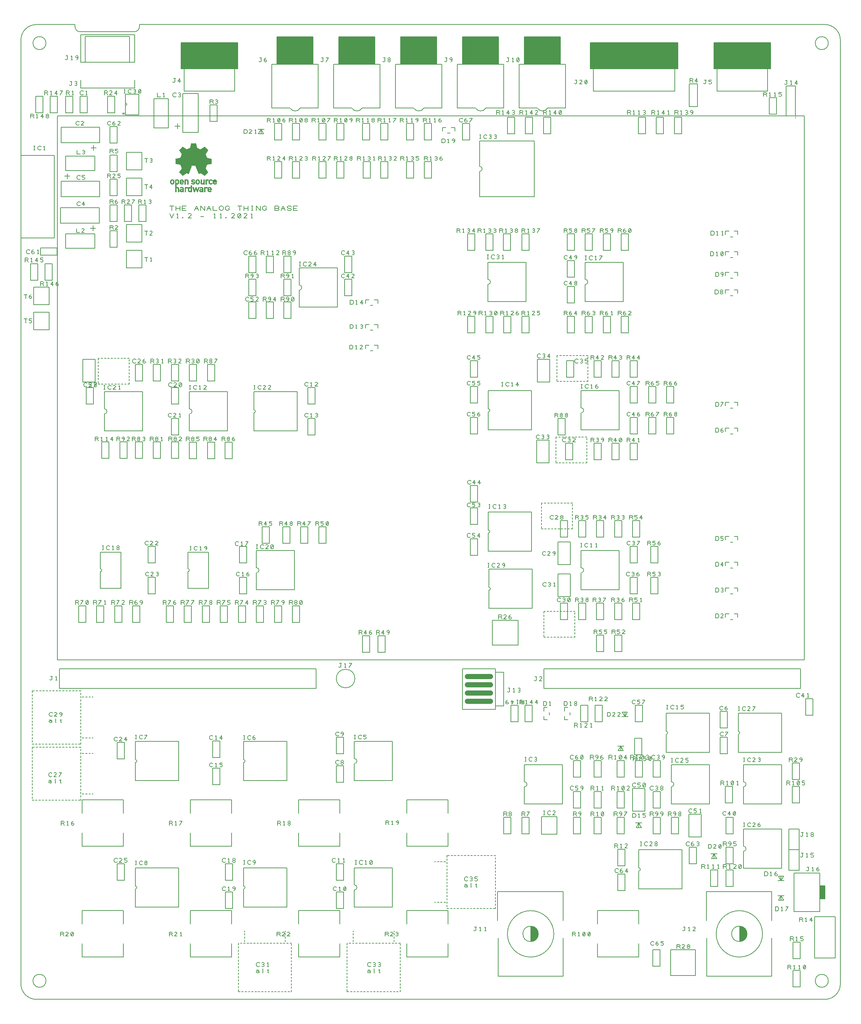
<source format=gbr>
G04 DesignSpark PCB PRO Gerber Version 9.0 Build 5138 *
G04 #@! TF.Part,Single*
G04 #@! TF.FileFunction,Legend,Top *
G04 #@! TF.FilePolarity,Positive *
%FSLAX35Y35*%
%MOIN*%
%ADD26C,0.00001*%
%ADD21C,0.00100*%
%ADD25C,0.00300*%
%ADD10C,0.00500*%
%ADD12C,0.00600*%
%ADD23C,0.00787*%
%ADD22C,0.00800*%
%ADD24C,0.05000*%
X0Y0D02*
D02*
D10*
X21313Y665987D02*
Y669737D01*
X19750D02*
X22875D01*
X24750Y666300D02*
X25375Y665987D01*
X26313*
X26937Y666300*
X27250Y666925*
Y667237*
X26937Y667863*
X26313Y668175*
X24750*
Y669737*
X27250*
X21313Y689487D02*
Y693237D01*
X19750D02*
X22875D01*
X24750Y690425D02*
X25063Y691050D01*
X25687Y691363*
X26313*
X26937Y691050*
X27250Y690425*
X26937Y689800*
X26313Y689487*
X25687*
X25063Y689800*
X24750Y690425*
Y691363*
X25063Y692300*
X25687Y692925*
X26313Y693237*
X20750Y724987D02*
Y728737D01*
X22937*
X23563Y728425*
X23875Y727800*
X23563Y727175*
X22937Y726863*
X20750*
X22937D02*
X23875Y724987D01*
X26375D02*
X27625D01*
X27000D02*
Y728737D01*
X26375Y728113*
X32313Y724987D02*
Y728737D01*
X30750Y726237*
X33250*
X35750Y725300D02*
X36375Y724987D01*
X37313*
X37937Y725300*
X38250Y725925*
Y726237*
X37937Y726863*
X37313Y727175*
X35750*
Y728737*
X38250*
X25375Y733613D02*
X25063Y733300D01*
X24437Y732987*
X23500*
X22875Y733300*
X22563Y733613*
X22250Y734237*
Y735487*
X22563Y736113*
X22875Y736425*
X23500Y736737*
X24437*
X25063Y736425*
X25375Y736113*
X27250Y733925D02*
X27563Y734550D01*
X28187Y734863*
X28813*
X29437Y734550*
X29750Y733925*
X29437Y733300*
X28813Y732987*
X28187*
X27563Y733300*
X27250Y733925*
Y734863*
X27563Y735800*
X28187Y736425*
X28813Y736737*
X32875Y732987D02*
X34125D01*
X33500D02*
Y736737D01*
X32875Y736113*
X26250Y864487D02*
Y868237D01*
X28437*
X29063Y867925*
X29375Y867300*
X29063Y866675*
X28437Y866363*
X26250*
X28437D02*
X29375Y864487D01*
X31875D02*
X33125D01*
X32500D02*
Y868237D01*
X31875Y867613*
X37813Y864487D02*
Y868237D01*
X36250Y865737*
X38750*
X42187Y866363D02*
X42813D01*
X43437Y866675*
X43750Y867300*
X43437Y867925*
X42813Y868237*
X42187*
X41563Y867925*
X41250Y867300*
X41563Y866675*
X42187Y866363*
X41563Y866050*
X41250Y865425*
X41563Y864800*
X42187Y864487*
X42813*
X43437Y864800*
X43750Y865425*
X43437Y866050*
X42813Y866363*
X29187Y833487D02*
X30437D01*
X29813D02*
Y837237D01*
X29187D02*
X30437D01*
X36375Y834113D02*
X36063Y833800D01*
X35437Y833487*
X34500*
X33875Y833800*
X33563Y834113*
X33250Y834737*
Y835987*
X33563Y836613*
X33875Y836925*
X34500Y837237*
X35437*
X36063Y836925*
X36375Y836613*
X38875Y833487D02*
X40125D01*
X39500D02*
Y837237D01*
X38875Y836613*
X29250Y700550D02*
Y683550D01*
X44250*
Y700550*
X29250*
X31250Y885550D02*
Y869550D01*
X38250*
Y885550*
X31250*
X33250Y707050D02*
Y723050D01*
X26250*
Y707050*
X33250*
X34750Y34350D02*
G75*
G03Y21750J-6300D01*
G01*
G75*
G03Y34350J6300*
G01*
Y943350D02*
G75*
G03Y930750J-6300D01*
G01*
G75*
G03Y943350J6300*
G01*
X35750Y701987D02*
Y705737D01*
X37937*
X38563Y705425*
X38875Y704800*
X38563Y704175*
X37937Y703863*
X35750*
X37937D02*
X38875Y701987D01*
X41375D02*
X42625D01*
X42000D02*
Y705737D01*
X41375Y705113*
X47313Y701987D02*
Y705737D01*
X45750Y703237*
X48250*
X50750Y702925D02*
X51063Y703550D01*
X51687Y703863*
X52313*
X52937Y703550*
X53250Y702925*
X52937Y702300*
X52313Y701987*
X51687*
X51063Y702300*
X50750Y702925*
Y703863*
X51063Y704800*
X51687Y705425*
X52313Y705737*
X35750Y731550D02*
X51750D01*
Y738550*
X35750*
Y731550*
X39750Y886987D02*
Y890737D01*
X41937*
X42563Y890425*
X42875Y889800*
X42563Y889175*
X41937Y888863*
X39750*
X41937D02*
X42875Y886987D01*
X45375D02*
X46625D01*
X46000D02*
Y890737D01*
X45375Y890113*
X51313Y886987D02*
Y890737D01*
X49750Y888237*
X52250*
X54750Y886987D02*
X57250Y890737D01*
X54750*
X46875Y226613D02*
X46563Y226300D01*
X45937Y225987*
X45000*
X44375Y226300*
X44063Y226613*
X43750Y227237*
Y228487*
X44063Y229113*
X44375Y229425*
X45000Y229737*
X45937*
X46563Y229425*
X46875Y229113*
X51250Y225987D02*
X48750D01*
X50937Y228175*
X51250Y228800*
X50937Y229425*
X50313Y229737*
X49375*
X48750Y229425*
X53750Y225987D02*
X56250Y229737D01*
X53750*
X43750Y222175D02*
X44375Y222487D01*
X45313*
X45937Y222175*
X46250Y221550*
Y220613*
X45937Y220300*
X45313Y219987*
X44687*
X44063Y220300*
X43750Y220613*
Y220925*
X44063Y221237*
X44687Y221550*
X45313*
X45937Y221237*
X46250Y220925*
Y220613D02*
Y219987D01*
X50313D02*
X50000D01*
Y223737*
X54271Y222487D02*
X55729D01*
X55000Y223113D02*
Y220300D01*
X55313Y219987*
X55625*
X55937Y220300*
X47375Y285113D02*
X47063Y284800D01*
X46437Y284487*
X45500*
X44875Y284800*
X44563Y285113*
X44250Y285737*
Y286987*
X44563Y287613*
X44875Y287925*
X45500Y288237*
X46437*
X47063Y287925*
X47375Y287613*
X51750Y284487D02*
X49250D01*
X51437Y286675*
X51750Y287300*
X51437Y287925*
X50813Y288237*
X49875*
X49250Y287925*
X55187Y284487D02*
X55813Y284800D01*
X56437Y285425*
X56750Y286363*
Y287300*
X56437Y287925*
X55813Y288237*
X55187*
X54563Y287925*
X54250Y287300*
X54563Y286675*
X55187Y286363*
X55813*
X56437Y286675*
X56750Y287300*
X44250Y280675D02*
X44875Y280987D01*
X45813*
X46437Y280675*
X46750Y280050*
Y279113*
X46437Y278800*
X45813Y278487*
X45187*
X44563Y278800*
X44250Y279113*
Y279425*
X44563Y279737*
X45187Y280050*
X45813*
X46437Y279737*
X46750Y279425*
Y279113D02*
Y278487D01*
X50813D02*
X50500D01*
Y282237*
X54771Y280987D02*
X56229D01*
X55500Y281613D02*
Y278800D01*
X55813Y278487*
X56125*
X56437Y278800*
X44250Y659050D02*
Y676050D01*
X29250*
Y659050*
X44250*
X44750Y320113D02*
X45063Y319800D01*
X45687Y319487*
X46313Y319800*
X46625Y320113*
Y323237*
X47250*
X46625D02*
X45375D01*
X50375Y319487D02*
X51625D01*
X51000D02*
Y323237D01*
X50375Y322613*
X45250Y885550D02*
Y869550D01*
X52250*
Y885550*
X45250*
X47250Y707050D02*
Y723050D01*
X40250*
Y707050*
X47250*
X55250Y71487D02*
Y75237D01*
X57437*
X58063Y74925*
X58375Y74300*
X58063Y73675*
X57437Y73363*
X55250*
X57437D02*
X58375Y71487D01*
X62750D02*
X60250D01*
X62437Y73675*
X62750Y74300*
X62437Y74925*
X61813Y75237*
X60875*
X60250Y74925*
X65563Y71800D02*
X66187Y71487D01*
X66813*
X67437Y71800*
X67750Y72425*
Y74300*
X67437Y74925*
X66813Y75237*
X66187*
X65563Y74925*
X65250Y74300*
Y72425*
X65563Y71800*
X67437Y74925*
X55750Y178987D02*
Y182737D01*
X57937*
X58563Y182425*
X58875Y181800*
X58563Y181175*
X57937Y180863*
X55750*
X57937D02*
X58875Y178987D01*
X61375D02*
X62625D01*
X62000D02*
Y182737D01*
X61375Y182113*
X65750Y179925D02*
X66063Y180550D01*
X66687Y180863*
X67313*
X67937Y180550*
X68250Y179925*
X67937Y179300*
X67313Y178987*
X66687*
X66063Y179300*
X65750Y179925*
Y180863*
X66063Y181800*
X66687Y182425*
X67313Y182737*
X59750Y921613D02*
X60063Y921300D01*
X60687Y920987*
X61313Y921300*
X61625Y921613*
Y924737*
X62250*
X61625D02*
X60375D01*
X65375Y920987D02*
X66625D01*
X66000D02*
Y924737D01*
X65375Y924113*
X70687Y920987D02*
X71313Y921300D01*
X71937Y921925*
X72250Y922863*
Y923800*
X71937Y924425*
X71313Y924737*
X70687*
X70063Y924425*
X69750Y923800*
X70063Y923175*
X70687Y922863*
X71313*
X71937Y923175*
X72250Y923800*
X60050Y738050D02*
X88450D01*
Y752050*
X60050*
Y738050*
Y813550D02*
X88450D01*
Y827550*
X60050*
Y813550*
X60750Y886987D02*
Y890737D01*
X62937*
X63563Y890425*
X63875Y889800*
X63563Y889175*
X62937Y888863*
X60750*
X62937D02*
X63875Y886987D01*
X66375D02*
X67625D01*
X67000D02*
Y890737D01*
X66375Y890113*
X63750Y896613D02*
X64063Y896300D01*
X64687Y895987*
X65313Y896300*
X65625Y896613*
Y899737*
X66250*
X65625D02*
X64375D01*
X69063Y896300D02*
X69687Y895987D01*
X70313*
X70937Y896300*
X71250Y896925*
X70937Y897550*
X70313Y897863*
X69687*
X70313D02*
X70937Y898175D01*
X71250Y898800*
X70937Y899425*
X70313Y899737*
X69687*
X69063Y899425*
X67250Y869550D02*
Y885550D01*
X60250*
Y869550*
X67250*
X69750Y392987D02*
Y396737D01*
X71937*
X72563Y396425*
X72875Y395800*
X72563Y395175*
X71937Y394863*
X69750*
X71937D02*
X72875Y392987D01*
X74750D02*
X77250Y396737D01*
X74750*
X80063Y393300D02*
X80687Y392987D01*
X81313*
X81937Y393300*
X82250Y393925*
Y395800*
X81937Y396425*
X81313Y396737*
X80687*
X80063Y396425*
X79750Y395800*
Y393925*
X80063Y393300*
X81937Y396425*
X73375Y858113D02*
X73063Y857800D01*
X72437Y857487*
X71500*
X70875Y857800*
X70563Y858113*
X70250Y858737*
Y859987*
X70563Y860613*
X70875Y860925*
X71500Y861237*
X72437*
X73063Y860925*
X73375Y860613*
X77750Y857487D02*
X75250D01*
X77437Y859675*
X77750Y860300*
X77437Y860925*
X76813Y861237*
X75875*
X75250Y860925*
X70750Y757237D02*
Y753487D01*
X73875*
X78250D02*
X75750D01*
X77937Y755675*
X78250Y756300*
X77937Y756925*
X77313Y757237*
X76375*
X75750Y756925*
X74375Y780113D02*
X74063Y779800D01*
X73437Y779487*
X72500*
X71875Y779800*
X71563Y780113*
X71250Y780737*
Y781987*
X71563Y782613*
X71875Y782925*
X72500Y783237*
X73437*
X74063Y782925*
X74375Y782613*
X77813Y779487D02*
Y783237D01*
X76250Y780737*
X78750*
X74375Y805613D02*
X74063Y805300D01*
X73437Y804987*
X72500*
X71875Y805300*
X71563Y805613*
X71250Y806237*
Y807487*
X71563Y808113*
X71875Y808425*
X72500Y808737*
X73437*
X74063Y808425*
X74375Y808113*
X76250Y805300D02*
X76875Y804987D01*
X77813*
X78437Y805300*
X78750Y805925*
Y806237*
X78437Y806863*
X77813Y807175*
X76250*
Y808737*
X78750*
X71250Y833237D02*
Y829487D01*
X74375*
X76563Y829800D02*
X77187Y829487D01*
X77813*
X78437Y829800*
X78750Y830425*
X78437Y831050*
X77813Y831363*
X77187*
X77813D02*
X78437Y831675D01*
X78750Y832300*
X78437Y832925*
X77813Y833237*
X77187*
X76563Y832925*
X74250Y885550D02*
Y869550D01*
X81250*
Y885550*
X74250*
X77375Y887613D02*
X77063Y887300D01*
X76437Y886987*
X75500*
X74875Y887300*
X74563Y887613*
X74250Y888237*
Y889487*
X74563Y890113*
X74875Y890425*
X75500Y890737*
X76437*
X77063Y890425*
X77375Y890113*
X79875Y886987D02*
X81125D01*
X80500D02*
Y890737D01*
X79875Y890113*
X74750Y945050D02*
Y918550D01*
X127250*
Y945050*
X74750*
X76750Y630550D02*
Y608550D01*
X88750*
Y630550*
X76750*
X80875Y604613D02*
X80563Y604300D01*
X79937Y603987*
X79000*
X78375Y604300*
X78063Y604613*
X77750Y605237*
Y606487*
X78063Y607113*
X78375Y607425*
X79000Y607737*
X79937*
X80563Y607425*
X80875Y607113*
X82750Y604300D02*
X83375Y603987D01*
X84313*
X84937Y604300*
X85250Y604925*
Y605237*
X84937Y605863*
X84313Y606175*
X82750*
Y607737*
X85250*
X88687Y605863D02*
X89313D01*
X89937Y606175*
X90250Y606800*
X89937Y607425*
X89313Y607737*
X88687*
X88063Y607425*
X87750Y606800*
X88063Y606175*
X88687Y605863*
X88063Y605550*
X87750Y604925*
X88063Y604300*
X88687Y603987*
X89313*
X89937Y604300*
X90250Y604925*
X89937Y605550*
X89313Y605863*
X80875Y604613D02*
X80563Y604300D01*
X79937Y603987*
X79000*
X78375Y604300*
X78063Y604613*
X77750Y605237*
Y606487*
X78063Y607113*
X78375Y607425*
X79000Y607737*
X79937*
X80563Y607425*
X80875Y607113*
X85250Y603987D02*
X82750D01*
X84937Y606175*
X85250Y606800*
X84937Y607425*
X84313Y607737*
X83375*
X82750Y607425*
X87750Y603987D02*
X90250Y607737D01*
X87750*
X79750Y375550D02*
Y391550D01*
X72750*
Y375550*
X79750*
X87250Y392987D02*
Y396737D01*
X89437*
X90063Y396425*
X90375Y395800*
X90063Y395175*
X89437Y394863*
X87250*
X89437D02*
X90375Y392987D01*
X92250D02*
X94750Y396737D01*
X92250*
X97875Y392987D02*
X99125D01*
X98500D02*
Y396737D01*
X97875Y396113*
X87250Y587050D02*
Y603050D01*
X80250*
Y587050*
X87250*
X88750Y551487D02*
Y555237D01*
X90937*
X91563Y554925*
X91875Y554300*
X91563Y553675*
X90937Y553363*
X88750*
X90937D02*
X91875Y551487D01*
X94375D02*
X95625D01*
X95000D02*
Y555237D01*
X94375Y554613*
X99375Y551487D02*
X100625D01*
X100000D02*
Y555237D01*
X99375Y554613*
X105313Y551487D02*
Y555237D01*
X103750Y552737*
X106250*
X95687Y445987D02*
X96937D01*
X96313D02*
Y449737D01*
X95687D02*
X96937D01*
X102875Y446613D02*
X102563Y446300D01*
X101937Y445987*
X101000*
X100375Y446300*
X100063Y446613*
X99750Y447237*
Y448487*
X100063Y449113*
X100375Y449425*
X101000Y449737*
X101937*
X102563Y449425*
X102875Y449113*
X105375Y445987D02*
X106625D01*
X106000D02*
Y449737D01*
X105375Y449113*
X110687Y447863D02*
X111313D01*
X111937Y448175*
X112250Y448800*
X111937Y449425*
X111313Y449737*
X110687*
X110063Y449425*
X109750Y448800*
X110063Y448175*
X110687Y447863*
X110063Y447550*
X109750Y446925*
X110063Y446300*
X110687Y445987*
X111313*
X111937Y446300*
X112250Y446925*
X111937Y447550*
X111313Y447863*
X95250Y550550D02*
Y534550D01*
X102250*
Y550550*
X95250*
X97187Y601487D02*
X98437D01*
X97813D02*
Y605237D01*
X97187D02*
X98437D01*
X104375Y602113D02*
X104063Y601800D01*
X103437Y601487*
X102500*
X101875Y601800*
X101563Y602113*
X101250Y602737*
Y603987*
X101563Y604613*
X101875Y604925*
X102500Y605237*
X103437*
X104063Y604925*
X104375Y604613*
X108750Y601487D02*
X106250D01*
X108437Y603675*
X108750Y604300*
X108437Y604925*
X107813Y605237*
X106875*
X106250Y604925*
X111875Y601487D02*
X113125D01*
X112500D02*
Y605237D01*
X111875Y604613*
X97250Y375550D02*
Y391550D01*
X90250*
Y375550*
X97250*
X97750Y886987D02*
Y890737D01*
X99937*
X100563Y890425*
X100875Y889800*
X100563Y889175*
X99937Y888863*
X97750*
X99937D02*
X100875Y886987D01*
X105250D02*
X102750D01*
X104937Y889175*
X105250Y889800*
X104937Y890425*
X104313Y890737*
X103375*
X102750Y890425*
X109313Y886987D02*
Y890737D01*
X107750Y888237*
X110250*
X100750Y806487D02*
Y810237D01*
X102937*
X103563Y809925*
X103875Y809300*
X103563Y808675*
X102937Y808363*
X100750*
X102937D02*
X103875Y806487D01*
X108250D02*
X105750D01*
X107937Y808675*
X108250Y809300*
X107937Y809925*
X107313Y810237*
X106375*
X105750Y809925*
X110750Y806800D02*
X111375Y806487D01*
X112313*
X112937Y806800*
X113250Y807425*
Y807737*
X112937Y808363*
X112313Y808675*
X110750*
Y810237*
X113250*
X103875Y858113D02*
X103563Y857800D01*
X102937Y857487*
X102000*
X101375Y857800*
X101063Y858113*
X100750Y858737*
Y859987*
X101063Y860613*
X101375Y860925*
X102000Y861237*
X102937*
X103563Y860925*
X103875Y860613*
X105750Y858425D02*
X106063Y859050D01*
X106687Y859363*
X107313*
X107937Y859050*
X108250Y858425*
X107937Y857800*
X107313Y857487*
X106687*
X106063Y857800*
X105750Y858425*
Y859363*
X106063Y860300*
X106687Y860925*
X107313Y861237*
X113250Y857487D02*
X110750D01*
X112937Y859675*
X113250Y860300*
X112937Y860925*
X112313Y861237*
X111375*
X110750Y860925*
X103250Y756487D02*
Y760237D01*
X105437*
X106063Y759925*
X106375Y759300*
X106063Y758675*
X105437Y758363*
X103250*
X105437D02*
X106375Y756487D01*
X110750D02*
X108250D01*
X110437Y758675*
X110750Y759300*
X110437Y759925*
X109813Y760237*
X108875*
X108250Y759925*
X103250Y780050D02*
Y764050D01*
X110250*
Y780050*
X103250*
Y781487D02*
Y785237D01*
X105437*
X106063Y784925*
X106375Y784300*
X106063Y783675*
X105437Y783363*
X103250*
X105437D02*
X106375Y781487D01*
X108250Y782425D02*
X108563Y783050D01*
X109187Y783363*
X109813*
X110437Y783050*
X110750Y782425*
X110437Y781800*
X109813Y781487*
X109187*
X108563Y781800*
X108250Y782425*
Y783363*
X108563Y784300*
X109187Y784925*
X109813Y785237*
X103250Y805050D02*
Y789050D01*
X110250*
Y805050*
X103250*
Y828550D02*
Y812550D01*
X110250*
Y828550*
X103250*
Y830487D02*
Y834237D01*
X105437*
X106063Y833925*
X106375Y833300*
X106063Y832675*
X105437Y832363*
X103250*
X105437D02*
X106375Y830487D01*
X108250Y830800D02*
X108875Y830487D01*
X109813*
X110437Y830800*
X110750Y831425*
Y831737*
X110437Y832363*
X109813Y832675*
X108250*
Y834237*
X110750*
X103250Y856050D02*
Y840050D01*
X110250*
Y856050*
X103250*
X104750Y392987D02*
Y396737D01*
X106937*
X107563Y396425*
X107875Y395800*
X107563Y395175*
X106937Y394863*
X104750*
X106937D02*
X107875Y392987D01*
X109750D02*
X112250Y396737D01*
X109750*
X117250Y392987D02*
X114750D01*
X116937Y395175*
X117250Y395800*
X116937Y396425*
X116313Y396737*
X115375*
X114750Y396425*
X110375Y143613D02*
X110063Y143300D01*
X109437Y142987*
X108500*
X107875Y143300*
X107563Y143613*
X107250Y144237*
Y145487*
X107563Y146113*
X107875Y146425*
X108500Y146737*
X109437*
X110063Y146425*
X110375Y146113*
X114750Y142987D02*
X112250D01*
X114437Y145175*
X114750Y145800*
X114437Y146425*
X113813Y146737*
X112875*
X112250Y146425*
X117250Y143300D02*
X117875Y142987D01*
X118813*
X119437Y143300*
X119750Y143925*
Y144237*
X119437Y144863*
X118813Y145175*
X117250*
Y146737*
X119750*
X110375Y261113D02*
X110063Y260800D01*
X109437Y260487*
X108500*
X107875Y260800*
X107563Y261113*
X107250Y261737*
Y262987*
X107563Y263613*
X107875Y263925*
X108500Y264237*
X109437*
X110063Y263925*
X110375Y263613*
X114750Y260487D02*
X112250D01*
X114437Y262675*
X114750Y263300*
X114437Y263925*
X113813Y264237*
X112875*
X112250Y263925*
X118813Y260487D02*
Y264237D01*
X117250Y261737*
X119750*
X107750Y869550D02*
Y885550D01*
X100750*
Y869550*
X107750*
X109750Y551487D02*
Y555237D01*
X111937*
X112563Y554925*
X112875Y554300*
X112563Y553675*
X111937Y553363*
X109750*
X111937D02*
X112875Y551487D01*
X115687D02*
X116313Y551800D01*
X116937Y552425*
X117250Y553363*
Y554300*
X116937Y554925*
X116313Y555237*
X115687*
X115063Y554925*
X114750Y554300*
X115063Y553675*
X115687Y553363*
X116313*
X116937Y553675*
X117250Y554300*
X122250Y551487D02*
X119750D01*
X121937Y553675*
X122250Y554300*
X121937Y554925*
X121313Y555237*
X120375*
X119750Y554925*
X110250Y739050D02*
Y755050D01*
X103250*
Y739050*
X110250*
X112750Y550550D02*
Y534550D01*
X119750*
Y550550*
X112750*
X114750Y375550D02*
Y391550D01*
X107750*
Y375550*
X114750*
Y781487D02*
Y785237D01*
X116937*
X117563Y784925*
X117875Y784300*
X117563Y783675*
X116937Y783363*
X114750*
X116937D02*
X117875Y781487D01*
X122250D02*
X119750D01*
X121937Y783675*
X122250Y784300*
X121937Y784925*
X121313Y785237*
X120375*
X119750Y784925*
X124750Y781487D02*
X127250Y785237D01*
X124750*
X116687Y888487D02*
X117937D01*
X117313D02*
Y892237D01*
X116687D02*
X117937D01*
X123875Y889113D02*
X123563Y888800D01*
X122937Y888487*
X122000*
X121375Y888800*
X121063Y889113*
X120750Y889737*
Y890987*
X121063Y891613*
X121375Y891925*
X122000Y892237*
X122937*
X123563Y891925*
X123875Y891613*
X126063Y888800D02*
X126687Y888487D01*
X127313*
X127937Y888800*
X128250Y889425*
X127937Y890050*
X127313Y890363*
X126687*
X127313D02*
X127937Y890675D01*
X128250Y891300*
X127937Y891925*
X127313Y892237*
X126687*
X126063Y891925*
X131063Y888800D02*
X131687Y888487D01*
X132313*
X132937Y888800*
X133250Y889425*
Y891300*
X132937Y891925*
X132313Y892237*
X131687*
X131063Y891925*
X130750Y891300*
Y889425*
X131063Y888800*
X132937Y891925*
X117250Y125550D02*
Y141550D01*
X110250*
Y125550*
X117250*
Y243050D02*
Y259050D01*
X110250*
Y243050*
X117250*
Y780050D02*
Y764050D01*
X124250*
Y780050*
X117250*
X119250Y761050D02*
Y744050D01*
X134250*
Y761050*
X119250*
Y831050D02*
Y814050D01*
X134250*
Y831050*
X119250*
X122250Y392987D02*
Y396737D01*
X124437*
X125063Y396425*
X125375Y395800*
X125063Y395175*
X124437Y394863*
X122250*
X124437D02*
X125375Y392987D01*
X127250Y393925D02*
X127563Y394550D01*
X128187Y394863*
X128813*
X129437Y394550*
X129750Y393925*
X129437Y393300*
X128813Y392987*
X128187*
X127563Y393300*
X127250Y393925*
Y394863*
X127563Y395800*
X128187Y396425*
X128813Y396737*
X133187Y392987D02*
X133813Y393300D01*
X134437Y393925*
X134750Y394863*
Y395800*
X134437Y396425*
X133813Y396737*
X133187*
X132563Y396425*
X132250Y395800*
X132563Y395175*
X133187Y394863*
X133813*
X134437Y395175*
X134750Y395800*
X124750Y551487D02*
Y555237D01*
X126937*
X127563Y554925*
X127875Y554300*
X127563Y553675*
X126937Y553363*
X124750*
X126937D02*
X127875Y551487D01*
X130687Y553363D02*
X131313D01*
X131937Y553675*
X132250Y554300*
X131937Y554925*
X131313Y555237*
X130687*
X130063Y554925*
X129750Y554300*
X130063Y553675*
X130687Y553363*
X130063Y553050*
X129750Y552425*
X130063Y551800*
X130687Y551487*
X131313*
X131937Y551800*
X132250Y552425*
X131937Y553050*
X131313Y553363*
X135063Y551800D02*
X135687Y551487D01*
X136313*
X136937Y551800*
X137250Y552425*
X136937Y553050*
X136313Y553363*
X135687*
X136313D02*
X136937Y553675D01*
X137250Y554300*
X136937Y554925*
X136313Y555237*
X135687*
X135063Y554925*
X128375Y627613D02*
X128063Y627300D01*
X127437Y626987*
X126500*
X125875Y627300*
X125563Y627613*
X125250Y628237*
Y629487*
X125563Y630113*
X125875Y630425*
X126500Y630737*
X127437*
X128063Y630425*
X128375Y630113*
X132750Y626987D02*
X130250D01*
X132437Y629175*
X132750Y629800*
X132437Y630425*
X131813Y630737*
X130875*
X130250Y630425*
X135250Y627925D02*
X135563Y628550D01*
X136187Y628863*
X136813*
X137437Y628550*
X137750Y627925*
X137437Y627300*
X136813Y626987*
X136187*
X135563Y627300*
X135250Y627925*
Y628863*
X135563Y629800*
X136187Y630425*
X136813Y630737*
X127687Y140487D02*
X128937D01*
X128313D02*
Y144237D01*
X127687D02*
X128937D01*
X134875Y141113D02*
X134563Y140800D01*
X133937Y140487*
X133000*
X132375Y140800*
X132063Y141113*
X131750Y141737*
Y142987*
X132063Y143613*
X132375Y143925*
X133000Y144237*
X133937*
X134563Y143925*
X134875Y143613*
X137687Y142363D02*
X138313D01*
X138937Y142675*
X139250Y143300*
X138937Y143925*
X138313Y144237*
X137687*
X137063Y143925*
X136750Y143300*
X137063Y142675*
X137687Y142363*
X137063Y142050*
X136750Y141425*
X137063Y140800*
X137687Y140487*
X138313*
X138937Y140800*
X139250Y141425*
X138937Y142050*
X138313Y142363*
X127687Y262487D02*
X128937D01*
X128313D02*
Y266237D01*
X127687D02*
X128937D01*
X134875Y263113D02*
X134563Y262800D01*
X133937Y262487*
X133000*
X132375Y262800*
X132063Y263113*
X131750Y263737*
Y264987*
X132063Y265613*
X132375Y265925*
X133000Y266237*
X133937*
X134563Y265925*
X134875Y265613*
X136750Y262487D02*
X139250Y266237D01*
X136750*
X127250Y918550D02*
Y945050D01*
X74750*
Y918550*
X127750Y550550D02*
Y534550D01*
X134750*
Y550550*
X127750*
Y625550D02*
Y609550D01*
X134750*
Y625550*
X127750*
X130750Y781487D02*
Y785237D01*
X132937*
X133563Y784925*
X133875Y784300*
X133563Y783675*
X132937Y783363*
X130750*
X132937D02*
X133875Y781487D01*
X136375D02*
X137625D01*
X137000D02*
Y785237D01*
X136375Y784613*
X141063Y781800D02*
X141687Y781487D01*
X142313*
X142937Y781800*
X143250Y782425*
X142937Y783050*
X142313Y783363*
X141687*
X142313D02*
X142937Y783675D01*
X143250Y784300*
X142937Y784925*
X142313Y785237*
X141687*
X141063Y784925*
X132250Y375550D02*
Y391550D01*
X125250*
Y375550*
X132250*
X134250Y719050D02*
Y736050D01*
X119250*
Y719050*
X134250*
Y789050D02*
Y806050D01*
X119250*
Y789050*
X134250*
X138313Y725487D02*
Y729237D01*
X136750D02*
X139875D01*
X142375Y725487D02*
X143625D01*
X143000D02*
Y729237D01*
X142375Y728613*
X138313Y750987D02*
Y754737D01*
X136750D02*
X139875D01*
X144250Y750987D02*
X141750D01*
X143937Y753175*
X144250Y753800*
X143937Y754425*
X143313Y754737*
X142375*
X141750Y754425*
X138313Y795987D02*
Y799737D01*
X136750D02*
X139875D01*
X143313Y795987D02*
Y799737D01*
X141750Y797237*
X144250*
X138313Y821487D02*
Y825237D01*
X136750D02*
X139875D01*
X142063Y821800D02*
X142687Y821487D01*
X143313*
X143937Y821800*
X144250Y822425*
X143937Y823050*
X143313Y823363*
X142687*
X143313D02*
X143937Y823675D01*
X144250Y824300*
X143937Y824925*
X143313Y825237*
X142687*
X142063Y824925*
X140375Y451113D02*
X140063Y450800D01*
X139437Y450487*
X138500*
X137875Y450800*
X137563Y451113*
X137250Y451737*
Y452987*
X137563Y453613*
X137875Y453925*
X138500Y454237*
X139437*
X140063Y453925*
X140375Y453613*
X144750Y450487D02*
X142250D01*
X144437Y452675*
X144750Y453300*
X144437Y453925*
X143813Y454237*
X142875*
X142250Y453925*
X149750Y450487D02*
X147250D01*
X149437Y452675*
X149750Y453300*
X149437Y453925*
X148813Y454237*
X147875*
X147250Y453925*
X140875Y421113D02*
X140563Y420800D01*
X139937Y420487*
X139000*
X138375Y420800*
X138063Y421113*
X137750Y421737*
Y422987*
X138063Y423613*
X138375Y423925*
X139000Y424237*
X139937*
X140563Y423925*
X140875Y423613*
X145250Y420487D02*
X142750D01*
X144937Y422675*
X145250Y423300*
X144937Y423925*
X144313Y424237*
X143375*
X142750Y423925*
X148063Y420800D02*
X148687Y420487D01*
X149313*
X149937Y420800*
X150250Y421425*
X149937Y422050*
X149313Y422363*
X148687*
X149313D02*
X149937Y422675D01*
X150250Y423300*
X149937Y423925*
X149313Y424237*
X148687*
X148063Y423925*
X138250Y764050D02*
Y780050D01*
X131250*
Y764050*
X138250*
X140250Y419050D02*
Y403050D01*
X147250*
Y419050*
X140250*
Y449050D02*
Y433050D01*
X147250*
Y449050*
X140250*
X142250Y551487D02*
Y555237D01*
X144437*
X145063Y554925*
X145375Y554300*
X145063Y553675*
X144437Y553363*
X142250*
X144437D02*
X145375Y551487D01*
X148187Y553363D02*
X148813D01*
X149437Y553675*
X149750Y554300*
X149437Y554925*
X148813Y555237*
X148187*
X147563Y554925*
X147250Y554300*
X147563Y553675*
X148187Y553363*
X147563Y553050*
X147250Y552425*
X147563Y551800*
X148187Y551487*
X148813*
X149437Y551800*
X149750Y552425*
X149437Y553050*
X148813Y553363*
X152875Y551487D02*
X154125D01*
X153500D02*
Y555237D01*
X152875Y554613*
X142750Y626987D02*
Y630737D01*
X144937*
X145563Y630425*
X145875Y629800*
X145563Y629175*
X144937Y628863*
X142750*
X144937D02*
X145875Y626987D01*
X148063Y627300D02*
X148687Y626987D01*
X149313*
X149937Y627300*
X150250Y627925*
X149937Y628550*
X149313Y628863*
X148687*
X149313D02*
X149937Y629175D01*
X150250Y629800*
X149937Y630425*
X149313Y630737*
X148687*
X148063Y630425*
X153375Y626987D02*
X154625D01*
X154000D02*
Y630737D01*
X153375Y630113*
X149250Y888737D02*
Y884987D01*
X152375*
X154875D02*
X156125D01*
X155500D02*
Y888737D01*
X154875Y888113*
X152250Y534550D02*
Y550550D01*
X145250*
Y534550*
X152250*
Y609550D02*
Y625550D01*
X145250*
Y609550*
X152250*
X154750Y392987D02*
Y396737D01*
X156937*
X157563Y396425*
X157875Y395800*
X157563Y395175*
X156937Y394863*
X154750*
X156937D02*
X157875Y392987D01*
X159750D02*
X162250Y396737D01*
X159750*
X164750Y393925D02*
X165063Y394550D01*
X165687Y394863*
X166313*
X166937Y394550*
X167250Y393925*
X166937Y393300*
X166313Y392987*
X165687*
X165063Y393300*
X164750Y393925*
Y394863*
X165063Y395800*
X165687Y396425*
X166313Y396737*
X162875Y575113D02*
X162563Y574800D01*
X161937Y574487*
X161000*
X160375Y574800*
X160063Y575113*
X159750Y575737*
Y576987*
X160063Y577613*
X160375Y577925*
X161000Y578237*
X161937*
X162563Y577925*
X162875Y577613*
X167250Y574487D02*
X164750D01*
X166937Y576675*
X167250Y577300*
X166937Y577925*
X166313Y578237*
X165375*
X164750Y577925*
X170375Y574487D02*
X171625D01*
X171000D02*
Y578237D01*
X170375Y577613*
X159750Y626987D02*
Y630737D01*
X161937*
X162563Y630425*
X162875Y629800*
X162563Y629175*
X161937Y628863*
X159750*
X161937D02*
X162875Y626987D01*
X165063Y627300D02*
X165687Y626987D01*
X166313*
X166937Y627300*
X167250Y627925*
X166937Y628550*
X166313Y628863*
X165687*
X166313D02*
X166937Y629175D01*
X167250Y629800*
X166937Y630425*
X166313Y630737*
X165687*
X165063Y630425*
X172250Y626987D02*
X169750D01*
X171937Y629175*
X172250Y629800*
X171937Y630425*
X171313Y630737*
X170375*
X169750Y630425*
X159750Y854850D02*
Y883250D01*
X145750*
Y854850*
X159750*
X160250Y551487D02*
Y555237D01*
X162437*
X163063Y554925*
X163375Y554300*
X163063Y553675*
X162437Y553363*
X160250*
X162437D02*
X163375Y551487D01*
X166187Y553363D02*
X166813D01*
X167437Y553675*
X167750Y554300*
X167437Y554925*
X166813Y555237*
X166187*
X165563Y554925*
X165250Y554300*
X165563Y553675*
X166187Y553363*
X165563Y553050*
X165250Y552425*
X165563Y551800*
X166187Y551487*
X166813*
X167437Y551800*
X167750Y552425*
X167437Y553050*
X166813Y553363*
X172750Y551487D02*
X170250D01*
X172437Y553675*
X172750Y554300*
X172437Y554925*
X171813Y555237*
X170875*
X170250Y554925*
X163375Y604613D02*
X163063Y604300D01*
X162437Y603987*
X161500*
X160875Y604300*
X160563Y604613*
X160250Y605237*
Y606487*
X160563Y607113*
X160875Y607425*
X161500Y607737*
X162437*
X163063Y607425*
X163375Y607113*
X167750Y603987D02*
X165250D01*
X167437Y606175*
X167750Y606800*
X167437Y607425*
X166813Y607737*
X165875*
X165250Y607425*
X170563Y604300D02*
X171187Y603987D01*
X171813*
X172437Y604300*
X172750Y604925*
Y606800*
X172437Y607425*
X171813Y607737*
X171187*
X170563Y607425*
X170250Y606800*
Y604925*
X170563Y604300*
X172437Y607425*
X160750Y71487D02*
Y75237D01*
X162937*
X163563Y74925*
X163875Y74300*
X163563Y73675*
X162937Y73363*
X160750*
X162937D02*
X163875Y71487D01*
X168250D02*
X165750D01*
X167937Y73675*
X168250Y74300*
X167937Y74925*
X167313Y75237*
X166375*
X165750Y74925*
X171375Y71487D02*
X172625D01*
X172000D02*
Y75237D01*
X171375Y74613*
X160750Y178987D02*
Y182737D01*
X162937*
X163563Y182425*
X163875Y181800*
X163563Y181175*
X162937Y180863*
X160750*
X162937D02*
X163875Y178987D01*
X166375D02*
X167625D01*
X167000D02*
Y182737D01*
X166375Y182113*
X170750Y178987D02*
X173250Y182737D01*
X170750*
X162750Y550550D02*
Y534550D01*
X169750*
Y550550*
X162750*
Y625550D02*
Y609550D01*
X169750*
Y625550*
X162750*
X167375Y885613D02*
X167063Y885300D01*
X166437Y884987*
X165500*
X164875Y885300*
X164563Y885613*
X164250Y886237*
Y887487*
X164563Y888113*
X164875Y888425*
X165500Y888737*
X166437*
X167063Y888425*
X167375Y888113*
X169563Y885300D02*
X170187Y884987D01*
X170813*
X171437Y885300*
X171750Y885925*
X171437Y886550*
X170813Y886863*
X170187*
X170813D02*
X171437Y887175D01*
X171750Y887800*
X171437Y888425*
X170813Y888737*
X170187*
X169563Y888425*
X164250Y899613D02*
X164563Y899300D01*
X165187Y898987*
X165813Y899300*
X166125Y899613*
Y902737*
X166750*
X166125D02*
X164875D01*
X170813Y898987D02*
Y902737D01*
X169250Y900237*
X171750*
X164750Y375550D02*
Y391550D01*
X157750*
Y375550*
X164750*
X169750Y557050D02*
Y573050D01*
X162750*
Y557050*
X169750*
Y587050D02*
Y603050D01*
X162750*
Y587050*
X169750*
X172250Y392987D02*
Y396737D01*
X174437*
X175063Y396425*
X175375Y395800*
X175063Y395175*
X174437Y394863*
X172250*
X174437D02*
X175375Y392987D01*
X177250D02*
X179750Y396737D01*
X177250*
X182250Y392987D02*
X184750Y396737D01*
X182250*
X177250Y551487D02*
Y555237D01*
X179437*
X180063Y554925*
X180375Y554300*
X180063Y553675*
X179437Y553363*
X177250*
X179437D02*
X180375Y551487D01*
X183187Y553363D02*
X183813D01*
X184437Y553675*
X184750Y554300*
X184437Y554925*
X183813Y555237*
X183187*
X182563Y554925*
X182250Y554300*
X182563Y553675*
X183187Y553363*
X182563Y553050*
X182250Y552425*
X182563Y551800*
X183187Y551487*
X183813*
X184437Y551800*
X184750Y552425*
X184437Y553050*
X183813Y553363*
X187250Y551800D02*
X187875Y551487D01*
X188813*
X189437Y551800*
X189750Y552425*
Y552737*
X189437Y553363*
X188813Y553675*
X187250*
Y555237*
X189750*
X177250Y626987D02*
Y630737D01*
X179437*
X180063Y630425*
X180375Y629800*
X180063Y629175*
X179437Y628863*
X177250*
X179437D02*
X180375Y626987D01*
X182563Y627300D02*
X183187Y626987D01*
X183813*
X184437Y627300*
X184750Y627925*
X184437Y628550*
X183813Y628863*
X183187*
X183813D02*
X184437Y629175D01*
X184750Y629800*
X184437Y630425*
X183813Y630737*
X183187*
X182563Y630425*
X187563Y627300D02*
X188187Y626987D01*
X188813*
X189437Y627300*
X189750Y627925*
Y629800*
X189437Y630425*
X188813Y630737*
X188187*
X187563Y630425*
X187250Y629800*
Y627925*
X187563Y627300*
X189437Y630425*
X180187Y601487D02*
X181437D01*
X180813D02*
Y605237D01*
X180187D02*
X181437D01*
X187375Y602113D02*
X187063Y601800D01*
X186437Y601487*
X185500*
X184875Y601800*
X184563Y602113*
X184250Y602737*
Y603987*
X184563Y604613*
X184875Y604925*
X185500Y605237*
X186437*
X187063Y604925*
X187375Y604613*
X189875Y601487D02*
X191125D01*
X190500D02*
Y605237D01*
X189875Y604613*
X196750Y601487D02*
X194250D01*
X196437Y603675*
X196750Y604300*
X196437Y604925*
X195813Y605237*
X194875*
X194250Y604925*
X180687Y445487D02*
X181937D01*
X181313D02*
Y449237D01*
X180687D02*
X181937D01*
X187875Y446113D02*
X187563Y445800D01*
X186937Y445487*
X186000*
X185375Y445800*
X185063Y446113*
X184750Y446737*
Y447987*
X185063Y448613*
X185375Y448925*
X186000Y449237*
X186937*
X187563Y448925*
X187875Y448613*
X190375Y445487D02*
X191625D01*
X191000D02*
Y449237D01*
X190375Y448613*
X195687Y445487D02*
X196313Y445800D01*
X196937Y446425*
X197250Y447363*
Y448300*
X196937Y448925*
X196313Y449237*
X195687*
X195063Y448925*
X194750Y448300*
X195063Y447675*
X195687Y447363*
X196313*
X196937Y447675*
X197250Y448300*
X180250Y550050D02*
Y534050D01*
X187250*
Y550050*
X180250*
Y625550D02*
Y609550D01*
X187250*
Y625550*
X180250*
X182250Y375550D02*
Y391550D01*
X175250*
Y375550*
X182250*
X189750Y392987D02*
Y396737D01*
X191937*
X192563Y396425*
X192875Y395800*
X192563Y395175*
X191937Y394863*
X189750*
X191937D02*
X192875Y392987D01*
X194750D02*
X197250Y396737D01*
X194750*
X200687Y394863D02*
X201313D01*
X201937Y395175*
X202250Y395800*
X201937Y396425*
X201313Y396737*
X200687*
X200063Y396425*
X199750Y395800*
X200063Y395175*
X200687Y394863*
X200063Y394550*
X199750Y393925*
X200063Y393300*
X200687Y392987*
X201313*
X201937Y393300*
X202250Y393925*
X201937Y394550*
X201313Y394863*
X194250Y551487D02*
Y555237D01*
X196437*
X197063Y554925*
X197375Y554300*
X197063Y553675*
X196437Y553363*
X194250*
X196437D02*
X197375Y551487D01*
X200187Y553363D02*
X200813D01*
X201437Y553675*
X201750Y554300*
X201437Y554925*
X200813Y555237*
X200187*
X199563Y554925*
X199250Y554300*
X199563Y553675*
X200187Y553363*
X199563Y553050*
X199250Y552425*
X199563Y551800*
X200187Y551487*
X200813*
X201437Y551800*
X201750Y552425*
X201437Y553050*
X200813Y553363*
X205813Y551487D02*
Y555237D01*
X204250Y552737*
X206750*
X194750Y626987D02*
Y630737D01*
X196937*
X197563Y630425*
X197875Y629800*
X197563Y629175*
X196937Y628863*
X194750*
X196937D02*
X197875Y626987D01*
X200687Y628863D02*
X201313D01*
X201937Y629175*
X202250Y629800*
X201937Y630425*
X201313Y630737*
X200687*
X200063Y630425*
X199750Y629800*
X200063Y629175*
X200687Y628863*
X200063Y628550*
X199750Y627925*
X200063Y627300*
X200687Y626987*
X201313*
X201937Y627300*
X202250Y627925*
X201937Y628550*
X201313Y628863*
X204750Y626987D02*
X207250Y630737D01*
X204750*
X197750Y625550D02*
Y609550D01*
X204750*
Y625550*
X197750*
X202875Y236113D02*
X202563Y235800D01*
X201937Y235487*
X201000*
X200375Y235800*
X200063Y236113*
X199750Y236737*
Y237987*
X200063Y238613*
X200375Y238925*
X201000Y239237*
X201937*
X202563Y238925*
X202875Y238613*
X205375Y235487D02*
X206625D01*
X206000D02*
Y239237D01*
X205375Y238613*
X209750Y235800D02*
X210375Y235487D01*
X211313*
X211937Y235800*
X212250Y236425*
Y236737*
X211937Y237363*
X211313Y237675*
X209750*
Y239237*
X212250*
X202875Y262613D02*
X202563Y262300D01*
X201937Y261987*
X201000*
X200375Y262300*
X200063Y262613*
X199750Y263237*
Y264487*
X200063Y265113*
X200375Y265425*
X201000Y265737*
X201937*
X202563Y265425*
X202875Y265113*
X205375Y261987D02*
X206625D01*
X206000D02*
Y265737D01*
X205375Y265113*
X211313Y261987D02*
Y265737D01*
X209750Y263237*
X212250*
X199750Y375550D02*
Y391550D01*
X192750*
Y375550*
X199750*
X200250Y878487D02*
Y882237D01*
X202437*
X203063Y881925*
X203375Y881300*
X203063Y880675*
X202437Y880363*
X200250*
X202437D02*
X203375Y878487D01*
X205563Y878800D02*
X206187Y878487D01*
X206813*
X207437Y878800*
X207750Y879425*
X207437Y880050*
X206813Y880363*
X206187*
X206813D02*
X207437Y880675D01*
X207750Y881300*
X207437Y881925*
X206813Y882237*
X206187*
X205563Y881925*
X202750Y234050D02*
Y218050D01*
X209750*
Y234050*
X202750*
Y260550D02*
Y244550D01*
X209750*
Y260550*
X202750*
X204750Y534050D02*
Y550050D01*
X197750*
Y534050*
X204750*
X207250Y392987D02*
Y396737D01*
X209437*
X210063Y396425*
X210375Y395800*
X210063Y395175*
X209437Y394863*
X207250*
X209437D02*
X210375Y392987D01*
X212250D02*
X214750Y396737D01*
X212250*
X217250Y393300D02*
X217875Y392987D01*
X218813*
X219437Y393300*
X219750Y393925*
Y394237*
X219437Y394863*
X218813Y395175*
X217250*
Y396737*
X219750*
X207250Y861050D02*
Y877050D01*
X200250*
Y861050*
X207250*
X211750Y551487D02*
Y555237D01*
X213937*
X214563Y554925*
X214875Y554300*
X214563Y553675*
X213937Y553363*
X211750*
X213937D02*
X214875Y551487D01*
X217687Y553363D02*
X218313D01*
X218937Y553675*
X219250Y554300*
X218937Y554925*
X218313Y555237*
X217687*
X217063Y554925*
X216750Y554300*
X217063Y553675*
X217687Y553363*
X217063Y553050*
X216750Y552425*
X217063Y551800*
X217687Y551487*
X218313*
X218937Y551800*
X219250Y552425*
X218937Y553050*
X218313Y553363*
X221750Y552425D02*
X222063Y553050D01*
X222687Y553363*
X223313*
X223937Y553050*
X224250Y552425*
X223937Y551800*
X223313Y551487*
X222687*
X222063Y551800*
X221750Y552425*
Y553363*
X222063Y554300*
X222687Y554925*
X223313Y555237*
X215375Y116113D02*
X215063Y115800D01*
X214437Y115487*
X213500*
X212875Y115800*
X212563Y116113*
X212250Y116737*
Y117987*
X212563Y118613*
X212875Y118925*
X213500Y119237*
X214437*
X215063Y118925*
X215375Y118613*
X217875Y115487D02*
X219125D01*
X218500D02*
Y119237D01*
X217875Y118613*
X223187Y115487D02*
X223813Y115800D01*
X224437Y116425*
X224750Y117363*
Y118300*
X224437Y118925*
X223813Y119237*
X223187*
X222563Y118925*
X222250Y118300*
X222563Y117675*
X223187Y117363*
X223813*
X224437Y117675*
X224750Y118300*
X215375Y143613D02*
X215063Y143300D01*
X214437Y142987*
X213500*
X212875Y143300*
X212563Y143613*
X212250Y144237*
Y145487*
X212563Y146113*
X212875Y146425*
X213500Y146737*
X214437*
X215063Y146425*
X215375Y146113*
X217875Y142987D02*
X219125D01*
X218500D02*
Y146737D01*
X217875Y146113*
X223187Y144863D02*
X223813D01*
X224437Y145175*
X224750Y145800*
X224437Y146425*
X223813Y146737*
X223187*
X222563Y146425*
X222250Y145800*
X222563Y145175*
X223187Y144863*
X222563Y144550*
X222250Y143925*
X222563Y143300*
X223187Y142987*
X223813*
X224437Y143300*
X224750Y143925*
X224437Y144550*
X223813Y144863*
X215250Y114050D02*
Y98050D01*
X222250*
Y114050*
X215250*
Y141550D02*
Y125550D01*
X222250*
Y141550*
X215250*
X217250Y375550D02*
Y391550D01*
X210250*
Y375550*
X217250*
X221750Y534050D02*
Y550050D01*
X214750*
Y534050*
X221750*
X224750Y392987D02*
Y396737D01*
X226937*
X227563Y396425*
X227875Y395800*
X227563Y395175*
X226937Y394863*
X224750*
X226937D02*
X227875Y392987D01*
X229750D02*
X232250Y396737D01*
X229750*
X236313Y392987D02*
Y396737D01*
X234750Y394237*
X237250*
X227875Y450613D02*
X227563Y450300D01*
X226937Y449987*
X226000*
X225375Y450300*
X225063Y450613*
X224750Y451237*
Y452487*
X225063Y453113*
X225375Y453425*
X226000Y453737*
X226937*
X227563Y453425*
X227875Y453113*
X230375Y449987D02*
X231625D01*
X231000D02*
Y453737D01*
X230375Y453113*
X234750Y449987D02*
X237250Y453737D01*
X234750*
X228875Y421113D02*
X228563Y420800D01*
X227937Y420487*
X227000*
X226375Y420800*
X226063Y421113*
X225750Y421737*
Y422987*
X226063Y423613*
X226375Y423925*
X227000Y424237*
X227937*
X228563Y423925*
X228875Y423613*
X231375Y420487D02*
X232625D01*
X232000D02*
Y424237D01*
X231375Y423613*
X235750Y421425D02*
X236063Y422050D01*
X236687Y422363*
X237313*
X237937Y422050*
X238250Y421425*
X237937Y420800*
X237313Y420487*
X236687*
X236063Y420800*
X235750Y421425*
Y422363*
X236063Y423300*
X236687Y423925*
X237313Y424237*
X232687Y140987D02*
X233937D01*
X233313D02*
Y144737D01*
X232687D02*
X233937D01*
X239875Y141613D02*
X239563Y141300D01*
X238937Y140987*
X238000*
X237375Y141300*
X237063Y141613*
X236750Y142237*
Y143487*
X237063Y144113*
X237375Y144425*
X238000Y144737*
X238937*
X239563Y144425*
X239875Y144113*
X242687Y140987D02*
X243313Y141300D01*
X243937Y141925*
X244250Y142863*
Y143800*
X243937Y144425*
X243313Y144737*
X242687*
X242063Y144425*
X241750Y143800*
X242063Y143175*
X242687Y142863*
X243313*
X243937Y143175*
X244250Y143800*
X232687Y261987D02*
X233937D01*
X233313D02*
Y265737D01*
X232687D02*
X233937D01*
X239875Y262613D02*
X239563Y262300D01*
X238937Y261987*
X238000*
X237375Y262300*
X237063Y262613*
X236750Y263237*
Y264487*
X237063Y265113*
X237375Y265425*
X238000Y265737*
X238937*
X239563Y265425*
X239875Y265113*
X241750Y262925D02*
X242063Y263550D01*
X242687Y263863*
X243313*
X243937Y263550*
X244250Y262925*
X243937Y262300*
X243313Y261987*
X242687*
X242063Y262300*
X241750Y262925*
Y263863*
X242063Y264800*
X242687Y265425*
X243313Y265737*
X236375Y732613D02*
X236063Y732300D01*
X235437Y731987*
X234500*
X233875Y732300*
X233563Y732613*
X233250Y733237*
Y734487*
X233563Y735113*
X233875Y735425*
X234500Y735737*
X235437*
X236063Y735425*
X236375Y735113*
X238250Y732925D02*
X238563Y733550D01*
X239187Y733863*
X239813*
X240437Y733550*
X240750Y732925*
X240437Y732300*
X239813Y731987*
X239187*
X238563Y732300*
X238250Y732925*
Y733863*
X238563Y734800*
X239187Y735425*
X239813Y735737*
X243250Y732925D02*
X243563Y733550D01*
X244187Y733863*
X244813*
X245437Y733550*
X245750Y732925*
X245437Y732300*
X244813Y731987*
X244187*
X243563Y732300*
X243250Y732925*
Y733863*
X243563Y734800*
X244187Y735425*
X244813Y735737*
X233250Y849487D02*
Y853237D01*
X235125*
X235750Y852925*
X236063Y852613*
X236375Y851987*
Y850737*
X236063Y850113*
X235750Y849800*
X235125Y849487*
X233250*
X240750D02*
X238250D01*
X240437Y851675*
X240750Y852300*
X240437Y852925*
X239813Y853237*
X238875*
X238250Y852925*
X243875Y849487D02*
X245125D01*
X244500D02*
Y853237D01*
X243875Y852613*
X234750Y375550D02*
Y391550D01*
X227750*
Y375550*
X234750*
X237875Y687613D02*
X237563Y687300D01*
X236937Y686987*
X236000*
X235375Y687300*
X235063Y687613*
X234750Y688237*
Y689487*
X235063Y690113*
X235375Y690425*
X236000Y690737*
X236937*
X237563Y690425*
X237875Y690113*
X239750Y687300D02*
X240375Y686987D01*
X241313*
X241937Y687300*
X242250Y687925*
Y688237*
X241937Y688863*
X241313Y689175*
X239750*
Y690737*
X242250*
X247250Y686987D02*
X244750D01*
X246937Y689175*
X247250Y689800*
X246937Y690425*
X246313Y690737*
X245375*
X244750Y690425*
X234750Y709487D02*
Y713237D01*
X236937*
X237563Y712925*
X237875Y712300*
X237563Y711675*
X236937Y711363*
X234750*
X236937D02*
X237875Y709487D01*
X240687D02*
X241313Y709800D01*
X241937Y710425*
X242250Y711363*
Y712300*
X241937Y712925*
X241313Y713237*
X240687*
X240063Y712925*
X239750Y712300*
X240063Y711675*
X240687Y711363*
X241313*
X241937Y711675*
X242250Y712300*
X245063Y709800D02*
X245687Y709487D01*
X246313*
X246937Y709800*
X247250Y710425*
X246937Y711050*
X246313Y711363*
X245687*
X246313D02*
X246937Y711675D01*
X247250Y712300*
X246937Y712925*
X246313Y713237*
X245687*
X245063Y712925*
X235750Y403050D02*
Y419050D01*
X228750*
Y403050*
X235750*
Y433050D02*
Y449050D01*
X228750*
Y433050*
X235750*
X237750Y686050D02*
Y670050D01*
X244750*
Y686050*
X237750*
Y708050D02*
Y692050D01*
X244750*
Y708050*
X237750*
X242687Y601487D02*
X243937D01*
X243313D02*
Y605237D01*
X242687D02*
X243937D01*
X249875Y602113D02*
X249563Y601800D01*
X248937Y601487*
X248000*
X247375Y601800*
X247063Y602113*
X246750Y602737*
Y603987*
X247063Y604613*
X247375Y604925*
X248000Y605237*
X248937*
X249563Y604925*
X249875Y604613*
X254250Y601487D02*
X251750D01*
X253937Y603675*
X254250Y604300*
X253937Y604925*
X253313Y605237*
X252375*
X251750Y604925*
X259250Y601487D02*
X256750D01*
X258937Y603675*
X259250Y604300*
X258937Y604925*
X258313Y605237*
X257375*
X256750Y604925*
X242250Y392987D02*
Y396737D01*
X244437*
X245063Y396425*
X245375Y395800*
X245063Y395175*
X244437Y394863*
X242250*
X244437D02*
X245375Y392987D01*
X247250D02*
X249750Y396737D01*
X247250*
X252563Y393300D02*
X253187Y392987D01*
X253813*
X254437Y393300*
X254750Y393925*
X254437Y394550*
X253813Y394863*
X253187*
X253813D02*
X254437Y395175D01*
X254750Y395800*
X254437Y396425*
X253813Y396737*
X253187*
X252563Y396425*
X245187Y446987D02*
X246437D01*
X245813D02*
Y450737D01*
X245187D02*
X246437D01*
X252375Y447613D02*
X252063Y447300D01*
X251437Y446987*
X250500*
X249875Y447300*
X249563Y447613*
X249250Y448237*
Y449487*
X249563Y450113*
X249875Y450425*
X250500Y450737*
X251437*
X252063Y450425*
X252375Y450113*
X256750Y446987D02*
X254250D01*
X256437Y449175*
X256750Y449800*
X256437Y450425*
X255813Y450737*
X254875*
X254250Y450425*
X259563Y447300D02*
X260187Y446987D01*
X260813*
X261437Y447300*
X261750Y447925*
Y449800*
X261437Y450425*
X260813Y450737*
X260187*
X259563Y450425*
X259250Y449800*
Y447925*
X259563Y447300*
X261437Y450425*
X244750Y714550D02*
Y730550D01*
X237750*
Y714550*
X244750*
X248375Y42613D02*
X248063Y42300D01*
X247437Y41987*
X246500*
X245875Y42300*
X245563Y42613*
X245250Y43237*
Y44487*
X245563Y45113*
X245875Y45425*
X246500Y45737*
X247437*
X248063Y45425*
X248375Y45113*
X250563Y42300D02*
X251187Y41987D01*
X251813*
X252437Y42300*
X252750Y42925*
X252437Y43550*
X251813Y43863*
X251187*
X251813D02*
X252437Y44175D01*
X252750Y44800*
X252437Y45425*
X251813Y45737*
X251187*
X250563Y45425*
X255875Y41987D02*
X257125D01*
X256500D02*
Y45737D01*
X255875Y45113*
X245250Y38175D02*
X245875Y38487D01*
X246813*
X247437Y38175*
X247750Y37550*
Y36613*
X247437Y36300*
X246813Y35987*
X246187*
X245563Y36300*
X245250Y36613*
Y36925*
X245563Y37237*
X246187Y37550*
X246813*
X247437Y37237*
X247750Y36925*
Y36613D02*
Y35987D01*
X251813D02*
X251500D01*
Y39737*
X255771Y38487D02*
X257229D01*
X256500Y39113D02*
Y36300D01*
X256813Y35987*
X257125*
X257437Y36300*
X245250Y391550D02*
Y375550D01*
X252250*
Y391550*
X245250*
X246750Y853550D02*
X252750D01*
X247250Y849050D02*
X252250D01*
X249750Y853550*
X247250Y849050*
X247750Y469487D02*
Y473237D01*
X249937*
X250563Y472925*
X250875Y472300*
X250563Y471675*
X249937Y471363*
X247750*
X249937D02*
X250875Y469487D01*
X254313D02*
Y473237D01*
X252750Y470737*
X255250*
X257750Y469800D02*
X258375Y469487D01*
X259313*
X259937Y469800*
X260250Y470425*
Y470737*
X259937Y471363*
X259313Y471675*
X257750*
Y473237*
X260250*
X247750Y919613D02*
X248063Y919300D01*
X248687Y918987*
X249313Y919300*
X249625Y919613*
Y922737*
X250250*
X249625D02*
X248375D01*
X252750Y919925D02*
X253063Y920550D01*
X253687Y920863*
X254313*
X254937Y920550*
X255250Y919925*
X254937Y919300*
X254313Y918987*
X253687*
X253063Y919300*
X252750Y919925*
Y920863*
X253063Y921800*
X253687Y922425*
X254313Y922737*
X249750Y731987D02*
Y735737D01*
X251937*
X252563Y735425*
X252875Y734800*
X252563Y734175*
X251937Y733863*
X249750*
X251937D02*
X252875Y731987D01*
X255375D02*
X256625D01*
X256000D02*
Y735737D01*
X255375Y735113*
X260375Y731987D02*
X261625D01*
X261000D02*
Y735737D01*
X260375Y735113*
X267250Y731987D02*
X264750D01*
X266937Y734175*
X267250Y734800*
X266937Y735425*
X266313Y735737*
X265375*
X264750Y735425*
X249750Y853550D02*
Y849050D01*
X250750Y468050D02*
Y452050D01*
X257750*
Y468050*
X250750*
X251750Y686987D02*
Y690737D01*
X253937*
X254563Y690425*
X254875Y689800*
X254563Y689175*
X253937Y688863*
X251750*
X253937D02*
X254875Y686987D01*
X257687D02*
X258313Y687300D01*
X258937Y687925*
X259250Y688863*
Y689800*
X258937Y690425*
X258313Y690737*
X257687*
X257063Y690425*
X256750Y689800*
X257063Y689175*
X257687Y688863*
X258313*
X258937Y689175*
X259250Y689800*
X263313Y686987D02*
Y690737D01*
X261750Y688237*
X264250*
X254750Y686050D02*
Y670050D01*
X261750*
Y686050*
X254750*
X255750Y823487D02*
Y827237D01*
X257937*
X258563Y826925*
X258875Y826300*
X258563Y825675*
X257937Y825363*
X255750*
X257937D02*
X258875Y823487D01*
X261375D02*
X262625D01*
X262000D02*
Y827237D01*
X261375Y826613*
X268250Y823487D02*
X265750D01*
X267937Y825675*
X268250Y826300*
X267937Y826925*
X267313Y827237*
X266375*
X265750Y826925*
X272313Y823487D02*
Y827237D01*
X270750Y824737*
X273250*
X255750Y860487D02*
Y864237D01*
X257937*
X258563Y863925*
X258875Y863300*
X258563Y862675*
X257937Y862363*
X255750*
X257937D02*
X258875Y860487D01*
X261375D02*
X262625D01*
X262000D02*
Y864237D01*
X261375Y863613*
X266063Y860800D02*
X266687Y860487D01*
X267313*
X267937Y860800*
X268250Y861425*
Y863300*
X267937Y863925*
X267313Y864237*
X266687*
X266063Y863925*
X265750Y863300*
Y861425*
X266063Y860800*
X267937Y863925*
X270750Y861425D02*
X271063Y862050D01*
X271687Y862363*
X272313*
X272937Y862050*
X273250Y861425*
X272937Y860800*
X272313Y860487*
X271687*
X271063Y860800*
X270750Y861425*
Y862363*
X271063Y863300*
X271687Y863925*
X272313Y864237*
X259750Y392987D02*
Y396737D01*
X261937*
X262563Y396425*
X262875Y395800*
X262563Y395175*
X261937Y394863*
X259750*
X261937D02*
X262875Y392987D01*
X264750D02*
X267250Y396737D01*
X264750*
X270687Y392987D02*
X271313Y393300D01*
X271937Y393925*
X272250Y394863*
Y395800*
X271937Y396425*
X271313Y396737*
X270687*
X270063Y396425*
X269750Y395800*
X270063Y395175*
X270687Y394863*
X271313*
X271937Y395175*
X272250Y395800*
X261750Y714550D02*
Y730550D01*
X254750*
Y714550*
X261750*
X262750Y391550D02*
Y375550D01*
X269750*
Y391550*
X262750*
Y822050D02*
Y806050D01*
X269750*
Y822050*
X262750*
Y859050D02*
Y843050D01*
X269750*
Y859050*
X262750*
X265250Y71487D02*
Y75237D01*
X267437*
X268063Y74925*
X268375Y74300*
X268063Y73675*
X267437Y73363*
X265250*
X267437D02*
X268375Y71487D01*
X272750D02*
X270250D01*
X272437Y73675*
X272750Y74300*
X272437Y74925*
X271813Y75237*
X270875*
X270250Y74925*
X277750Y71487D02*
X275250D01*
X277437Y73675*
X277750Y74300*
X277437Y74925*
X276813Y75237*
X275875*
X275250Y74925*
X265750Y178987D02*
Y182737D01*
X267937*
X268563Y182425*
X268875Y181800*
X268563Y181175*
X267937Y180863*
X265750*
X267937D02*
X268875Y178987D01*
X271375D02*
X272625D01*
X272000D02*
Y182737D01*
X271375Y182113*
X276687Y180863D02*
X277313D01*
X277937Y181175*
X278250Y181800*
X277937Y182425*
X277313Y182737*
X276687*
X276063Y182425*
X275750Y181800*
X276063Y181175*
X276687Y180863*
X276063Y180550*
X275750Y179925*
X276063Y179300*
X276687Y178987*
X277313*
X277937Y179300*
X278250Y179925*
X277937Y180550*
X277313Y180863*
X267750Y469487D02*
Y473237D01*
X269937*
X270563Y472925*
X270875Y472300*
X270563Y471675*
X269937Y471363*
X267750*
X269937D02*
X270875Y469487D01*
X274313D02*
Y473237D01*
X272750Y470737*
X275250*
X278687Y471363D02*
X279313D01*
X279937Y471675*
X280250Y472300*
X279937Y472925*
X279313Y473237*
X278687*
X278063Y472925*
X277750Y472300*
X278063Y471675*
X278687Y471363*
X278063Y471050*
X277750Y470425*
X278063Y469800*
X278687Y469487*
X279313*
X279937Y469800*
X280250Y470425*
X279937Y471050*
X279313Y471363*
X269250Y686987D02*
Y690737D01*
X271437*
X272063Y690425*
X272375Y689800*
X272063Y689175*
X271437Y688863*
X269250*
X271437D02*
X272375Y686987D01*
X275187D02*
X275813Y687300D01*
X276437Y687925*
X276750Y688863*
Y689800*
X276437Y690425*
X275813Y690737*
X275187*
X274563Y690425*
X274250Y689800*
X274563Y689175*
X275187Y688863*
X275813*
X276437Y689175*
X276750Y689800*
X279563Y687300D02*
X280187Y686987D01*
X280813*
X281437Y687300*
X281750Y687925*
Y689800*
X281437Y690425*
X280813Y690737*
X280187*
X279563Y690425*
X279250Y689800*
Y687925*
X279563Y687300*
X281437Y690425*
X269250Y709487D02*
Y713237D01*
X271437*
X272063Y712925*
X272375Y712300*
X272063Y711675*
X271437Y711363*
X269250*
X271437D02*
X272375Y709487D01*
X275187D02*
X275813Y709800D01*
X276437Y710425*
X276750Y711363*
Y712300*
X276437Y712925*
X275813Y713237*
X275187*
X274563Y712925*
X274250Y712300*
X274563Y711675*
X275187Y711363*
X275813*
X276437Y711675*
X276750Y712300*
X279875Y709487D02*
X281125D01*
X280500D02*
Y713237D01*
X279875Y712613*
X270750Y468050D02*
Y452050D01*
X277750*
Y468050*
X270750*
Y731987D02*
Y735737D01*
X272937*
X273563Y735425*
X273875Y734800*
X273563Y734175*
X272937Y733863*
X270750*
X272937D02*
X273875Y731987D01*
X276687Y733863D02*
X277313D01*
X277937Y734175*
X278250Y734800*
X277937Y735425*
X277313Y735737*
X276687*
X276063Y735425*
X275750Y734800*
X276063Y734175*
X276687Y733863*
X276063Y733550*
X275750Y732925*
X276063Y732300*
X276687Y731987*
X277313*
X277937Y732300*
X278250Y732925*
X277937Y733550*
X277313Y733863*
X281687Y731987D02*
X282313Y732300D01*
X282937Y732925*
X283250Y733863*
Y734800*
X282937Y735425*
X282313Y735737*
X281687*
X281063Y735425*
X280750Y734800*
X281063Y734175*
X281687Y733863*
X282313*
X282937Y734175*
X283250Y734800*
X271750Y686050D02*
Y670050D01*
X278750*
Y686050*
X271750*
Y708050D02*
Y692050D01*
X278750*
Y708050*
X271750*
Y730550D02*
Y714550D01*
X278750*
Y730550*
X271750*
X277250Y392987D02*
Y396737D01*
X279437*
X280063Y396425*
X280375Y395800*
X280063Y395175*
X279437Y394863*
X277250*
X279437D02*
X280375Y392987D01*
X283187Y394863D02*
X283813D01*
X284437Y395175*
X284750Y395800*
X284437Y396425*
X283813Y396737*
X283187*
X282563Y396425*
X282250Y395800*
X282563Y395175*
X283187Y394863*
X282563Y394550*
X282250Y393925*
X282563Y393300*
X283187Y392987*
X283813*
X284437Y393300*
X284750Y393925*
X284437Y394550*
X283813Y394863*
X287563Y393300D02*
X288187Y392987D01*
X288813*
X289437Y393300*
X289750Y393925*
Y395800*
X289437Y396425*
X288813Y396737*
X288187*
X287563Y396425*
X287250Y395800*
Y393925*
X287563Y393300*
X289437Y396425*
X277250Y823487D02*
Y827237D01*
X279437*
X280063Y826925*
X280375Y826300*
X280063Y825675*
X279437Y825363*
X277250*
X279437D02*
X280375Y823487D01*
X282875D02*
X284125D01*
X283500D02*
Y827237D01*
X282875Y826613*
X289750Y823487D02*
X287250D01*
X289437Y825675*
X289750Y826300*
X289437Y826925*
X288813Y827237*
X287875*
X287250Y826925*
X292563Y823800D02*
X293187Y823487D01*
X293813*
X294437Y823800*
X294750Y824425*
X294437Y825050*
X293813Y825363*
X293187*
X293813D02*
X294437Y825675D01*
X294750Y826300*
X294437Y826925*
X293813Y827237*
X293187*
X292563Y826925*
X277250Y860487D02*
Y864237D01*
X279437*
X280063Y863925*
X280375Y863300*
X280063Y862675*
X279437Y862363*
X277250*
X279437D02*
X280375Y860487D01*
X282875D02*
X284125D01*
X283500D02*
Y864237D01*
X282875Y863613*
X287563Y860800D02*
X288187Y860487D01*
X288813*
X289437Y860800*
X289750Y861425*
Y863300*
X289437Y863925*
X288813Y864237*
X288187*
X287563Y863925*
X287250Y863300*
Y861425*
X287563Y860800*
X289437Y863925*
X293187Y862363D02*
X293813D01*
X294437Y862675*
X294750Y863300*
X294437Y863925*
X293813Y864237*
X293187*
X292563Y863925*
X292250Y863300*
X292563Y862675*
X293187Y862363*
X292563Y862050*
X292250Y861425*
X292563Y860800*
X293187Y860487*
X293813*
X294437Y860800*
X294750Y861425*
X294437Y862050*
X293813Y862363*
X285250Y469487D02*
Y473237D01*
X287437*
X288063Y472925*
X288375Y472300*
X288063Y471675*
X287437Y471363*
X285250*
X287437D02*
X288375Y469487D01*
X291813D02*
Y473237D01*
X290250Y470737*
X292750*
X295250Y469487D02*
X297750Y473237D01*
X295250*
X286857Y720987D02*
X288107D01*
X287482D02*
Y724737D01*
X286857D02*
X288107D01*
X294044Y721613D02*
X293732Y721300D01*
X293107Y720987*
X292169*
X291544Y721300*
X291232Y721613*
X290919Y722237*
Y723487*
X291232Y724113*
X291544Y724425*
X292169Y724737*
X293107*
X293732Y724425*
X294044Y724113*
X298419Y720987D02*
X295919D01*
X298107Y723175*
X298419Y723800*
X298107Y724425*
X297482Y724737*
X296544*
X295919Y724425*
X302482Y720987D02*
Y724737D01*
X300919Y722237*
X303419*
X287250Y375550D02*
Y391550D01*
X280250*
Y375550*
X287250*
Y806050D02*
Y822050D01*
X280250*
Y806050*
X287250*
Y843050D02*
Y859050D01*
X280250*
Y843050*
X287250*
X295375Y575113D02*
X295063Y574800D01*
X294437Y574487*
X293500*
X292875Y574800*
X292563Y575113*
X292250Y575737*
Y576987*
X292563Y577613*
X292875Y577925*
X293500Y578237*
X294437*
X295063Y577925*
X295375Y577613*
X297875Y574487D02*
X299125D01*
X298500D02*
Y578237D01*
X297875Y577613*
X302563Y574800D02*
X303187Y574487D01*
X303813*
X304437Y574800*
X304750Y575425*
X304437Y576050*
X303813Y576363*
X303187*
X303813D02*
X304437Y576675D01*
X304750Y577300*
X304437Y577925*
X303813Y578237*
X303187*
X302563Y577925*
X295375Y605113D02*
X295063Y604800D01*
X294437Y604487*
X293500*
X292875Y604800*
X292563Y605113*
X292250Y605737*
Y606987*
X292563Y607613*
X292875Y607925*
X293500Y608237*
X294437*
X295063Y607925*
X295375Y607613*
X297875Y604487D02*
X299125D01*
X298500D02*
Y608237D01*
X297875Y607613*
X304750Y604487D02*
X302250D01*
X304437Y606675*
X304750Y607300*
X304437Y607925*
X303813Y608237*
X302875*
X302250Y607925*
X295250Y452050D02*
Y468050D01*
X288250*
Y452050*
X295250*
Y573050D02*
Y557050D01*
X302250*
Y573050*
X295250*
Y603050D02*
Y587050D01*
X302250*
Y603050*
X295250*
X299250Y860487D02*
Y864237D01*
X301437*
X302063Y863925*
X302375Y863300*
X302063Y862675*
X301437Y862363*
X299250*
X301437D02*
X302375Y860487D01*
X304875D02*
X306125D01*
X305500D02*
Y864237D01*
X304875Y863613*
X309563Y860800D02*
X310187Y860487D01*
X310813*
X311437Y860800*
X311750Y861425*
Y863300*
X311437Y863925*
X310813Y864237*
X310187*
X309563Y863925*
X309250Y863300*
Y861425*
X309563Y860800*
X311437Y863925*
X314250Y860487D02*
X316750Y864237D01*
X314250*
X299750Y823487D02*
Y827237D01*
X301937*
X302563Y826925*
X302875Y826300*
X302563Y825675*
X301937Y825363*
X299750*
X301937D02*
X302875Y823487D01*
X305375D02*
X306625D01*
X306000D02*
Y827237D01*
X305375Y826613*
X312250Y823487D02*
X309750D01*
X311937Y825675*
X312250Y826300*
X311937Y826925*
X311313Y827237*
X310375*
X309750Y826925*
X314750Y823487D02*
X317250Y827237D01*
X314750*
X302750Y469487D02*
Y473237D01*
X304937*
X305563Y472925*
X305875Y472300*
X305563Y471675*
X304937Y471363*
X302750*
X304937D02*
X305875Y469487D01*
X307750Y469800D02*
X308375Y469487D01*
X309313*
X309937Y469800*
X310250Y470425*
Y470737*
X309937Y471363*
X309313Y471675*
X307750*
Y473237*
X310250*
X313063Y469800D02*
X313687Y469487D01*
X314313*
X314937Y469800*
X315250Y470425*
Y472300*
X314937Y472925*
X314313Y473237*
X313687*
X313063Y472925*
X312750Y472300*
Y470425*
X313063Y469800*
X314937Y472925*
X303250Y311550D02*
Y330550D01*
X54250*
Y311550*
X303250*
X305750Y468050D02*
Y452050D01*
X312750*
Y468050*
X305750*
Y822050D02*
Y806050D01*
X312750*
Y822050*
X305750*
Y859050D02*
Y843050D01*
X312750*
Y859050*
X305750*
X307750Y919613D02*
X308063Y919300D01*
X308687Y918987*
X309313Y919300*
X309625Y919613*
Y922737*
X310250*
X309625D02*
X308375D01*
X312750Y918987D02*
X315250Y922737D01*
X312750*
X321875Y143613D02*
X321563Y143300D01*
X320937Y142987*
X320000*
X319375Y143300*
X319063Y143613*
X318750Y144237*
Y145487*
X319063Y146113*
X319375Y146425*
X320000Y146737*
X320937*
X321563Y146425*
X321875Y146113*
X324375Y142987D02*
X325625D01*
X325000D02*
Y146737D01*
X324375Y146113*
X329375Y142987D02*
X330625D01*
X330000D02*
Y146737D01*
X329375Y146113*
X322875Y116113D02*
X322563Y115800D01*
X321937Y115487*
X321000*
X320375Y115800*
X320063Y116113*
X319750Y116737*
Y117987*
X320063Y118613*
X320375Y118925*
X321000Y119237*
X321937*
X322563Y118925*
X322875Y118613*
X325375Y115487D02*
X326625D01*
X326000D02*
Y119237D01*
X325375Y118613*
X330063Y115800D02*
X330687Y115487D01*
X331313*
X331937Y115800*
X332250Y116425*
Y118300*
X331937Y118925*
X331313Y119237*
X330687*
X330063Y118925*
X329750Y118300*
Y116425*
X330063Y115800*
X331937Y118925*
X320750Y823487D02*
Y827237D01*
X322937*
X323563Y826925*
X323875Y826300*
X323563Y825675*
X322937Y825363*
X320750*
X322937D02*
X323875Y823487D01*
X326375D02*
X327625D01*
X327000D02*
Y827237D01*
X326375Y826613*
X333250Y823487D02*
X330750D01*
X332937Y825675*
X333250Y826300*
X332937Y826925*
X332313Y827237*
X331375*
X330750Y826925*
X336687Y825363D02*
X337313D01*
X337937Y825675*
X338250Y826300*
X337937Y826925*
X337313Y827237*
X336687*
X336063Y826925*
X335750Y826300*
X336063Y825675*
X336687Y825363*
X336063Y825050*
X335750Y824425*
X336063Y823800*
X336687Y823487*
X337313*
X337937Y823800*
X338250Y824425*
X337937Y825050*
X337313Y825363*
X320750Y860487D02*
Y864237D01*
X322937*
X323563Y863925*
X323875Y863300*
X323563Y862675*
X322937Y862363*
X320750*
X322937D02*
X323875Y860487D01*
X326375D02*
X327625D01*
X327000D02*
Y864237D01*
X326375Y863613*
X331063Y860800D02*
X331687Y860487D01*
X332313*
X332937Y860800*
X333250Y861425*
Y863300*
X332937Y863925*
X332313Y864237*
X331687*
X331063Y863925*
X330750Y863300*
Y861425*
X331063Y860800*
X332937Y863925*
X336687Y860487D02*
X337313Y860800D01*
X337937Y861425*
X338250Y862363*
Y863300*
X337937Y863925*
X337313Y864237*
X336687*
X336063Y863925*
X335750Y863300*
X336063Y862675*
X336687Y862363*
X337313*
X337937Y862675*
X338250Y863300*
X325375Y238613D02*
X325063Y238300D01*
X324437Y237987*
X323500*
X322875Y238300*
X322563Y238613*
X322250Y239237*
Y240487*
X322563Y241113*
X322875Y241425*
X323500Y241737*
X324437*
X325063Y241425*
X325375Y241113*
X328187Y239863D02*
X328813D01*
X329437Y240175*
X329750Y240800*
X329437Y241425*
X328813Y241737*
X328187*
X327563Y241425*
X327250Y240800*
X327563Y240175*
X328187Y239863*
X327563Y239550*
X327250Y238925*
X327563Y238300*
X328187Y237987*
X328813*
X329437Y238300*
X329750Y238925*
X329437Y239550*
X328813Y239863*
X325375Y266113D02*
X325063Y265800D01*
X324437Y265487*
X323500*
X322875Y265800*
X322563Y266113*
X322250Y266737*
Y267987*
X322563Y268613*
X322875Y268925*
X323500Y269237*
X324437*
X325063Y268925*
X325375Y268613*
X328187Y265487D02*
X328813Y265800D01*
X329437Y266425*
X329750Y267363*
Y268300*
X329437Y268925*
X328813Y269237*
X328187*
X327563Y268925*
X327250Y268300*
X327563Y267675*
X328187Y267363*
X328813*
X329437Y267675*
X329750Y268300*
X325250Y332613D02*
X325563Y332300D01*
X326187Y331987*
X326813Y332300*
X327125Y332613*
Y335737*
X327750*
X327125D02*
X325875D01*
X330875Y331987D02*
X332125D01*
X331500D02*
Y335737D01*
X330875Y335113*
X335250Y331987D02*
X337750Y335737D01*
X335250*
X330875Y710113D02*
X330563Y709800D01*
X329937Y709487*
X329000*
X328375Y709800*
X328063Y710113*
X327750Y710737*
Y711987*
X328063Y712613*
X328375Y712925*
X329000Y713237*
X329937*
X330563Y712925*
X330875Y712613*
X334313Y709487D02*
Y713237D01*
X332750Y710737*
X335250*
X340250Y709487D02*
X337750D01*
X339937Y711675*
X340250Y712300*
X339937Y712925*
X339313Y713237*
X338375*
X337750Y712925*
X330875Y732613D02*
X330563Y732300D01*
X329937Y731987*
X329000*
X328375Y732300*
X328063Y732613*
X327750Y733237*
Y734487*
X328063Y735113*
X328375Y735425*
X329000Y735737*
X329937*
X330563Y735425*
X330875Y735113*
X334313Y731987D02*
Y735737D01*
X332750Y733237*
X335250*
X338063Y732300D02*
X338687Y731987D01*
X339313*
X339937Y732300*
X340250Y732925*
X339937Y733550*
X339313Y733863*
X338687*
X339313D02*
X339937Y734175D01*
X340250Y734800*
X339937Y735425*
X339313Y735737*
X338687*
X338063Y735425*
X329750Y98050D02*
Y114050D01*
X322750*
Y98050*
X329750*
Y125550D02*
Y141550D01*
X322750*
Y125550*
X329750*
Y220550D02*
Y236550D01*
X322750*
Y220550*
X329750*
Y248050D02*
Y264050D01*
X322750*
Y248050*
X329750*
X330250Y806050D02*
Y822050D01*
X323250*
Y806050*
X330250*
Y843050D02*
Y859050D01*
X323250*
Y843050*
X330250*
X331750Y330050D02*
G75*
G03Y312050J-9000D01*
G01*
G75*
G03Y330050J9000*
G01*
X335750Y640484D02*
Y644234D01*
X337625*
X338250Y643922*
X338563Y643609*
X338875Y642984*
Y641734*
X338563Y641109*
X338250Y640797*
X337625Y640484*
X335750*
X341375D02*
X342625D01*
X342000D02*
Y644234D01*
X341375Y643609*
X348250Y640484D02*
X345750D01*
X347937Y642672*
X348250Y643297*
X347937Y643922*
X347313Y644234*
X346375*
X345750Y643922*
X336010Y660484D02*
Y664234D01*
X337885*
X338510Y663922*
X338822Y663609*
X339135Y662984*
Y661734*
X338822Y661109*
X338510Y660797*
X337885Y660484*
X336010*
X341635D02*
X342885D01*
X342260D02*
Y664234D01*
X341635Y663609*
X346322Y660797D02*
X346947Y660484D01*
X347572*
X348197Y660797*
X348510Y661422*
X348197Y662047*
X347572Y662359*
X346947*
X347572D02*
X348197Y662672D01*
X348510Y663297*
X348197Y663922*
X347572Y664234*
X346947*
X346322Y663922*
X336250Y683987D02*
Y687737D01*
X338125*
X338750Y687425*
X339063Y687113*
X339375Y686487*
Y685237*
X339063Y684613*
X338750Y684300*
X338125Y683987*
X336250*
X341875D02*
X343125D01*
X342500D02*
Y687737D01*
X341875Y687113*
X347813Y683987D02*
Y687737D01*
X346250Y685237*
X348750*
X337750Y692050D02*
Y708050D01*
X330750*
Y692050*
X337750*
Y714550D02*
Y730550D01*
X330750*
Y714550*
X337750*
X340187Y262487D02*
X341437D01*
X340813D02*
Y266237D01*
X340187D02*
X341437D01*
X347375Y263113D02*
X347063Y262800D01*
X346437Y262487*
X345500*
X344875Y262800*
X344563Y263113*
X344250Y263737*
Y264987*
X344563Y265613*
X344875Y265925*
X345500Y266237*
X346437*
X347063Y265925*
X347375Y265613*
X349250Y262800D02*
X349875Y262487D01*
X350813*
X351437Y262800*
X351750Y263425*
Y263737*
X351437Y264363*
X350813Y264675*
X349250*
Y266237*
X351750*
X341187Y140987D02*
X342437D01*
X341813D02*
Y144737D01*
X341187D02*
X342437D01*
X348375Y141613D02*
X348063Y141300D01*
X347437Y140987*
X346500*
X345875Y141300*
X345563Y141613*
X345250Y142237*
Y143487*
X345563Y144113*
X345875Y144425*
X346500Y144737*
X347437*
X348063Y144425*
X348375Y144113*
X350875Y140987D02*
X352125D01*
X351500D02*
Y144737D01*
X350875Y144113*
X355563Y141300D02*
X356187Y140987D01*
X356813*
X357437Y141300*
X357750Y141925*
Y143800*
X357437Y144425*
X356813Y144737*
X356187*
X355563Y144425*
X355250Y143800*
Y141925*
X355563Y141300*
X357437Y144425*
X342250Y860487D02*
Y864237D01*
X344437*
X345063Y863925*
X345375Y863300*
X345063Y862675*
X344437Y862363*
X342250*
X344437D02*
X345375Y860487D01*
X347875D02*
X349125D01*
X348500D02*
Y864237D01*
X347875Y863613*
X352875Y860487D02*
X354125D01*
X353500D02*
Y864237D01*
X352875Y863613*
X358187Y862363D02*
X358813D01*
X359437Y862675*
X359750Y863300*
X359437Y863925*
X358813Y864237*
X358187*
X357563Y863925*
X357250Y863300*
X357563Y862675*
X358187Y862363*
X357563Y862050*
X357250Y861425*
X357563Y860800*
X358187Y860487*
X358813*
X359437Y860800*
X359750Y861425*
X359437Y862050*
X358813Y862363*
X343250Y823487D02*
Y827237D01*
X345437*
X346063Y826925*
X346375Y826300*
X346063Y825675*
X345437Y825363*
X343250*
X345437D02*
X346375Y823487D01*
X348875D02*
X350125D01*
X349500D02*
Y827237D01*
X348875Y826613*
X353563Y823800D02*
X354187Y823487D01*
X354813*
X355437Y823800*
X355750Y824425*
X355437Y825050*
X354813Y825363*
X354187*
X354813D02*
X355437Y825675D01*
X355750Y826300*
X355437Y826925*
X354813Y827237*
X354187*
X353563Y826925*
X358875Y823487D02*
X360125D01*
X359500D02*
Y827237D01*
X358875Y826613*
X344750Y363987D02*
Y367737D01*
X346937*
X347563Y367425*
X347875Y366800*
X347563Y366175*
X346937Y365863*
X344750*
X346937D02*
X347875Y363987D01*
X351313D02*
Y367737D01*
X349750Y365237*
X352250*
X354750Y364925D02*
X355063Y365550D01*
X355687Y365863*
X356313*
X356937Y365550*
X357250Y364925*
X356937Y364300*
X356313Y363987*
X355687*
X355063Y364300*
X354750Y364925*
Y365863*
X355063Y366800*
X355687Y367425*
X356313Y367737*
X348250Y362550D02*
Y346550D01*
X355250*
Y362550*
X348250*
Y859050D02*
Y843050D01*
X355250*
Y859050*
X348250*
X348750Y822050D02*
Y806050D01*
X355750*
Y822050*
X348750*
X356375Y42613D02*
X356063Y42300D01*
X355437Y41987*
X354500*
X353875Y42300*
X353563Y42613*
X353250Y43237*
Y44487*
X353563Y45113*
X353875Y45425*
X354500Y45737*
X355437*
X356063Y45425*
X356375Y45113*
X358563Y42300D02*
X359187Y41987D01*
X359813*
X360437Y42300*
X360750Y42925*
X360437Y43550*
X359813Y43863*
X359187*
X359813D02*
X360437Y44175D01*
X360750Y44800*
X360437Y45425*
X359813Y45737*
X359187*
X358563Y45425*
X363563Y42300D02*
X364187Y41987D01*
X364813*
X365437Y42300*
X365750Y42925*
X365437Y43550*
X364813Y43863*
X364187*
X364813D02*
X365437Y44175D01*
X365750Y44800*
X365437Y45425*
X364813Y45737*
X364187*
X363563Y45425*
X353250Y38175D02*
X353875Y38487D01*
X354813*
X355437Y38175*
X355750Y37550*
Y36613*
X355437Y36300*
X354813Y35987*
X354187*
X353563Y36300*
X353250Y36613*
Y36925*
X353563Y37237*
X354187Y37550*
X354813*
X355437Y37237*
X355750Y36925*
Y36613D02*
Y35987D01*
X359813D02*
X359500D01*
Y39737*
X363771Y38487D02*
X365229D01*
X364500Y39113D02*
Y36300D01*
X364813Y35987*
X365125*
X365437Y36300*
X361750Y363987D02*
Y367737D01*
X363937*
X364563Y367425*
X364875Y366800*
X364563Y366175*
X363937Y365863*
X361750*
X363937D02*
X364875Y363987D01*
X368313D02*
Y367737D01*
X366750Y365237*
X369250*
X372687Y363987D02*
X373313Y364300D01*
X373937Y364925*
X374250Y365863*
Y366800*
X373937Y367425*
X373313Y367737*
X372687*
X372063Y367425*
X371750Y366800*
X372063Y366175*
X372687Y365863*
X373313*
X373937Y366175*
X374250Y366800*
X363250Y362550D02*
Y346550D01*
X370250*
Y362550*
X363250*
Y860487D02*
Y864237D01*
X365437*
X366063Y863925*
X366375Y863300*
X366063Y862675*
X365437Y862363*
X363250*
X365437D02*
X366375Y860487D01*
X368875D02*
X370125D01*
X369500D02*
Y864237D01*
X368875Y863613*
X373875Y860487D02*
X375125D01*
X374500D02*
Y864237D01*
X373875Y863613*
X378250Y860487D02*
X380750Y864237D01*
X378250*
X363750Y823487D02*
Y827237D01*
X365937*
X366563Y826925*
X366875Y826300*
X366563Y825675*
X365937Y825363*
X363750*
X365937D02*
X366875Y823487D01*
X369375D02*
X370625D01*
X370000D02*
Y827237D01*
X369375Y826613*
X374063Y823800D02*
X374687Y823487D01*
X375313*
X375937Y823800*
X376250Y824425*
X375937Y825050*
X375313Y825363*
X374687*
X375313D02*
X375937Y825675D01*
X376250Y826300*
X375937Y826925*
X375313Y827237*
X374687*
X374063Y826925*
X381250Y823487D02*
X378750D01*
X380937Y825675*
X381250Y826300*
X380937Y826925*
X380313Y827237*
X379375*
X378750Y826925*
X367750Y919613D02*
X368063Y919300D01*
X368687Y918987*
X369313Y919300*
X369625Y919613*
Y922737*
X370250*
X369625D02*
X368375D01*
X373687Y920863D02*
X374313D01*
X374937Y921175*
X375250Y921800*
X374937Y922425*
X374313Y922737*
X373687*
X373063Y922425*
X372750Y921800*
X373063Y921175*
X373687Y920863*
X373063Y920550*
X372750Y919925*
X373063Y919300*
X373687Y918987*
X374313*
X374937Y919300*
X375250Y919925*
X374937Y920550*
X374313Y920863*
X370250Y71487D02*
Y75237D01*
X372437*
X373063Y74925*
X373375Y74300*
X373063Y73675*
X372437Y73363*
X370250*
X372437D02*
X373375Y71487D01*
X377750D02*
X375250D01*
X377437Y73675*
X377750Y74300*
X377437Y74925*
X376813Y75237*
X375875*
X375250Y74925*
X380563Y71800D02*
X381187Y71487D01*
X381813*
X382437Y71800*
X382750Y72425*
X382437Y73050*
X381813Y73363*
X381187*
X381813D02*
X382437Y73675D01*
X382750Y74300*
X382437Y74925*
X381813Y75237*
X381187*
X380563Y74925*
X370750Y179487D02*
Y183237D01*
X372937*
X373563Y182925*
X373875Y182300*
X373563Y181675*
X372937Y181363*
X370750*
X372937D02*
X373875Y179487D01*
X376375D02*
X377625D01*
X377000D02*
Y183237D01*
X376375Y182613*
X381687Y179487D02*
X382313Y179800D01*
X382937Y180425*
X383250Y181363*
Y182300*
X382937Y182925*
X382313Y183237*
X381687*
X381063Y182925*
X380750Y182300*
X381063Y181675*
X381687Y181363*
X382313*
X382937Y181675*
X383250Y182300*
X372750Y806050D02*
Y822050D01*
X365750*
Y806050*
X372750*
Y843050D02*
Y859050D01*
X365750*
Y843050*
X372750*
X384750Y860487D02*
Y864237D01*
X386937*
X387563Y863925*
X387875Y863300*
X387563Y862675*
X386937Y862363*
X384750*
X386937D02*
X387875Y860487D01*
X390375D02*
X391625D01*
X391000D02*
Y864237D01*
X390375Y863613*
X395375Y860487D02*
X396625D01*
X396000D02*
Y864237D01*
X395375Y863613*
X400687Y860487D02*
X401313Y860800D01*
X401937Y861425*
X402250Y862363*
Y863300*
X401937Y863925*
X401313Y864237*
X400687*
X400063Y863925*
X399750Y863300*
X400063Y862675*
X400687Y862363*
X401313*
X401937Y862675*
X402250Y863300*
X385250Y823487D02*
Y827237D01*
X387437*
X388063Y826925*
X388375Y826300*
X388063Y825675*
X387437Y825363*
X385250*
X387437D02*
X388375Y823487D01*
X390875D02*
X392125D01*
X391500D02*
Y827237D01*
X390875Y826613*
X395563Y823800D02*
X396187Y823487D01*
X396813*
X397437Y823800*
X397750Y824425*
X397437Y825050*
X396813Y825363*
X396187*
X396813D02*
X397437Y825675D01*
X397750Y826300*
X397437Y826925*
X396813Y827237*
X396187*
X395563Y826925*
X400250Y823800D02*
X400875Y823487D01*
X401813*
X402437Y823800*
X402750Y824425*
Y824737*
X402437Y825363*
X401813Y825675*
X400250*
Y827237*
X402750*
X390750Y822050D02*
Y806050D01*
X397750*
Y822050*
X390750*
Y859050D02*
Y843050D01*
X397750*
Y859050*
X390750*
X407250Y860487D02*
Y864237D01*
X409437*
X410063Y863925*
X410375Y863300*
X410063Y862675*
X409437Y862363*
X407250*
X409437D02*
X410375Y860487D01*
X412875D02*
X414125D01*
X413500D02*
Y864237D01*
X412875Y863613*
X417875Y860487D02*
X419125D01*
X418500D02*
Y864237D01*
X417875Y863613*
X422250Y861425D02*
X422563Y862050D01*
X423187Y862363*
X423813*
X424437Y862050*
X424750Y861425*
X424437Y860800*
X423813Y860487*
X423187*
X422563Y860800*
X422250Y861425*
Y862363*
X422563Y863300*
X423187Y863925*
X423813Y864237*
X408250Y823487D02*
Y827237D01*
X410437*
X411063Y826925*
X411375Y826300*
X411063Y825675*
X410437Y825363*
X408250*
X410437D02*
X411375Y823487D01*
X413875D02*
X415125D01*
X414500D02*
Y827237D01*
X413875Y826613*
X418563Y823800D02*
X419187Y823487D01*
X419813*
X420437Y823800*
X420750Y824425*
X420437Y825050*
X419813Y825363*
X419187*
X419813D02*
X420437Y825675D01*
X420750Y826300*
X420437Y826925*
X419813Y827237*
X419187*
X418563Y826925*
X423250Y824425D02*
X423563Y825050D01*
X424187Y825363*
X424813*
X425437Y825050*
X425750Y824425*
X425437Y823800*
X424813Y823487*
X424187*
X423563Y823800*
X423250Y824425*
Y825363*
X423563Y826300*
X424187Y826925*
X424813Y827237*
X415250Y806050D02*
Y822050D01*
X408250*
Y806050*
X415250*
Y843050D02*
Y859050D01*
X408250*
Y843050*
X415250*
X425250Y840487D02*
Y844237D01*
X427125*
X427750Y843925*
X428063Y843613*
X428375Y842987*
Y841737*
X428063Y841113*
X427750Y840800*
X427125Y840487*
X425250*
X430875D02*
X432125D01*
X431500D02*
Y844237D01*
X430875Y843613*
X436187Y840487D02*
X436813Y840800D01*
X437437Y841425*
X437750Y842363*
Y843300*
X437437Y843925*
X436813Y844237*
X436187*
X435563Y843925*
X435250Y843300*
X435563Y842675*
X436187Y842363*
X436813*
X437437Y842675*
X437750Y843300*
X427750Y919613D02*
X428063Y919300D01*
X428687Y918987*
X429313Y919300*
X429625Y919613*
Y922737*
X430250*
X429625D02*
X428375D01*
X433687Y918987D02*
X434313Y919300D01*
X434937Y919925*
X435250Y920863*
Y921800*
X434937Y922425*
X434313Y922737*
X433687*
X433063Y922425*
X432750Y921800*
X433063Y921175*
X433687Y920863*
X434313*
X434937Y921175*
X435250Y921800*
X439750Y753487D02*
Y757237D01*
X441937*
X442563Y756925*
X442875Y756300*
X442563Y755675*
X441937Y755363*
X439750*
X441937D02*
X442875Y753487D01*
X445375D02*
X446625D01*
X446000D02*
Y757237D01*
X445375Y756613*
X450063Y753800D02*
X450687Y753487D01*
X451313*
X451937Y753800*
X452250Y754425*
X451937Y755050*
X451313Y755363*
X450687*
X451313D02*
X451937Y755675D01*
X452250Y756300*
X451937Y756925*
X451313Y757237*
X450687*
X450063Y756925*
X456313Y753487D02*
Y757237D01*
X454750Y754737*
X457250*
X440750Y673487D02*
Y677237D01*
X442937*
X443563Y676925*
X443875Y676300*
X443563Y675675*
X442937Y675363*
X440750*
X442937D02*
X443875Y673487D01*
X446375D02*
X447625D01*
X447000D02*
Y677237D01*
X446375Y676613*
X453250Y673487D02*
X450750D01*
X452937Y675675*
X453250Y676300*
X452937Y676925*
X452313Y677237*
X451375*
X450750Y676925*
X456687Y673487D02*
X457313Y673800D01*
X457937Y674425*
X458250Y675363*
Y676300*
X457937Y676925*
X457313Y677237*
X456687*
X456063Y676925*
X455750Y676300*
X456063Y675675*
X456687Y675363*
X457313*
X457937Y675675*
X458250Y676300*
X445375Y861113D02*
X445063Y860800D01*
X444437Y860487*
X443500*
X442875Y860800*
X442563Y861113*
X442250Y861737*
Y862987*
X442563Y863613*
X442875Y863925*
X443500Y864237*
X444437*
X445063Y863925*
X445375Y863613*
X447250Y861425D02*
X447563Y862050D01*
X448187Y862363*
X448813*
X449437Y862050*
X449750Y861425*
X449437Y860800*
X448813Y860487*
X448187*
X447563Y860800*
X447250Y861425*
Y862363*
X447563Y863300*
X448187Y863925*
X448813Y864237*
X452250Y860487D02*
X454750Y864237D01*
X452250*
X450375Y125613D02*
X450063Y125300D01*
X449437Y124987*
X448500*
X447875Y125300*
X447563Y125613*
X447250Y126237*
Y127487*
X447563Y128113*
X447875Y128425*
X448500Y128737*
X449437*
X450063Y128425*
X450375Y128113*
X452563Y125300D02*
X453187Y124987D01*
X453813*
X454437Y125300*
X454750Y125925*
X454437Y126550*
X453813Y126863*
X453187*
X453813D02*
X454437Y127175D01*
X454750Y127800*
X454437Y128425*
X453813Y128737*
X453187*
X452563Y128425*
X457250Y125300D02*
X457875Y124987D01*
X458813*
X459437Y125300*
X459750Y125925*
Y126237*
X459437Y126863*
X458813Y127175*
X457250*
Y128737*
X459750*
X447250Y121175D02*
X447875Y121487D01*
X448813*
X449437Y121175*
X449750Y120550*
Y119613*
X449437Y119300*
X448813Y118987*
X448187*
X447563Y119300*
X447250Y119613*
Y119925*
X447563Y120237*
X448187Y120550*
X448813*
X449437Y120237*
X449750Y119925*
Y119613D02*
Y118987D01*
X453813D02*
X453500D01*
Y122737*
X457771Y121487D02*
X459229D01*
X458500Y122113D02*
Y119300D01*
X458813Y118987*
X459125*
X459437Y119300*
X452875Y458613D02*
X452563Y458300D01*
X451937Y457987*
X451000*
X450375Y458300*
X450063Y458613*
X449750Y459237*
Y460487*
X450063Y461113*
X450375Y461425*
X451000Y461737*
X451937*
X452563Y461425*
X452875Y461113*
X454750Y458300D02*
X455375Y457987D01*
X456313*
X456937Y458300*
X457250Y458925*
Y459237*
X456937Y459863*
X456313Y460175*
X454750*
Y461737*
X457250*
X461313Y457987D02*
Y461737D01*
X459750Y459237*
X462250*
X452875Y488113D02*
X452563Y487800D01*
X451937Y487487*
X451000*
X450375Y487800*
X450063Y488113*
X449750Y488737*
Y489987*
X450063Y490613*
X450375Y490925*
X451000Y491237*
X451937*
X452563Y490925*
X452875Y490613*
X454750Y487800D02*
X455375Y487487D01*
X456313*
X456937Y487800*
X457250Y488425*
Y488737*
X456937Y489363*
X456313Y489675*
X454750*
Y491237*
X457250*
X460063Y487800D02*
X460687Y487487D01*
X461313*
X461937Y487800*
X462250Y488425*
X461937Y489050*
X461313Y489363*
X460687*
X461313D02*
X461937Y489675D01*
X462250Y490300*
X461937Y490925*
X461313Y491237*
X460687*
X460063Y490925*
X452875Y576113D02*
X452563Y575800D01*
X451937Y575487*
X451000*
X450375Y575800*
X450063Y576113*
X449750Y576737*
Y577987*
X450063Y578613*
X450375Y578925*
X451000Y579237*
X451937*
X452563Y578925*
X452875Y578613*
X454750Y575800D02*
X455375Y575487D01*
X456313*
X456937Y575800*
X457250Y576425*
Y576737*
X456937Y577363*
X456313Y577675*
X454750*
Y579237*
X457250*
X459750Y576425D02*
X460063Y577050D01*
X460687Y577363*
X461313*
X461937Y577050*
X462250Y576425*
X461937Y575800*
X461313Y575487*
X460687*
X460063Y575800*
X459750Y576425*
Y577363*
X460063Y578300*
X460687Y578925*
X461313Y579237*
X452875Y606113D02*
X452563Y605800D01*
X451937Y605487*
X451000*
X450375Y605800*
X450063Y606113*
X449750Y606737*
Y607987*
X450063Y608613*
X450375Y608925*
X451000Y609237*
X451937*
X452563Y608925*
X452875Y608613*
X454750Y605800D02*
X455375Y605487D01*
X456313*
X456937Y605800*
X457250Y606425*
Y606737*
X456937Y607363*
X456313Y607675*
X454750*
Y609237*
X457250*
X459750Y605800D02*
X460375Y605487D01*
X461313*
X461937Y605800*
X462250Y606425*
Y606737*
X461937Y607363*
X461313Y607675*
X459750*
Y609237*
X462250*
X452875Y631113D02*
X452563Y630800D01*
X451937Y630487*
X451000*
X450375Y630800*
X450063Y631113*
X449750Y631737*
Y632987*
X450063Y633613*
X450375Y633925*
X451000Y634237*
X451937*
X452563Y633925*
X452875Y633613*
X456313Y630487D02*
Y634237D01*
X454750Y631737*
X457250*
X459750Y630800D02*
X460375Y630487D01*
X461313*
X461937Y630800*
X462250Y631425*
Y631737*
X461937Y632363*
X461313Y632675*
X459750*
Y634237*
X462250*
X453375Y510113D02*
X453063Y509800D01*
X452437Y509487*
X451500*
X450875Y509800*
X450563Y510113*
X450250Y510737*
Y511987*
X450563Y512613*
X450875Y512925*
X451500Y513237*
X452437*
X453063Y512925*
X453375Y512613*
X456813Y509487D02*
Y513237D01*
X455250Y510737*
X457750*
X461813Y509487D02*
Y513237D01*
X460250Y510737*
X462750*
X450250Y752050D02*
Y736050D01*
X457250*
Y752050*
X450250*
X452250Y843050D02*
Y859050D01*
X445250*
Y843050*
X452250*
X452750Y456550D02*
Y440550D01*
X459750*
Y456550*
X452750*
Y486550D02*
Y470550D01*
X459750*
Y486550*
X452750*
Y574050D02*
Y558050D01*
X459750*
Y574050*
X452750*
Y604050D02*
Y588050D01*
X459750*
Y604050*
X452750*
Y629050D02*
Y613050D01*
X459750*
Y629050*
X452750*
X456250Y77113D02*
X456563Y76800D01*
X457187Y76487*
X457813Y76800*
X458125Y77113*
Y80237*
X458750*
X458125D02*
X456875D01*
X461875Y76487D02*
X463125D01*
X462500D02*
Y80237D01*
X461875Y79613*
X466875Y76487D02*
X468125D01*
X467500D02*
Y80237D01*
X466875Y79613*
X457250Y656050D02*
Y672050D01*
X450250*
Y656050*
X457250*
X459750Y492050D02*
Y508050D01*
X452750*
Y492050*
X459750*
X460250Y753487D02*
Y757237D01*
X462437*
X463063Y756925*
X463375Y756300*
X463063Y755675*
X462437Y755363*
X460250*
X462437D02*
X463375Y753487D01*
X465875D02*
X467125D01*
X466500D02*
Y757237D01*
X465875Y756613*
X470563Y753800D02*
X471187Y753487D01*
X471813*
X472437Y753800*
X472750Y754425*
X472437Y755050*
X471813Y755363*
X471187*
X471813D02*
X472437Y755675D01*
X472750Y756300*
X472437Y756925*
X471813Y757237*
X471187*
X470563Y756925*
X475563Y753800D02*
X476187Y753487D01*
X476813*
X477437Y753800*
X477750Y754425*
X477437Y755050*
X476813Y755363*
X476187*
X476813D02*
X477437Y755675D01*
X477750Y756300*
X477437Y756925*
X476813Y757237*
X476187*
X475563Y756925*
X461687Y844487D02*
X462937D01*
X462313D02*
Y848237D01*
X461687D02*
X462937D01*
X468875Y845113D02*
X468563Y844800D01*
X467937Y844487*
X467000*
X466375Y844800*
X466063Y845113*
X465750Y845737*
Y846987*
X466063Y847613*
X466375Y847925*
X467000Y848237*
X467937*
X468563Y847925*
X468875Y847613*
X471063Y844800D02*
X471687Y844487D01*
X472313*
X472937Y844800*
X473250Y845425*
X472937Y846050*
X472313Y846363*
X471687*
X472313D02*
X472937Y846675D01*
X473250Y847300*
X472937Y847925*
X472313Y848237*
X471687*
X471063Y847925*
X476063Y844800D02*
X476687Y844487D01*
X477313*
X477937Y844800*
X478250Y845425*
X477937Y846050*
X477313Y846363*
X476687*
X477313D02*
X477937Y846675D01*
X478250Y847300*
X477937Y847925*
X477313Y848237*
X476687*
X476063Y847925*
X461250Y673487D02*
Y677237D01*
X463437*
X464063Y676925*
X464375Y676300*
X464063Y675675*
X463437Y675363*
X461250*
X463437D02*
X464375Y673487D01*
X466875D02*
X468125D01*
X467500D02*
Y677237D01*
X466875Y676613*
X471563Y673800D02*
X472187Y673487D01*
X472813*
X473437Y673800*
X473750Y674425*
X473437Y675050*
X472813Y675363*
X472187*
X472813D02*
X473437Y675675D01*
X473750Y676300*
X473437Y676925*
X472813Y677237*
X472187*
X471563Y676925*
X476563Y673800D02*
X477187Y673487D01*
X477813*
X478437Y673800*
X478750Y674425*
Y676300*
X478437Y676925*
X477813Y677237*
X477187*
X476563Y676925*
X476250Y676300*
Y674425*
X476563Y673800*
X478437Y676925*
X467750Y672050D02*
Y656050D01*
X474750*
Y672050*
X467750*
X469187Y727987D02*
X470437D01*
X469813D02*
Y731737D01*
X469187D02*
X470437D01*
X476375Y728613D02*
X476063Y728300D01*
X475437Y727987*
X474500*
X473875Y728300*
X473563Y728613*
X473250Y729237*
Y730487*
X473563Y731113*
X473875Y731425*
X474500Y731737*
X475437*
X476063Y731425*
X476375Y731113*
X478563Y728300D02*
X479187Y727987D01*
X479813*
X480437Y728300*
X480750Y728925*
X480437Y729550*
X479813Y729863*
X479187*
X479813D02*
X480437Y730175D01*
X480750Y730800*
X480437Y731425*
X479813Y731737*
X479187*
X478563Y731425*
X483875Y727987D02*
X485125D01*
X484500D02*
Y731737D01*
X483875Y731113*
X469687Y428987D02*
X470937D01*
X470313D02*
Y432737D01*
X469687D02*
X470937D01*
X476875Y429613D02*
X476563Y429300D01*
X475937Y428987*
X475000*
X474375Y429300*
X474063Y429613*
X473750Y430237*
Y431487*
X474063Y432113*
X474375Y432425*
X475000Y432737*
X475937*
X476563Y432425*
X476875Y432113*
X481250Y428987D02*
X478750D01*
X480937Y431175*
X481250Y431800*
X480937Y432425*
X480313Y432737*
X479375*
X478750Y432425*
X484687Y428987D02*
X485313Y429300D01*
X485937Y429925*
X486250Y430863*
Y431800*
X485937Y432425*
X485313Y432737*
X484687*
X484063Y432425*
X483750Y431800*
X484063Y431175*
X484687Y430863*
X485313*
X485937Y431175*
X486250Y431800*
X470687Y485987D02*
X471937D01*
X471313D02*
Y489737D01*
X470687D02*
X471937D01*
X477875Y486613D02*
X477563Y486300D01*
X476937Y485987*
X476000*
X475375Y486300*
X475063Y486613*
X474750Y487237*
Y488487*
X475063Y489113*
X475375Y489425*
X476000Y489737*
X476937*
X477563Y489425*
X477875Y489113*
X480375Y485987D02*
X481625D01*
X481000D02*
Y489737D01*
X480375Y489113*
X485063Y486300D02*
X485687Y485987D01*
X486313*
X486937Y486300*
X487250Y486925*
X486937Y487550*
X486313Y487863*
X485687*
X486313D02*
X486937Y488175D01*
X487250Y488800*
X486937Y489425*
X486313Y489737*
X485687*
X485063Y489425*
X474250Y353550D02*
X499250D01*
Y377550*
X474250*
Y353550*
X474750Y736050D02*
Y752050D01*
X467750*
Y736050*
X474750*
X477250Y330550D02*
X445250D01*
Y291050*
X477250*
Y330550*
X478250Y867987D02*
Y871737D01*
X480437*
X481063Y871425*
X481375Y870800*
X481063Y870175*
X480437Y869863*
X478250*
X480437D02*
X481375Y867987D01*
X483875D02*
X485125D01*
X484500D02*
Y871737D01*
X483875Y871113*
X489813Y867987D02*
Y871737D01*
X488250Y869237*
X490750*
X493563Y868300D02*
X494187Y867987D01*
X494813*
X495437Y868300*
X495750Y868925*
X495437Y869550*
X494813Y869863*
X494187*
X494813D02*
X495437Y870175D01*
X495750Y870800*
X495437Y871425*
X494813Y871737*
X494187*
X493563Y871425*
X480250Y378987D02*
Y382737D01*
X482437*
X483063Y382425*
X483375Y381800*
X483063Y381175*
X482437Y380863*
X480250*
X482437D02*
X483375Y378987D01*
X487750D02*
X485250D01*
X487437Y381175*
X487750Y381800*
X487437Y382425*
X486813Y382737*
X485875*
X485250Y382425*
X490250Y379925D02*
X490563Y380550D01*
X491187Y380863*
X491813*
X492437Y380550*
X492750Y379925*
X492437Y379300*
X491813Y378987*
X491187*
X490563Y379300*
X490250Y379925*
Y380863*
X490563Y381800*
X491187Y382425*
X491813Y382737*
X481250Y753487D02*
Y757237D01*
X483437*
X484063Y756925*
X484375Y756300*
X484063Y755675*
X483437Y755363*
X481250*
X483437D02*
X484375Y753487D01*
X486875D02*
X488125D01*
X487500D02*
Y757237D01*
X486875Y756613*
X491563Y753800D02*
X492187Y753487D01*
X492813*
X493437Y753800*
X493750Y754425*
X493437Y755050*
X492813Y755363*
X492187*
X492813D02*
X493437Y755675D01*
X493750Y756300*
X493437Y756925*
X492813Y757237*
X492187*
X491563Y756925*
X497187Y755363D02*
X497813D01*
X498437Y755675*
X498750Y756300*
X498437Y756925*
X497813Y757237*
X497187*
X496563Y756925*
X496250Y756300*
X496563Y755675*
X497187Y755363*
X496563Y755050*
X496250Y754425*
X496563Y753800*
X497187Y753487*
X497813*
X498437Y753800*
X498750Y754425*
X498437Y755050*
X497813Y755363*
X483187Y604487D02*
X484437D01*
X483813D02*
Y608237D01*
X483187D02*
X484437D01*
X490375Y605113D02*
X490063Y604800D01*
X489437Y604487*
X488500*
X487875Y604800*
X487563Y605113*
X487250Y605737*
Y606987*
X487563Y607613*
X487875Y607925*
X488500Y608237*
X489437*
X490063Y607925*
X490375Y607613*
X492875Y604487D02*
X494125D01*
X493500D02*
Y608237D01*
X492875Y607613*
X498813Y604487D02*
Y608237D01*
X497250Y605737*
X499750*
X482250Y673487D02*
Y677237D01*
X484437*
X485063Y676925*
X485375Y676300*
X485063Y675675*
X484437Y675363*
X482250*
X484437D02*
X485375Y673487D01*
X487875D02*
X489125D01*
X488500D02*
Y677237D01*
X487875Y676613*
X494750Y673487D02*
X492250D01*
X494437Y675675*
X494750Y676300*
X494437Y676925*
X493813Y677237*
X492875*
X492250Y676925*
X497250Y674425D02*
X497563Y675050D01*
X498187Y675363*
X498813*
X499437Y675050*
X499750Y674425*
X499437Y673800*
X498813Y673487*
X498187*
X497563Y673800*
X497250Y674425*
Y675363*
X497563Y676300*
X498187Y676925*
X498813Y677237*
X485250Y187987D02*
Y191737D01*
X487437*
X488063Y191425*
X488375Y190800*
X488063Y190175*
X487437Y189863*
X485250*
X487437D02*
X488375Y187987D01*
X491187Y189863D02*
X491813D01*
X492437Y190175*
X492750Y190800*
X492437Y191425*
X491813Y191737*
X491187*
X490563Y191425*
X490250Y190800*
X490563Y190175*
X491187Y189863*
X490563Y189550*
X490250Y188925*
X490563Y188300*
X491187Y187987*
X491813*
X492437Y188300*
X492750Y188925*
X492437Y189550*
X491813Y189863*
X485250Y327050D02*
X477250D01*
Y294550*
X485250*
Y327050*
Y672050D02*
Y656050D01*
X492250*
Y672050*
X485250*
X487750Y919613D02*
X488063Y919300D01*
X488687Y918987*
X489313Y919300*
X489625Y919613*
Y922737*
X490250*
X489625D02*
X488375D01*
X493375Y918987D02*
X494625D01*
X494000D02*
Y922737D01*
X493375Y922113*
X498063Y919300D02*
X498687Y918987D01*
X499313*
X499937Y919300*
X500250Y919925*
Y921800*
X499937Y922425*
X499313Y922737*
X498687*
X498063Y922425*
X497750Y921800*
Y919925*
X498063Y919300*
X499937Y922425*
X488750Y308613D02*
X489063Y308300D01*
X489687Y307987*
X490313Y308300*
X490625Y308613*
Y311737*
X491250*
X490625D02*
X489375D01*
X494375Y307987D02*
X495625D01*
X495000D02*
Y311737D01*
X494375Y311113*
X499063Y308300D02*
X499687Y307987D01*
X500313*
X500937Y308300*
X501250Y308925*
X500937Y309550*
X500313Y309863*
X499687*
X500313D02*
X500937Y310175D01*
X501250Y310800*
X500937Y311425*
X500313Y311737*
X499687*
X499063Y311425*
X491750Y736050D02*
Y752050D01*
X484750*
Y736050*
X491750*
X492250Y170550D02*
Y186550D01*
X485250*
Y170550*
X492250*
Y295050D02*
Y279050D01*
X499250*
Y295050*
X492250*
X495750Y849050D02*
Y865050D01*
X488750*
Y849050*
X495750*
X500750Y296487D02*
Y300237D01*
X502937*
X503563Y299925*
X503875Y299300*
X503563Y298675*
X502937Y298363*
X500750*
X502937D02*
X503875Y296487D01*
X506375D02*
X507625D01*
X507000D02*
Y300237D01*
X506375Y299613*
X512313Y296487D02*
Y300237D01*
X510750Y297737*
X513250*
X517313Y296487D02*
Y300237D01*
X515750Y297737*
X518250*
X500750Y867987D02*
Y871737D01*
X502937*
X503563Y871425*
X503875Y870800*
X503563Y870175*
X502937Y869863*
X500750*
X502937D02*
X503875Y867987D01*
X506375D02*
X507625D01*
X507000D02*
Y871737D01*
X506375Y871113*
X512313Y867987D02*
Y871737D01*
X510750Y869237*
X513250*
X518250Y867987D02*
X515750D01*
X517937Y870175*
X518250Y870800*
X517937Y871425*
X517313Y871737*
X516375*
X515750Y871425*
X502750Y187987D02*
Y191737D01*
X504937*
X505563Y191425*
X505875Y190800*
X505563Y190175*
X504937Y189863*
X502750*
X504937D02*
X505875Y187987D01*
X507750D02*
X510250Y191737D01*
X507750*
X502750Y673487D02*
Y677237D01*
X504937*
X505563Y676925*
X505875Y676300*
X505563Y675675*
X504937Y675363*
X502750*
X504937D02*
X505875Y673487D01*
X508375D02*
X509625D01*
X509000D02*
Y677237D01*
X508375Y676613*
X515250Y673487D02*
X512750D01*
X514937Y675675*
X515250Y676300*
X514937Y676925*
X514313Y677237*
X513375*
X512750Y676925*
X517750Y673800D02*
X518375Y673487D01*
X519313*
X519937Y673800*
X520250Y674425*
Y674737*
X519937Y675363*
X519313Y675675*
X517750*
Y677237*
X520250*
X502750Y752050D02*
Y736050D01*
X509750*
Y752050*
X502750*
Y753487D02*
Y757237D01*
X504937*
X505563Y756925*
X505875Y756300*
X505563Y755675*
X504937Y755363*
X502750*
X504937D02*
X505875Y753487D01*
X508375D02*
X509625D01*
X509000D02*
Y757237D01*
X508375Y756613*
X513063Y753800D02*
X513687Y753487D01*
X514313*
X514937Y753800*
X515250Y754425*
X514937Y755050*
X514313Y755363*
X513687*
X514313D02*
X514937Y755675D01*
X515250Y756300*
X514937Y756925*
X514313Y757237*
X513687*
X513063Y756925*
X517750Y753487D02*
X520250Y757237D01*
X517750*
X505687Y240987D02*
X506937D01*
X506313D02*
Y244737D01*
X505687D02*
X506937D01*
X512875Y241613D02*
X512563Y241300D01*
X511937Y240987*
X511000*
X510375Y241300*
X510063Y241613*
X509750Y242237*
Y243487*
X510063Y244113*
X510375Y244425*
X511000Y244737*
X511937*
X512563Y244425*
X512875Y244113*
X515063Y241300D02*
X515687Y240987D01*
X516313*
X516937Y241300*
X517250Y241925*
X516937Y242550*
X516313Y242863*
X515687*
X516313D02*
X516937Y243175D01*
X517250Y243800*
X516937Y244425*
X516313Y244737*
X515687*
X515063Y244425*
X504750Y300113D02*
Y296363D01*
X502563*
X501937Y296675*
X501625Y297300*
X501937Y297925*
X502563Y298237*
X504750*
X502563D02*
X501625Y300113D01*
X499125D02*
X497875D01*
X498500D02*
Y296363D01*
X499125Y296987*
X493187Y300113D02*
Y296363D01*
X494750Y298863*
X492250*
X488813Y300113D02*
X488187Y299800D01*
X487563Y299175*
X487250Y298237*
Y297300*
X487563Y296675*
X488187Y296363*
X488813*
X489437Y296675*
X489750Y297300*
X489437Y297925*
X488813Y298237*
X488187*
X487563Y297925*
X487250Y297300*
X505750Y295050D02*
Y279050D01*
X512750*
Y295050*
X505750*
X506250Y865050D02*
Y849050D01*
X513250*
Y865050*
X506250*
X509750Y170550D02*
Y186550D01*
X502750*
Y170550*
X509750*
Y656050D02*
Y672050D01*
X502750*
Y656050*
X509750*
X514750Y319613D02*
X515063Y319300D01*
X515687Y318987*
X516313Y319300*
X516625Y319613*
Y322737*
X517250*
X516625D02*
X515375D01*
X522250Y318987D02*
X519750D01*
X521937Y321175*
X522250Y321800*
X521937Y322425*
X521313Y322737*
X520375*
X519750Y322425*
X519875Y554113D02*
X519563Y553800D01*
X518937Y553487*
X518000*
X517375Y553800*
X517063Y554113*
X516750Y554737*
Y555987*
X517063Y556613*
X517375Y556925*
X518000Y557237*
X518937*
X519563Y556925*
X519875Y556613*
X522063Y553800D02*
X522687Y553487D01*
X523313*
X523937Y553800*
X524250Y554425*
X523937Y555050*
X523313Y555363*
X522687*
X523313D02*
X523937Y555675D01*
X524250Y556300*
X523937Y556925*
X523313Y557237*
X522687*
X522063Y556925*
X527063Y553800D02*
X527687Y553487D01*
X528313*
X528937Y553800*
X529250Y554425*
X528937Y555050*
X528313Y555363*
X527687*
X528313D02*
X528937Y555675D01*
X529250Y556300*
X528937Y556925*
X528313Y557237*
X527687*
X527063Y556925*
X517250Y552050D02*
Y530050D01*
X529250*
Y552050*
X517250*
X517750Y630550D02*
Y608550D01*
X529750*
Y630550*
X517750*
X520875Y632613D02*
X520563Y632300D01*
X519937Y631987*
X519000*
X518375Y632300*
X518063Y632613*
X517750Y633237*
Y634487*
X518063Y635113*
X518375Y635425*
X519000Y635737*
X519937*
X520563Y635425*
X520875Y635113*
X523063Y632300D02*
X523687Y631987D01*
X524313*
X524937Y632300*
X525250Y632925*
X524937Y633550*
X524313Y633863*
X523687*
X524313D02*
X524937Y634175D01*
X525250Y634800*
X524937Y635425*
X524313Y635737*
X523687*
X523063Y635425*
X529313Y631987D02*
Y635737D01*
X527750Y633237*
X530250*
X521750Y187050D02*
Y170050D01*
X536750*
Y187050*
X521750*
X523687Y188987D02*
X524937D01*
X524313D02*
Y192737D01*
X523687D02*
X524937D01*
X530875Y189613D02*
X530563Y189300D01*
X529937Y188987*
X529000*
X528375Y189300*
X528063Y189613*
X527750Y190237*
Y191487*
X528063Y192113*
X528375Y192425*
X529000Y192737*
X529937*
X530563Y192425*
X530875Y192113*
X535250Y188987D02*
X532750D01*
X534937Y191175*
X535250Y191800*
X534937Y192425*
X534313Y192737*
X533375*
X532750Y192425*
X525875Y441113D02*
X525563Y440800D01*
X524937Y440487*
X524000*
X523375Y440800*
X523063Y441113*
X522750Y441737*
Y442987*
X523063Y443613*
X523375Y443925*
X524000Y444237*
X524937*
X525563Y443925*
X525875Y443613*
X530250Y440487D02*
X527750D01*
X529937Y442675*
X530250Y443300*
X529937Y443925*
X529313Y444237*
X528375*
X527750Y443925*
X533687Y440487D02*
X534313Y440800D01*
X534937Y441425*
X535250Y442363*
Y443300*
X534937Y443925*
X534313Y444237*
X533687*
X533063Y443925*
X532750Y443300*
X533063Y442675*
X533687Y442363*
X534313*
X534937Y442675*
X535250Y443300*
X526375Y411113D02*
X526063Y410800D01*
X525437Y410487*
X524500*
X523875Y410800*
X523563Y411113*
X523250Y411737*
Y412987*
X523563Y413613*
X523875Y413925*
X524500Y414237*
X525437*
X526063Y413925*
X526375Y413613*
X528563Y410800D02*
X529187Y410487D01*
X529813*
X530437Y410800*
X530750Y411425*
X530437Y412050*
X529813Y412363*
X529187*
X529813D02*
X530437Y412675D01*
X530750Y413300*
X530437Y413925*
X529813Y414237*
X529187*
X528563Y413925*
X533875Y410487D02*
X535125D01*
X534500D02*
Y414237D01*
X533875Y413613*
X523750Y294987D02*
Y298737D01*
X525625*
X526250Y298425*
X526563Y298113*
X526875Y297487*
Y296237*
X526563Y295613*
X526250Y295300*
X525625Y294987*
X523750*
X529375D02*
X530625D01*
X530000D02*
Y298737D01*
X529375Y298113*
X523750Y867987D02*
Y871737D01*
X525937*
X526563Y871425*
X526875Y870800*
X526563Y870175*
X525937Y869863*
X523750*
X525937D02*
X526875Y867987D01*
X529375D02*
X530625D01*
X530000D02*
Y871737D01*
X529375Y871113*
X535313Y867987D02*
Y871737D01*
X533750Y869237*
X536250*
X539063Y868300D02*
X539687Y867987D01*
X540313*
X540937Y868300*
X541250Y868925*
Y870800*
X540937Y871425*
X540313Y871737*
X539687*
X539063Y871425*
X538750Y870800*
Y868925*
X539063Y868300*
X540937Y871425*
X533375Y476113D02*
X533063Y475800D01*
X532437Y475487*
X531500*
X530875Y475800*
X530563Y476113*
X530250Y476737*
Y477987*
X530563Y478613*
X530875Y478925*
X531500Y479237*
X532437*
X533063Y478925*
X533375Y478613*
X537750Y475487D02*
X535250D01*
X537437Y477675*
X537750Y478300*
X537437Y478925*
X536813Y479237*
X535875*
X535250Y478925*
X541187Y477363D02*
X541813D01*
X542437Y477675*
X542750Y478300*
X542437Y478925*
X541813Y479237*
X541187*
X540563Y478925*
X540250Y478300*
X540563Y477675*
X541187Y477363*
X540563Y477050*
X540250Y476425*
X540563Y475800*
X541187Y475487*
X541813*
X542437Y475800*
X542750Y476425*
X542437Y477050*
X541813Y477363*
X530750Y849050D02*
Y865050D01*
X523750*
Y849050*
X530750*
X534750Y574487D02*
Y578237D01*
X536937*
X537563Y577925*
X537875Y577300*
X537563Y576675*
X536937Y576363*
X534750*
X536937D02*
X537875Y574487D01*
X540687Y576363D02*
X541313D01*
X541937Y576675*
X542250Y577300*
X541937Y577925*
X541313Y578237*
X540687*
X540063Y577925*
X539750Y577300*
X540063Y576675*
X540687Y576363*
X540063Y576050*
X539750Y575425*
X540063Y574800*
X540687Y574487*
X541313*
X541937Y574800*
X542250Y575425*
X541937Y576050*
X541313Y576363*
X545687D02*
X546313D01*
X546937Y576675*
X547250Y577300*
X546937Y577925*
X546313Y578237*
X545687*
X545063Y577925*
X544750Y577300*
X545063Y576675*
X545687Y576363*
X545063Y576050*
X544750Y575425*
X545063Y574800*
X545687Y574487*
X546313*
X546937Y574800*
X547250Y575425*
X546937Y576050*
X546313Y576363*
X540375Y396113D02*
X540063Y395800D01*
X539437Y395487*
X538500*
X537875Y395800*
X537563Y396113*
X537250Y396737*
Y397987*
X537563Y398613*
X537875Y398925*
X538500Y399237*
X539437*
X540063Y398925*
X540375Y398613*
X542563Y395800D02*
X543187Y395487D01*
X543813*
X544437Y395800*
X544750Y396425*
X544437Y397050*
X543813Y397363*
X543187*
X543813D02*
X544437Y397675D01*
X544750Y398300*
X544437Y398925*
X543813Y399237*
X543187*
X542563Y398925*
X547563Y395800D02*
X548187Y395487D01*
X548813*
X549437Y395800*
X549750Y396425*
Y398300*
X549437Y398925*
X548813Y399237*
X548187*
X547563Y398925*
X547250Y398300*
Y396425*
X547563Y395800*
X549437Y398925*
X537750Y422550D02*
Y400550D01*
X549750*
Y422550*
X537750*
Y453550D02*
Y431550D01*
X549750*
Y453550*
X537750*
X540250Y394050D02*
Y378050D01*
X547250*
Y394050*
X540250*
X545375Y551113D02*
X545063Y550800D01*
X544437Y550487*
X543500*
X542875Y550800*
X542563Y551113*
X542250Y551737*
Y552987*
X542563Y553613*
X542875Y553925*
X543500Y554237*
X544437*
X545063Y553925*
X545375Y553613*
X547563Y550800D02*
X548187Y550487D01*
X548813*
X549437Y550800*
X549750Y551425*
X549437Y552050*
X548813Y552363*
X548187*
X548813D02*
X549437Y552675D01*
X549750Y553300*
X549437Y553925*
X548813Y554237*
X548187*
X547563Y553925*
X554750Y550487D02*
X552250D01*
X554437Y552675*
X554750Y553300*
X554437Y553925*
X553813Y554237*
X552875*
X552250Y553925*
X543750Y294987D02*
Y298737D01*
X545625*
X546250Y298425*
X546563Y298113*
X546875Y297487*
Y296237*
X546563Y295613*
X546250Y295300*
X545625Y294987*
X543750*
X549375D02*
X550625D01*
X550000D02*
Y298737D01*
X549375Y298113*
X554687Y296863D02*
X555313D01*
X555937Y297175*
X556250Y297800*
X555937Y298425*
X555313Y298737*
X554687*
X554063Y298425*
X553750Y297800*
X554063Y297175*
X554687Y296863*
X554063Y296550*
X553750Y295925*
X554063Y295300*
X554687Y294987*
X555313*
X555937Y295300*
X556250Y295925*
X555937Y296550*
X555313Y296863*
X543750Y673487D02*
Y677237D01*
X545937*
X546563Y676925*
X546875Y676300*
X546563Y675675*
X545937Y675363*
X543750*
X545937D02*
X546875Y673487D01*
X548750Y674425D02*
X549063Y675050D01*
X549687Y675363*
X550313*
X550937Y675050*
X551250Y674425*
X550937Y673800*
X550313Y673487*
X549687*
X549063Y673800*
X548750Y674425*
Y675363*
X549063Y676300*
X549687Y676925*
X550313Y677237*
X555313Y673487D02*
Y677237D01*
X553750Y674737*
X556250*
X546875Y703113D02*
X546563Y702800D01*
X545937Y702487*
X545000*
X544375Y702800*
X544063Y703113*
X543750Y703737*
Y704987*
X544063Y705613*
X544375Y705925*
X545000Y706237*
X545937*
X546563Y705925*
X546875Y705613*
X550313Y702487D02*
Y706237D01*
X548750Y703737*
X551250*
X554687Y704363D02*
X555313D01*
X555937Y704675*
X556250Y705300*
X555937Y705925*
X555313Y706237*
X554687*
X554063Y705925*
X553750Y705300*
X554063Y704675*
X554687Y704363*
X554063Y704050*
X553750Y703425*
X554063Y702800*
X554687Y702487*
X555313*
X555937Y702800*
X556250Y703425*
X555937Y704050*
X555313Y704363*
X546875Y728113D02*
X546563Y727800D01*
X545937Y727487*
X545000*
X544375Y727800*
X544063Y728113*
X543750Y728737*
Y729987*
X544063Y730613*
X544375Y730925*
X545000Y731237*
X545937*
X546563Y730925*
X546875Y730613*
X550313Y727487D02*
Y731237D01*
X548750Y728737*
X551250*
X554687Y727487D02*
X555313Y727800D01*
X555937Y728425*
X556250Y729363*
Y730300*
X555937Y730925*
X555313Y731237*
X554687*
X554063Y730925*
X553750Y730300*
X554063Y729675*
X554687Y729363*
X555313*
X555937Y729675*
X556250Y730300*
X543750Y753487D02*
Y757237D01*
X545937*
X546563Y756925*
X546875Y756300*
X546563Y755675*
X545937Y755363*
X543750*
X545937D02*
X546875Y753487D01*
X548750Y753800D02*
X549375Y753487D01*
X550313*
X550937Y753800*
X551250Y754425*
Y754737*
X550937Y755363*
X550313Y755675*
X548750*
Y757237*
X551250*
X554687Y755363D02*
X555313D01*
X555937Y755675*
X556250Y756300*
X555937Y756925*
X555313Y757237*
X554687*
X554063Y756925*
X553750Y756300*
X554063Y755675*
X554687Y755363*
X554063Y755050*
X553750Y754425*
X554063Y753800*
X554687Y753487*
X555313*
X555937Y753800*
X556250Y754425*
X555937Y755050*
X555313Y755363*
X544750Y557050D02*
Y573050D01*
X537750*
Y557050*
X544750*
X546250Y629050D02*
Y613050D01*
X553250*
Y629050*
X546250*
X546750Y701050D02*
Y685050D01*
X553750*
Y701050*
X546750*
Y726050D02*
Y710050D01*
X553750*
Y726050*
X546750*
Y752050D02*
Y736050D01*
X553750*
Y752050*
X546750*
X547250Y458050D02*
Y474050D01*
X540250*
Y458050*
X547250*
X552875Y213613D02*
X552563Y213300D01*
X551937Y212987*
X551000*
X550375Y213300*
X550063Y213613*
X549750Y214237*
Y215487*
X550063Y216113*
X550375Y216425*
X551000Y216737*
X551937*
X552563Y216425*
X552875Y216113*
X554750Y213300D02*
X555375Y212987D01*
X556313*
X556937Y213300*
X557250Y213925*
Y214237*
X556937Y214863*
X556313Y215175*
X554750*
Y216737*
X557250*
X560687Y212987D02*
X561313Y213300D01*
X561937Y213925*
X562250Y214863*
Y215800*
X561937Y216425*
X561313Y216737*
X560687*
X560063Y216425*
X559750Y215800*
X560063Y215175*
X560687Y214863*
X561313*
X561937Y215175*
X562250Y215800*
X552875Y243613D02*
X552563Y243300D01*
X551937Y242987*
X551000*
X550375Y243300*
X550063Y243613*
X549750Y244237*
Y245487*
X550063Y246113*
X550375Y246425*
X551000Y246737*
X551937*
X552563Y246425*
X552875Y246113*
X554750Y243925D02*
X555063Y244550D01*
X555687Y244863*
X556313*
X556937Y244550*
X557250Y243925*
X556937Y243300*
X556313Y242987*
X555687*
X555063Y243300*
X554750Y243925*
Y244863*
X555063Y245800*
X555687Y246425*
X556313Y246737*
X560063Y243300D02*
X560687Y242987D01*
X561313*
X561937Y243300*
X562250Y243925*
Y245800*
X561937Y246425*
X561313Y246737*
X560687*
X560063Y246425*
X559750Y245800*
Y243925*
X560063Y243300*
X561937Y246425*
X551750Y71487D02*
Y75237D01*
X553937*
X554563Y74925*
X554875Y74300*
X554563Y73675*
X553937Y73363*
X551750*
X553937D02*
X554875Y71487D01*
X557375D02*
X558625D01*
X558000D02*
Y75237D01*
X557375Y74613*
X562063Y71800D02*
X562687Y71487D01*
X563313*
X563937Y71800*
X564250Y72425*
Y74300*
X563937Y74925*
X563313Y75237*
X562687*
X562063Y74925*
X561750Y74300*
Y72425*
X562063Y71800*
X563937Y74925*
X567063Y71800D02*
X567687Y71487D01*
X568313*
X568937Y71800*
X569250Y72425*
Y74300*
X568937Y74925*
X568313Y75237*
X567687*
X567063Y74925*
X566750Y74300*
Y72425*
X567063Y71800*
X568937Y74925*
X552250Y533050D02*
Y549050D01*
X545250*
Y533050*
X552250*
X552750Y186550D02*
Y170550D01*
X559750*
Y186550*
X552750*
Y187987D02*
Y191737D01*
X554937*
X555563Y191425*
X555875Y190800*
X555563Y190175*
X554937Y189863*
X552750*
X554937D02*
X555875Y187987D01*
X558687D02*
X559313Y188300D01*
X559937Y188925*
X560250Y189863*
Y190800*
X559937Y191425*
X559313Y191737*
X558687*
X558063Y191425*
X557750Y190800*
X558063Y190175*
X558687Y189863*
X559313*
X559937Y190175*
X560250Y190800*
X553750Y273987D02*
Y277737D01*
X555937*
X556563Y277425*
X556875Y276800*
X556563Y276175*
X555937Y275863*
X553750*
X555937D02*
X556875Y273987D01*
X559375D02*
X560625D01*
X560000D02*
Y277737D01*
X559375Y277113*
X566250Y273987D02*
X563750D01*
X565937Y276175*
X566250Y276800*
X565937Y277425*
X565313Y277737*
X564375*
X563750Y277425*
X569375Y273987D02*
X570625D01*
X570000D02*
Y277737D01*
X569375Y277113*
X553750Y656050D02*
Y672050D01*
X546750*
Y656050*
X553750*
Y898113D02*
X554063Y897800D01*
X554687Y897487*
X555313Y897800*
X555625Y898113*
Y901237*
X556250*
X555625D02*
X554375D01*
X561250Y897487D02*
X558750D01*
X560937Y899675*
X561250Y900300*
X560937Y900925*
X560313Y901237*
X559375*
X558750Y900925*
X564063Y897800D02*
X564687Y897487D01*
X565313*
X565937Y897800*
X566250Y898425*
Y900300*
X565937Y900925*
X565313Y901237*
X564687*
X564063Y900925*
X563750Y900300*
Y898425*
X564063Y897800*
X565937Y900925*
X557375Y627613D02*
X557063Y627300D01*
X556437Y626987*
X555500*
X554875Y627300*
X554563Y627613*
X554250Y628237*
Y629487*
X554563Y630113*
X554875Y630425*
X555500Y630737*
X556437*
X557063Y630425*
X557375Y630113*
X559563Y627300D02*
X560187Y626987D01*
X560813*
X561437Y627300*
X561750Y627925*
X561437Y628550*
X560813Y628863*
X560187*
X560813D02*
X561437Y629175D01*
X561750Y629800*
X561437Y630425*
X560813Y630737*
X560187*
X559563Y630425*
X564250Y627300D02*
X564875Y626987D01*
X565813*
X566437Y627300*
X566750Y627925*
Y628237*
X566437Y628863*
X565813Y629175*
X564250*
Y630737*
X566750*
X554750Y395487D02*
Y399237D01*
X556937*
X557563Y398925*
X557875Y398300*
X557563Y397675*
X556937Y397363*
X554750*
X556937D02*
X557875Y395487D01*
X560063Y395800D02*
X560687Y395487D01*
X561313*
X561937Y395800*
X562250Y396425*
X561937Y397050*
X561313Y397363*
X560687*
X561313D02*
X561937Y397675D01*
X562250Y398300*
X561937Y398925*
X561313Y399237*
X560687*
X560063Y398925*
X565687Y397363D02*
X566313D01*
X566937Y397675*
X567250Y398300*
X566937Y398925*
X566313Y399237*
X565687*
X565063Y398925*
X564750Y398300*
X565063Y397675*
X565687Y397363*
X565063Y397050*
X564750Y396425*
X565063Y395800*
X565687Y395487*
X566313*
X566937Y395800*
X567250Y396425*
X566937Y397050*
X566313Y397363*
X554750Y475487D02*
Y479237D01*
X556937*
X557563Y478925*
X557875Y478300*
X557563Y477675*
X556937Y477363*
X554750*
X556937D02*
X557875Y475487D01*
X560063Y475800D02*
X560687Y475487D01*
X561313*
X561937Y475800*
X562250Y476425*
X561937Y477050*
X561313Y477363*
X560687*
X561313D02*
X561937Y477675D01*
X562250Y478300*
X561937Y478925*
X561313Y479237*
X560687*
X560063Y478925*
X564750Y475800D02*
X565375Y475487D01*
X566313*
X566937Y475800*
X567250Y476425*
Y476737*
X566937Y477363*
X566313Y477675*
X564750*
Y479237*
X567250*
X559687Y448487D02*
X560937D01*
X560313D02*
Y452237D01*
X559687D02*
X560937D01*
X566875Y449113D02*
X566563Y448800D01*
X565937Y448487*
X565000*
X564375Y448800*
X564063Y449113*
X563750Y449737*
Y450987*
X564063Y451613*
X564375Y451925*
X565000Y452237*
X565937*
X566563Y451925*
X566875Y451613*
X569375Y448487D02*
X570625D01*
X570000D02*
Y452237D01*
X569375Y451613*
X574375Y448487D02*
X575625D01*
X575000D02*
Y452237D01*
X574375Y451613*
X560187Y602487D02*
X561437D01*
X560813D02*
Y606237D01*
X560187D02*
X561437D01*
X567375Y603113D02*
X567063Y602800D01*
X566437Y602487*
X565500*
X564875Y602800*
X564563Y603113*
X564250Y603737*
Y604987*
X564563Y605613*
X564875Y605925*
X565500Y606237*
X566437*
X567063Y605925*
X567375Y605613*
X569875Y602487D02*
X571125D01*
X570500D02*
Y606237D01*
X569875Y605613*
X574250Y603425D02*
X574563Y604050D01*
X575187Y604363*
X575813*
X576437Y604050*
X576750Y603425*
X576437Y602800*
X575813Y602487*
X575187*
X574563Y602800*
X574250Y603425*
Y604363*
X574563Y605300*
X575187Y605925*
X575813Y606237*
X559750Y195550D02*
Y211550D01*
X552750*
Y195550*
X559750*
Y225550D02*
Y241550D01*
X552750*
Y225550*
X559750*
X561250Y673487D02*
Y677237D01*
X563437*
X564063Y676925*
X564375Y676300*
X564063Y675675*
X563437Y675363*
X561250*
X563437D02*
X564375Y673487D01*
X566250Y674425D02*
X566563Y675050D01*
X567187Y675363*
X567813*
X568437Y675050*
X568750Y674425*
X568437Y673800*
X567813Y673487*
X567187*
X566563Y673800*
X566250Y674425*
Y675363*
X566563Y676300*
X567187Y676925*
X567813Y677237*
X571563Y673800D02*
X572187Y673487D01*
X572813*
X573437Y673800*
X573750Y674425*
X573437Y675050*
X572813Y675363*
X572187*
X572813D02*
X573437Y675675D01*
X573750Y676300*
X573437Y676925*
X572813Y677237*
X572187*
X571563Y676925*
X561250Y753487D02*
Y757237D01*
X563437*
X564063Y756925*
X564375Y756300*
X564063Y755675*
X563437Y755363*
X561250*
X563437D02*
X564375Y753487D01*
X566250Y753800D02*
X566875Y753487D01*
X567813*
X568437Y753800*
X568750Y754425*
Y754737*
X568437Y755363*
X567813Y755675*
X566250*
Y757237*
X568750*
X571250Y753487D02*
X573750Y757237D01*
X571250*
X564187Y726987D02*
X565437D01*
X564813D02*
Y730737D01*
X564187D02*
X565437D01*
X571375Y727613D02*
X571063Y727300D01*
X570437Y726987*
X569500*
X568875Y727300*
X568563Y727613*
X568250Y728237*
Y729487*
X568563Y730113*
X568875Y730425*
X569500Y730737*
X570437*
X571063Y730425*
X571375Y730113*
X573875Y726987D02*
X575125D01*
X574500D02*
Y730737D01*
X573875Y730113*
X578250Y726987D02*
X580750Y730737D01*
X578250*
X564250Y752050D02*
Y736050D01*
X571250*
Y752050*
X564250*
X564750Y378050D02*
Y394050D01*
X557750*
Y378050*
X564750*
Y458050D02*
Y474050D01*
X557750*
Y458050*
X564750*
X566750Y279050D02*
Y295050D01*
X559750*
Y279050*
X566750*
X568250Y299487D02*
Y303237D01*
X570437*
X571063Y302925*
X571375Y302300*
X571063Y301675*
X570437Y301363*
X568250*
X570437D02*
X571375Y299487D01*
X573875D02*
X575125D01*
X574500D02*
Y303237D01*
X573875Y302613*
X580750Y299487D02*
X578250D01*
X580437Y301675*
X580750Y302300*
X580437Y302925*
X579813Y303237*
X578875*
X578250Y302925*
X585750Y299487D02*
X583250D01*
X585437Y301675*
X585750Y302300*
X585437Y302925*
X584813Y303237*
X583875*
X583250Y302925*
X569250Y242987D02*
Y246737D01*
X571437*
X572063Y246425*
X572375Y245800*
X572063Y245175*
X571437Y244863*
X569250*
X571437D02*
X572375Y242987D01*
X575187D02*
X575813Y243300D01*
X576437Y243925*
X576750Y244863*
Y245800*
X576437Y246425*
X575813Y246737*
X575187*
X574563Y246425*
X574250Y245800*
X574563Y245175*
X575187Y244863*
X575813*
X576437Y245175*
X576750Y245800*
X579250Y243925D02*
X579563Y244550D01*
X580187Y244863*
X580813*
X581437Y244550*
X581750Y243925*
X581437Y243300*
X580813Y242987*
X580187*
X579563Y243300*
X579250Y243925*
Y244863*
X579563Y245800*
X580187Y246425*
X580813Y246737*
X569750Y187987D02*
Y191737D01*
X571937*
X572563Y191425*
X572875Y190800*
X572563Y190175*
X571937Y189863*
X569750*
X571937D02*
X572875Y187987D01*
X575375D02*
X576625D01*
X576000D02*
Y191737D01*
X575375Y191113*
X580063Y188300D02*
X580687Y187987D01*
X581313*
X581937Y188300*
X582250Y188925*
Y190800*
X581937Y191425*
X581313Y191737*
X580687*
X580063Y191425*
X579750Y190800*
Y188925*
X580063Y188300*
X581937Y191425*
X569750Y212987D02*
Y216737D01*
X571937*
X572563Y216425*
X572875Y215800*
X572563Y215175*
X571937Y214863*
X569750*
X571937D02*
X572875Y212987D01*
X575375D02*
X576625D01*
X576000D02*
Y216737D01*
X575375Y216113*
X580375Y212987D02*
X581625D01*
X581000D02*
Y216737D01*
X580375Y216113*
X569750Y550487D02*
Y554237D01*
X571937*
X572563Y553925*
X572875Y553300*
X572563Y552675*
X571937Y552363*
X569750*
X571937D02*
X572875Y550487D01*
X575063Y550800D02*
X575687Y550487D01*
X576313*
X576937Y550800*
X577250Y551425*
X576937Y552050*
X576313Y552363*
X575687*
X576313D02*
X576937Y552675D01*
X577250Y553300*
X576937Y553925*
X576313Y554237*
X575687*
X575063Y553925*
X580687Y550487D02*
X581313Y550800D01*
X581937Y551425*
X582250Y552363*
Y553300*
X581937Y553925*
X581313Y554237*
X580687*
X580063Y553925*
X579750Y553300*
X580063Y552675*
X580687Y552363*
X581313*
X581937Y552675*
X582250Y553300*
X569750Y630487D02*
Y634237D01*
X571937*
X572563Y633925*
X572875Y633300*
X572563Y632675*
X571937Y632363*
X569750*
X571937D02*
X572875Y630487D01*
X576313D02*
Y634237D01*
X574750Y631737*
X577250*
X582250Y630487D02*
X579750D01*
X581937Y632675*
X582250Y633300*
X581937Y633925*
X581313Y634237*
X580375*
X579750Y633925*
X571250Y656050D02*
Y672050D01*
X564250*
Y656050*
X571250*
X571750Y395487D02*
Y399237D01*
X573937*
X574563Y398925*
X574875Y398300*
X574563Y397675*
X573937Y397363*
X571750*
X573937D02*
X574875Y395487D01*
X577063Y395800D02*
X577687Y395487D01*
X578313*
X578937Y395800*
X579250Y396425*
X578937Y397050*
X578313Y397363*
X577687*
X578313D02*
X578937Y397675D01*
X579250Y398300*
X578937Y398925*
X578313Y399237*
X577687*
X577063Y398925*
X581750Y395487D02*
X584250Y399237D01*
X581750*
X572250Y475487D02*
Y479237D01*
X574437*
X575063Y478925*
X575375Y478300*
X575063Y477675*
X574437Y477363*
X572250*
X574437D02*
X575375Y475487D01*
X577563Y475800D02*
X578187Y475487D01*
X578813*
X579437Y475800*
X579750Y476425*
X579437Y477050*
X578813Y477363*
X578187*
X578813D02*
X579437Y477675D01*
X579750Y478300*
X579437Y478925*
X578813Y479237*
X578187*
X577563Y478925*
X583813Y475487D02*
Y479237D01*
X582250Y476737*
X584750*
X572750Y211550D02*
Y195550D01*
X579750*
Y211550*
X572750*
Y364487D02*
Y368237D01*
X574937*
X575563Y367925*
X575875Y367300*
X575563Y366675*
X574937Y366363*
X572750*
X574937D02*
X575875Y364487D01*
X577750Y364800D02*
X578375Y364487D01*
X579313*
X579937Y364800*
X580250Y365425*
Y365737*
X579937Y366363*
X579313Y366675*
X577750*
Y368237*
X580250*
X582750Y364800D02*
X583375Y364487D01*
X584313*
X584937Y364800*
X585250Y365425*
Y365737*
X584937Y366363*
X584313Y366675*
X582750*
Y368237*
X585250*
X572750Y629050D02*
Y613050D01*
X579750*
Y629050*
X572750*
X573750Y295050D02*
Y279050D01*
X580750*
Y295050*
X573750*
X575250Y363050D02*
Y347050D01*
X582250*
Y363050*
X575250*
Y394050D02*
Y378050D01*
X582250*
Y394050*
X575250*
Y474050D02*
Y458050D01*
X582250*
Y474050*
X575250*
X578750Y673487D02*
Y677237D01*
X580937*
X581563Y676925*
X581875Y676300*
X581563Y675675*
X580937Y675363*
X578750*
X580937D02*
X581875Y673487D01*
X583750Y674425D02*
X584063Y675050D01*
X584687Y675363*
X585313*
X585937Y675050*
X586250Y674425*
X585937Y673800*
X585313Y673487*
X584687*
X584063Y673800*
X583750Y674425*
Y675363*
X584063Y676300*
X584687Y676925*
X585313Y677237*
X589375Y673487D02*
X590625D01*
X590000D02*
Y677237D01*
X589375Y676613*
X578750Y753487D02*
Y757237D01*
X580937*
X581563Y756925*
X581875Y756300*
X581563Y755675*
X580937Y755363*
X578750*
X580937D02*
X581875Y753487D01*
X583750Y753800D02*
X584375Y753487D01*
X585313*
X585937Y753800*
X586250Y754425*
Y754737*
X585937Y755363*
X585313Y755675*
X583750*
Y757237*
X586250*
X589687Y753487D02*
X590313Y753800D01*
X590937Y754425*
X591250Y755363*
Y756300*
X590937Y756925*
X590313Y757237*
X589687*
X589063Y756925*
X588750Y756300*
X589063Y755675*
X589687Y755363*
X590313*
X590937Y755675*
X591250Y756300*
X579750Y170550D02*
Y186550D01*
X572750*
Y170550*
X579750*
Y225550D02*
Y241550D01*
X572750*
Y225550*
X579750*
Y533050D02*
Y549050D01*
X572750*
Y533050*
X579750*
X581750Y752050D02*
Y736050D01*
X588750*
Y752050*
X581750*
X585750Y284487D02*
Y288237D01*
X587625*
X588250Y287925*
X588563Y287613*
X588875Y286987*
Y285737*
X588563Y285113*
X588250Y284800*
X587625Y284487*
X585750*
X593250D02*
X590750D01*
X592937Y286675*
X593250Y287300*
X592937Y287925*
X592313Y288237*
X591375*
X590750Y287925*
X598250Y284487D02*
X595750D01*
X597937Y286675*
X598250Y287300*
X597937Y287925*
X597313Y288237*
X596375*
X595750Y287925*
X587250Y242987D02*
Y246737D01*
X589437*
X590063Y246425*
X590375Y245800*
X590063Y245175*
X589437Y244863*
X587250*
X589437D02*
X590375Y242987D01*
X592875D02*
X594125D01*
X593500D02*
Y246737D01*
X592875Y246113*
X597563Y243300D02*
X598187Y242987D01*
X598813*
X599437Y243300*
X599750Y243925*
Y245800*
X599437Y246425*
X598813Y246737*
X598187*
X597563Y246425*
X597250Y245800*
Y243925*
X597563Y243300*
X599437Y246425*
X603813Y242987D02*
Y246737D01*
X602250Y244237*
X604750*
X587250Y550487D02*
Y554237D01*
X589437*
X590063Y553925*
X590375Y553300*
X590063Y552675*
X589437Y552363*
X587250*
X589437D02*
X590375Y550487D01*
X593813D02*
Y554237D01*
X592250Y551737*
X594750*
X597563Y550800D02*
X598187Y550487D01*
X598813*
X599437Y550800*
X599750Y551425*
Y553300*
X599437Y553925*
X598813Y554237*
X598187*
X597563Y553925*
X597250Y553300*
Y551425*
X597563Y550800*
X599437Y553925*
X587250Y630487D02*
Y634237D01*
X589437*
X590063Y633925*
X590375Y633300*
X590063Y632675*
X589437Y632363*
X587250*
X589437D02*
X590375Y630487D01*
X593813D02*
Y634237D01*
X592250Y631737*
X594750*
X597563Y630800D02*
X598187Y630487D01*
X598813*
X599437Y630800*
X599750Y631425*
X599437Y632050*
X598813Y632363*
X598187*
X598813D02*
X599437Y632675D01*
X599750Y633300*
X599437Y633925*
X598813Y634237*
X598187*
X597563Y633925*
X588750Y656050D02*
Y672050D01*
X581750*
Y656050*
X588750*
X589750Y212987D02*
Y216737D01*
X591937*
X592563Y216425*
X592875Y215800*
X592563Y215175*
X591937Y214863*
X589750*
X591937D02*
X592875Y212987D01*
X595375D02*
X596625D01*
X596000D02*
Y216737D01*
X595375Y216113*
X600063Y213300D02*
X600687Y212987D01*
X601313*
X601937Y213300*
X602250Y213925*
Y215800*
X601937Y216425*
X601313Y216737*
X600687*
X600063Y216425*
X599750Y215800*
Y213925*
X600063Y213300*
X601937Y216425*
X607250Y212987D02*
X604750D01*
X606937Y215175*
X607250Y215800*
X606937Y216425*
X606313Y216737*
X605375*
X604750Y216425*
X589750Y395487D02*
Y399237D01*
X591937*
X592563Y398925*
X592875Y398300*
X592563Y397675*
X591937Y397363*
X589750*
X591937D02*
X592875Y395487D01*
X595063Y395800D02*
X595687Y395487D01*
X596313*
X596937Y395800*
X597250Y396425*
X596937Y397050*
X596313Y397363*
X595687*
X596313D02*
X596937Y397675D01*
X597250Y398300*
X596937Y398925*
X596313Y399237*
X595687*
X595063Y398925*
X599750Y396425D02*
X600063Y397050D01*
X600687Y397363*
X601313*
X601937Y397050*
X602250Y396425*
X601937Y395800*
X601313Y395487*
X600687*
X600063Y395800*
X599750Y396425*
Y397363*
X600063Y398300*
X600687Y398925*
X601313Y399237*
X589750Y475487D02*
Y479237D01*
X591937*
X592563Y478925*
X592875Y478300*
X592563Y477675*
X591937Y477363*
X589750*
X591937D02*
X592875Y475487D01*
X595063Y475800D02*
X595687Y475487D01*
X596313*
X596937Y475800*
X597250Y476425*
X596937Y477050*
X596313Y477363*
X595687*
X596313D02*
X596937Y477675D01*
X597250Y478300*
X596937Y478925*
X596313Y479237*
X595687*
X595063Y478925*
X600063Y475800D02*
X600687Y475487D01*
X601313*
X601937Y475800*
X602250Y476425*
X601937Y477050*
X601313Y477363*
X600687*
X601313D02*
X601937Y477675D01*
X602250Y478300*
X601937Y478925*
X601313Y479237*
X600687*
X600063Y478925*
X590250Y364487D02*
Y368237D01*
X592437*
X593063Y367925*
X593375Y367300*
X593063Y366675*
X592437Y366363*
X590250*
X592437D02*
X593375Y364487D01*
X595250Y364800D02*
X595875Y364487D01*
X596813*
X597437Y364800*
X597750Y365425*
Y365737*
X597437Y366363*
X596813Y366675*
X595250*
Y368237*
X597750*
X602750Y364487D02*
X600250D01*
X602437Y366675*
X602750Y367300*
X602437Y367925*
X601813Y368237*
X600875*
X600250Y367925*
X590250Y629050D02*
Y613050D01*
X597250*
Y629050*
X590250*
X592250Y187987D02*
Y191737D01*
X594437*
X595063Y191425*
X595375Y190800*
X595063Y190175*
X594437Y189863*
X592250*
X594437D02*
X595375Y187987D01*
X598187D02*
X598813Y188300D01*
X599437Y188925*
X599750Y189863*
Y190800*
X599437Y191425*
X598813Y191737*
X598187*
X597563Y191425*
X597250Y190800*
X597563Y190175*
X598187Y189863*
X598813*
X599437Y190175*
X599750Y190800*
X602250Y187987D02*
X604750Y191737D01*
X602250*
X592750Y156987D02*
Y160737D01*
X594937*
X595563Y160425*
X595875Y159800*
X595563Y159175*
X594937Y158863*
X592750*
X594937D02*
X595875Y156987D01*
X598375D02*
X599625D01*
X599000D02*
Y160737D01*
X598375Y160113*
X605250Y156987D02*
X602750D01*
X604937Y159175*
X605250Y159800*
X604937Y160425*
X604313Y160737*
X603375*
X602750Y160425*
X592750Y363050D02*
Y347050D01*
X599750*
Y363050*
X592750*
Y394050D02*
Y378050D01*
X599750*
Y394050*
X592750*
Y474050D02*
Y458050D01*
X599750*
Y474050*
X592750*
X596375Y133613D02*
X596063Y133300D01*
X595437Y132987*
X594500*
X593875Y133300*
X593563Y133613*
X593250Y134237*
Y135487*
X593563Y136113*
X593875Y136425*
X594500Y136737*
X595437*
X596063Y136425*
X596375Y136113*
X598250Y133925D02*
X598563Y134550D01*
X599187Y134863*
X599813*
X600437Y134550*
X600750Y133925*
X600437Y133300*
X599813Y132987*
X599187*
X598563Y133300*
X598250Y133925*
Y134863*
X598563Y135800*
X599187Y136425*
X599813Y136737*
X604813Y132987D02*
Y136737D01*
X603250Y134237*
X605750*
X595250Y211550D02*
Y195550D01*
X602250*
Y211550*
X595250*
Y241550D02*
Y225550D01*
X602250*
Y241550*
X595250*
X595750Y155550D02*
Y139550D01*
X602750*
Y155550*
X595750*
Y255550D02*
X601750D01*
X596250Y251050D02*
X601250D01*
X598750Y255550*
X596250Y251050*
Y673487D02*
Y677237D01*
X598437*
X599063Y676925*
X599375Y676300*
X599063Y675675*
X598437Y675363*
X596250*
X598437D02*
X599375Y673487D01*
X601250Y674425D02*
X601563Y675050D01*
X602187Y675363*
X602813*
X603437Y675050*
X603750Y674425*
X603437Y673800*
X602813Y673487*
X602187*
X601563Y673800*
X601250Y674425*
Y675363*
X601563Y676300*
X602187Y676925*
X602813Y677237*
X608750Y673487D02*
X606250D01*
X608437Y675675*
X608750Y676300*
X608437Y676925*
X607813Y677237*
X606875*
X606250Y676925*
X596250Y753487D02*
Y757237D01*
X598437*
X599063Y756925*
X599375Y756300*
X599063Y755675*
X598437Y755363*
X596250*
X598437D02*
X599375Y753487D01*
X601250Y754425D02*
X601563Y755050D01*
X602187Y755363*
X602813*
X603437Y755050*
X603750Y754425*
X603437Y753800*
X602813Y753487*
X602187*
X601563Y753800*
X601250Y754425*
Y755363*
X601563Y756300*
X602187Y756925*
X602813Y757237*
X606563Y753800D02*
X607187Y753487D01*
X607813*
X608437Y753800*
X608750Y754425*
Y756300*
X608437Y756925*
X607813Y757237*
X607187*
X606563Y756925*
X606250Y756300*
Y754425*
X606563Y753800*
X608437Y756925*
X597250Y533050D02*
Y549050D01*
X590250*
Y533050*
X597250*
X598750Y255550D02*
Y251050D01*
X599250Y752050D02*
Y736050D01*
X606250*
Y752050*
X599250*
X602250Y170550D02*
Y186550D01*
X595250*
Y170550*
X602250*
X602750Y115550D02*
Y131550D01*
X595750*
Y115550*
X602750*
Y284050D02*
Y288550D01*
X607375Y421113D02*
X607063Y420800D01*
X606437Y420487*
X605500*
X604875Y420800*
X604563Y421113*
X604250Y421737*
Y422987*
X604563Y423613*
X604875Y423925*
X605500Y424237*
X606437*
X607063Y423925*
X607375Y423613*
X609563Y420800D02*
X610187Y420487D01*
X610813*
X611437Y420800*
X611750Y421425*
X611437Y422050*
X610813Y422363*
X610187*
X610813D02*
X611437Y422675D01*
X611750Y423300*
X611437Y423925*
X610813Y424237*
X610187*
X609563Y423925*
X614250Y421425D02*
X614563Y422050D01*
X615187Y422363*
X615813*
X616437Y422050*
X616750Y421425*
X616437Y420800*
X615813Y420487*
X615187*
X614563Y420800*
X614250Y421425*
Y422363*
X614563Y423300*
X615187Y423925*
X615813Y424237*
X607875Y451113D02*
X607563Y450800D01*
X606937Y450487*
X606000*
X605375Y450800*
X605063Y451113*
X604750Y451737*
Y452987*
X605063Y453613*
X605375Y453925*
X606000Y454237*
X606937*
X607563Y453925*
X607875Y453613*
X610063Y450800D02*
X610687Y450487D01*
X611313*
X611937Y450800*
X612250Y451425*
X611937Y452050*
X611313Y452363*
X610687*
X611313D02*
X611937Y452675D01*
X612250Y453300*
X611937Y453925*
X611313Y454237*
X610687*
X610063Y453925*
X614750Y450487D02*
X617250Y454237D01*
X614750*
X604750Y550487D02*
Y554237D01*
X606937*
X607563Y553925*
X607875Y553300*
X607563Y552675*
X606937Y552363*
X604750*
X606937D02*
X607875Y550487D01*
X611313D02*
Y554237D01*
X609750Y551737*
X612250*
X615375Y550487D02*
X616625D01*
X616000D02*
Y554237D01*
X615375Y553613*
X607875Y576113D02*
X607563Y575800D01*
X606937Y575487*
X606000*
X605375Y575800*
X605063Y576113*
X604750Y576737*
Y577987*
X605063Y578613*
X605375Y578925*
X606000Y579237*
X606937*
X607563Y578925*
X607875Y578613*
X611313Y575487D02*
Y579237D01*
X609750Y576737*
X612250*
X614750Y576425D02*
X615063Y577050D01*
X615687Y577363*
X616313*
X616937Y577050*
X617250Y576425*
X616937Y575800*
X616313Y575487*
X615687*
X615063Y575800*
X614750Y576425*
Y577363*
X615063Y578300*
X615687Y578925*
X616313Y579237*
X607875Y606113D02*
X607563Y605800D01*
X606937Y605487*
X606000*
X605375Y605800*
X605063Y606113*
X604750Y606737*
Y607987*
X605063Y608613*
X605375Y608925*
X606000Y609237*
X606937*
X607563Y608925*
X607875Y608613*
X611313Y605487D02*
Y609237D01*
X609750Y606737*
X612250*
X614750Y605487D02*
X617250Y609237D01*
X614750*
X604750Y630487D02*
Y634237D01*
X606937*
X607563Y633925*
X607875Y633300*
X607563Y632675*
X606937Y632363*
X604750*
X606937D02*
X607875Y630487D01*
X611313D02*
Y634237D01*
X609750Y631737*
X612250*
X616313Y630487D02*
Y634237D01*
X614750Y631737*
X617250*
X605250Y288550D02*
X600250D01*
X602750Y284050*
X605250Y288550*
Y867987D02*
Y871737D01*
X607437*
X608063Y871425*
X608375Y870800*
X608063Y870175*
X607437Y869863*
X605250*
X607437D02*
X608375Y867987D01*
X610875D02*
X612125D01*
X611500D02*
Y871737D01*
X610875Y871113*
X615875Y867987D02*
X617125D01*
X616500D02*
Y871737D01*
X615875Y871113*
X620563Y868300D02*
X621187Y867987D01*
X621813*
X622437Y868300*
X622750Y868925*
X622437Y869550*
X621813Y869863*
X621187*
X621813D02*
X622437Y870175D01*
X622750Y870800*
X622437Y871425*
X621813Y871737*
X621187*
X620563Y871425*
X605750Y284050D02*
X599750D01*
X606250Y656050D02*
Y672050D01*
X599250*
Y656050*
X606250*
X607250Y395487D02*
Y399237D01*
X609437*
X610063Y398925*
X610375Y398300*
X610063Y397675*
X609437Y397363*
X607250*
X609437D02*
X610375Y395487D01*
X612250Y395800D02*
X612875Y395487D01*
X613813*
X614437Y395800*
X614750Y396425*
Y396737*
X614437Y397363*
X613813Y397675*
X612250*
Y399237*
X614750*
X617875Y395487D02*
X619125D01*
X618500D02*
Y399237D01*
X617875Y398613*
X607250Y475487D02*
Y479237D01*
X609437*
X610063Y478925*
X610375Y478300*
X610063Y477675*
X609437Y477363*
X607250*
X609437D02*
X610375Y475487D01*
X612250Y475800D02*
X612875Y475487D01*
X613813*
X614437Y475800*
X614750Y476425*
Y476737*
X614437Y477363*
X613813Y477675*
X612250*
Y479237*
X614750*
X618813Y475487D02*
Y479237D01*
X617250Y476737*
X619750*
X607750Y419050D02*
Y403050D01*
X614750*
Y419050*
X607750*
Y449050D02*
Y433050D01*
X614750*
Y449050*
X607750*
Y549050D02*
Y533050D01*
X614750*
Y549050*
X607750*
Y574050D02*
Y558050D01*
X614750*
Y574050*
X607750*
Y604050D02*
Y588050D01*
X614750*
Y604050*
X607750*
X608250Y242987D02*
Y246737D01*
X610437*
X611063Y246425*
X611375Y245800*
X611063Y245175*
X610437Y244863*
X608250*
X610437D02*
X611375Y242987D01*
X613875D02*
X615125D01*
X614500D02*
Y246737D01*
X613875Y246113*
X618563Y243300D02*
X619187Y242987D01*
X619813*
X620437Y243300*
X620750Y243925*
Y245800*
X620437Y246425*
X619813Y246737*
X619187*
X618563Y246425*
X618250Y245800*
Y243925*
X618563Y243300*
X620437Y246425*
X623563Y243300D02*
X624187Y242987D01*
X624813*
X625437Y243300*
X625750Y243925*
X625437Y244550*
X624813Y244863*
X624187*
X624813D02*
X625437Y245175D01*
X625750Y245800*
X625437Y246425*
X624813Y246737*
X624187*
X623563Y246425*
X612875Y297113D02*
X612563Y296800D01*
X611937Y296487*
X611000*
X610375Y296800*
X610063Y297113*
X609750Y297737*
Y298987*
X610063Y299613*
X610375Y299925*
X611000Y300237*
X611937*
X612563Y299925*
X612875Y299613*
X614750Y296800D02*
X615375Y296487D01*
X616313*
X616937Y296800*
X617250Y297425*
Y297737*
X616937Y298363*
X616313Y298675*
X614750*
Y300237*
X617250*
X619750Y296487D02*
X622250Y300237D01*
X619750*
X610250Y186487D02*
Y190237D01*
X612125*
X612750Y189925*
X613063Y189613*
X613375Y188987*
Y187737*
X613063Y187113*
X612750Y186800*
X612125Y186487*
X610250*
X615875D02*
X617125D01*
X616500D02*
Y190237D01*
X615875Y189613*
X620250Y186800D02*
X620875Y186487D01*
X621813*
X622437Y186800*
X622750Y187425*
Y187737*
X622437Y188363*
X621813Y188675*
X620250*
Y190237*
X622750*
X610250Y214550D02*
Y192550D01*
X622250*
Y214550*
X610250*
X613375Y216613D02*
X613063Y216300D01*
X612437Y215987*
X611500*
X610875Y216300*
X610563Y216613*
X610250Y217237*
Y218487*
X610563Y219113*
X610875Y219425*
X611500Y219737*
X612437*
X613063Y219425*
X613375Y219113*
X615250Y216300D02*
X615875Y215987D01*
X616813*
X617437Y216300*
X617750Y216925*
Y217237*
X617437Y217863*
X616813Y218175*
X615250*
Y219737*
X617750*
X620563Y216300D02*
X621187Y215987D01*
X621813*
X622437Y216300*
X622750Y216925*
Y218800*
X622437Y219425*
X621813Y219737*
X621187*
X620563Y219425*
X620250Y218800*
Y216925*
X620563Y216300*
X622437Y219425*
X610250Y394050D02*
Y378050D01*
X617250*
Y394050*
X610250*
Y474050D02*
Y458050D01*
X617250*
Y474050*
X610250*
X610750Y241487D02*
Y245237D01*
X612937*
X613563Y244925*
X613875Y244300*
X613563Y243675*
X612937Y243363*
X610750*
X612937D02*
X613875Y241487D01*
X616375D02*
X617625D01*
X617000D02*
Y245237D01*
X616375Y244613*
X620750Y241800D02*
X621375Y241487D01*
X622313*
X622937Y241800*
X623250Y242425*
Y242737*
X622937Y243363*
X622313Y243675*
X620750*
Y245237*
X623250*
X626063Y241800D02*
X626687Y241487D01*
X627313*
X627937Y241800*
X628250Y242425*
Y244300*
X627937Y244925*
X627313Y245237*
X626687*
X626063Y244925*
X625750Y244300*
Y242425*
X626063Y241800*
X627937Y244925*
X612250Y263050D02*
Y247050D01*
X619250*
Y263050*
X612250*
X612750Y241550D02*
Y225550D01*
X619750*
Y241550*
X612750*
Y295050D02*
Y279050D01*
X619750*
Y295050*
X612750*
X613250Y181050D02*
X619250D01*
X613750Y176550D02*
X618750D01*
X616250Y181050*
X613750Y176550*
X614750Y613050D02*
Y629050D01*
X607750*
Y613050*
X614750*
X616250Y181050D02*
Y176550D01*
X617687Y158987D02*
X618937D01*
X618313D02*
Y162737D01*
X617687D02*
X618937D01*
X624875Y159613D02*
X624563Y159300D01*
X623937Y158987*
X623000*
X622375Y159300*
X622063Y159613*
X621750Y160237*
Y161487*
X622063Y162113*
X622375Y162425*
X623000Y162737*
X623937*
X624563Y162425*
X624875Y162113*
X629250Y158987D02*
X626750D01*
X628937Y161175*
X629250Y161800*
X628937Y162425*
X628313Y162737*
X627375*
X626750Y162425*
X632687Y160863D02*
X633313D01*
X633937Y161175*
X634250Y161800*
X633937Y162425*
X633313Y162737*
X632687*
X632063Y162425*
X631750Y161800*
X632063Y161175*
X632687Y160863*
X632063Y160550*
X631750Y159925*
X632063Y159300*
X632687Y158987*
X633313*
X633937Y159300*
X634250Y159925*
X633937Y160550*
X633313Y160863*
X622750Y849050D02*
Y865050D01*
X615750*
Y849050*
X622750*
X623250Y575487D02*
Y579237D01*
X625437*
X626063Y578925*
X626375Y578300*
X626063Y577675*
X625437Y577363*
X623250*
X625437D02*
X626375Y575487D01*
X628250Y576425D02*
X628563Y577050D01*
X629187Y577363*
X629813*
X630437Y577050*
X630750Y576425*
X630437Y575800*
X629813Y575487*
X629187*
X628563Y575800*
X628250Y576425*
Y577363*
X628563Y578300*
X629187Y578925*
X629813Y579237*
X633250Y575487D02*
X635750Y579237D01*
X633250*
X623250Y605487D02*
Y609237D01*
X625437*
X626063Y608925*
X626375Y608300*
X626063Y607675*
X625437Y607363*
X623250*
X625437D02*
X626375Y605487D01*
X628250Y606425D02*
X628563Y607050D01*
X629187Y607363*
X629813*
X630437Y607050*
X630750Y606425*
X630437Y605800*
X629813Y605487*
X629187*
X628563Y605800*
X628250Y606425*
Y607363*
X628563Y608300*
X629187Y608925*
X629813Y609237*
X633250Y605800D02*
X633875Y605487D01*
X634813*
X635437Y605800*
X635750Y606425*
Y606737*
X635437Y607363*
X634813Y607675*
X633250*
Y609237*
X635750*
X624750Y420487D02*
Y424237D01*
X626937*
X627563Y423925*
X627875Y423300*
X627563Y422675*
X626937Y422363*
X624750*
X626937D02*
X627875Y420487D01*
X629750Y420800D02*
X630375Y420487D01*
X631313*
X631937Y420800*
X632250Y421425*
Y421737*
X631937Y422363*
X631313Y422675*
X629750*
Y424237*
X632250*
X635063Y420800D02*
X635687Y420487D01*
X636313*
X636937Y420800*
X637250Y421425*
X636937Y422050*
X636313Y422363*
X635687*
X636313D02*
X636937Y422675D01*
X637250Y423300*
X636937Y423925*
X636313Y424237*
X635687*
X635063Y423925*
X624750Y450487D02*
Y454237D01*
X626937*
X627563Y453925*
X627875Y453300*
X627563Y452675*
X626937Y452363*
X624750*
X626937D02*
X627875Y450487D01*
X629750Y450800D02*
X630375Y450487D01*
X631313*
X631937Y450800*
X632250Y451425*
Y451737*
X631937Y452363*
X631313Y452675*
X629750*
Y454237*
X632250*
X634750Y451425D02*
X635063Y452050D01*
X635687Y452363*
X636313*
X636937Y452050*
X637250Y451425*
X636937Y450800*
X636313Y450487*
X635687*
X635063Y450800*
X634750Y451425*
Y452363*
X635063Y453300*
X635687Y453925*
X636313Y454237*
X625750Y604050D02*
Y588050D01*
X632750*
Y604050*
X625750*
X627250Y187987D02*
Y191737D01*
X629437*
X630063Y191425*
X630375Y190800*
X630063Y190175*
X629437Y189863*
X627250*
X629437D02*
X630375Y187987D01*
X633187D02*
X633813Y188300D01*
X634437Y188925*
X634750Y189863*
Y190800*
X634437Y191425*
X633813Y191737*
X633187*
X632563Y191425*
X632250Y190800*
X632563Y190175*
X633187Y189863*
X633813*
X634437Y190175*
X634750Y190800*
X638187Y187987D02*
X638813Y188300D01*
X639437Y188925*
X639750Y189863*
Y190800*
X639437Y191425*
X638813Y191737*
X638187*
X637563Y191425*
X637250Y190800*
X637563Y190175*
X638187Y189863*
X638813*
X639437Y190175*
X639750Y190800*
X630375Y213613D02*
X630063Y213300D01*
X629437Y212987*
X628500*
X627875Y213300*
X627563Y213613*
X627250Y214237*
Y215487*
X627563Y216113*
X627875Y216425*
X628500Y216737*
X629437*
X630063Y216425*
X630375Y216113*
X632563Y213300D02*
X633187Y212987D01*
X633813*
X634437Y213300*
X634750Y213925*
X634437Y214550*
X633813Y214863*
X633187*
X633813D02*
X634437Y215175D01*
X634750Y215800*
X634437Y216425*
X633813Y216737*
X633187*
X632563Y216425*
X638187Y214863D02*
X638813D01*
X639437Y215175*
X639750Y215800*
X639437Y216425*
X638813Y216737*
X638187*
X637563Y216425*
X637250Y215800*
X637563Y215175*
X638187Y214863*
X637563Y214550*
X637250Y213925*
X637563Y213300*
X638187Y212987*
X638813*
X639437Y213300*
X639750Y213925*
X639437Y214550*
X638813Y214863*
X630875Y63113D02*
X630563Y62800D01*
X629937Y62487*
X629000*
X628375Y62800*
X628063Y63113*
X627750Y63737*
Y64987*
X628063Y65613*
X628375Y65925*
X629000Y66237*
X629937*
X630563Y65925*
X630875Y65613*
X632750Y63425D02*
X633063Y64050D01*
X633687Y64363*
X634313*
X634937Y64050*
X635250Y63425*
X634937Y62800*
X634313Y62487*
X633687*
X633063Y62800*
X632750Y63425*
Y64363*
X633063Y65300*
X633687Y65925*
X634313Y66237*
X637750Y62800D02*
X638375Y62487D01*
X639313*
X639937Y62800*
X640250Y63425*
Y63737*
X639937Y64363*
X639313Y64675*
X637750*
Y66237*
X640250*
X627750Y449050D02*
Y433050D01*
X634750*
Y449050*
X627750*
X631875Y243613D02*
X631563Y243300D01*
X630937Y242987*
X630000*
X629375Y243300*
X629063Y243613*
X628750Y244237*
Y245487*
X629063Y246113*
X629375Y246425*
X630000Y246737*
X630937*
X631563Y246425*
X631875Y246113*
X634063Y243300D02*
X634687Y242987D01*
X635313*
X635937Y243300*
X636250Y243925*
X635937Y244550*
X635313Y244863*
X634687*
X635313D02*
X635937Y245175D01*
X636250Y245800*
X635937Y246425*
X635313Y246737*
X634687*
X634063Y246425*
X639687Y242987D02*
X640313Y243300D01*
X640937Y243925*
X641250Y244863*
Y245800*
X640937Y246425*
X640313Y246737*
X639687*
X639063Y246425*
X638750Y245800*
X639063Y245175*
X639687Y244863*
X640313*
X640937Y245175*
X641250Y245800*
X628750Y867987D02*
Y871737D01*
X630937*
X631563Y871425*
X631875Y870800*
X631563Y870175*
X630937Y869863*
X628750*
X630937D02*
X631875Y867987D01*
X634375D02*
X635625D01*
X635000D02*
Y871737D01*
X634375Y871113*
X640313Y867987D02*
Y871737D01*
X638750Y869237*
X641250*
X644375Y867987D02*
X645625D01*
X645000D02*
Y871737D01*
X644375Y871113*
X632750Y558050D02*
Y574050D01*
X625750*
Y558050*
X632750*
X634750Y403050D02*
Y419050D01*
X627750*
Y403050*
X634750*
X636750Y42050D02*
Y58050D01*
X629750*
Y42050*
X636750*
X637250Y170550D02*
Y186550D01*
X630250*
Y170550*
X637250*
Y195550D02*
Y211550D01*
X630250*
Y195550*
X637250*
Y225550D02*
Y241550D01*
X630250*
Y225550*
X637250*
X640250Y849050D02*
Y865050D01*
X633250*
Y849050*
X640250*
X640750Y575487D02*
Y579237D01*
X642937*
X643563Y578925*
X643875Y578300*
X643563Y577675*
X642937Y577363*
X640750*
X642937D02*
X643875Y575487D01*
X645750Y576425D02*
X646063Y577050D01*
X646687Y577363*
X647313*
X647937Y577050*
X648250Y576425*
X647937Y575800*
X647313Y575487*
X646687*
X646063Y575800*
X645750Y576425*
Y577363*
X646063Y578300*
X646687Y578925*
X647313Y579237*
X651687Y577363D02*
X652313D01*
X652937Y577675*
X653250Y578300*
X652937Y578925*
X652313Y579237*
X651687*
X651063Y578925*
X650750Y578300*
X651063Y577675*
X651687Y577363*
X651063Y577050*
X650750Y576425*
X651063Y575800*
X651687Y575487*
X652313*
X652937Y575800*
X653250Y576425*
X652937Y577050*
X652313Y577363*
X640750Y605487D02*
Y609237D01*
X642937*
X643563Y608925*
X643875Y608300*
X643563Y607675*
X642937Y607363*
X640750*
X642937D02*
X643875Y605487D01*
X645750Y606425D02*
X646063Y607050D01*
X646687Y607363*
X647313*
X647937Y607050*
X648250Y606425*
X647937Y605800*
X647313Y605487*
X646687*
X646063Y605800*
X645750Y606425*
Y607363*
X646063Y608300*
X646687Y608925*
X647313Y609237*
X650750Y606425D02*
X651063Y607050D01*
X651687Y607363*
X652313*
X652937Y607050*
X653250Y606425*
X652937Y605800*
X652313Y605487*
X651687*
X651063Y605800*
X650750Y606425*
Y607363*
X651063Y608300*
X651687Y608925*
X652313Y609237*
X643187Y291487D02*
X644437D01*
X643813D02*
Y295237D01*
X643187D02*
X644437D01*
X650375Y292113D02*
X650063Y291800D01*
X649437Y291487*
X648500*
X647875Y291800*
X647563Y292113*
X647250Y292737*
Y293987*
X647563Y294613*
X647875Y294925*
X648500Y295237*
X649437*
X650063Y294925*
X650375Y294613*
X652875Y291487D02*
X654125D01*
X653500D02*
Y295237D01*
X652875Y294613*
X657250Y291800D02*
X657875Y291487D01*
X658813*
X659437Y291800*
X659750Y292425*
Y292737*
X659437Y293363*
X658813Y293675*
X657250*
Y295237*
X659750*
X644750Y187987D02*
Y191737D01*
X646937*
X647563Y191425*
X647875Y190800*
X647563Y190175*
X646937Y189863*
X644750*
X646937D02*
X647875Y187987D01*
X650687D02*
X651313Y188300D01*
X651937Y188925*
X652250Y189863*
Y190800*
X651937Y191425*
X651313Y191737*
X650687*
X650063Y191425*
X649750Y190800*
X650063Y190175*
X650687Y189863*
X651313*
X651937Y190175*
X652250Y190800*
X655687Y189863D02*
X656313D01*
X656937Y190175*
X657250Y190800*
X656937Y191425*
X656313Y191737*
X655687*
X655063Y191425*
X654750Y190800*
X655063Y190175*
X655687Y189863*
X655063Y189550*
X654750Y188925*
X655063Y188300*
X655687Y187987*
X656313*
X656937Y188300*
X657250Y188925*
X656937Y189550*
X656313Y189863*
X647687Y239987D02*
X648937D01*
X648313D02*
Y243737D01*
X647687D02*
X648937D01*
X654875Y240613D02*
X654563Y240300D01*
X653937Y239987*
X653000*
X652375Y240300*
X652063Y240613*
X651750Y241237*
Y242487*
X652063Y243113*
X652375Y243425*
X653000Y243737*
X653937*
X654563Y243425*
X654875Y243113*
X659250Y239987D02*
X656750D01*
X658937Y242175*
X659250Y242800*
X658937Y243425*
X658313Y243737*
X657375*
X656750Y243425*
X661750Y240300D02*
X662375Y239987D01*
X663313*
X663937Y240300*
X664250Y240925*
Y241237*
X663937Y241863*
X663313Y242175*
X661750*
Y243737*
X664250*
X647250Y58050D02*
Y33050D01*
X671250*
Y58050*
X647250*
X650250Y558050D02*
Y574050D01*
X643250*
Y558050*
X650250*
Y588050D02*
Y604050D01*
X643250*
Y588050*
X650250*
X651250Y867987D02*
Y871737D01*
X653437*
X654063Y871425*
X654375Y870800*
X654063Y870175*
X653437Y869863*
X651250*
X653437D02*
X654375Y867987D01*
X656875D02*
X658125D01*
X657500D02*
Y871737D01*
X656875Y871113*
X661563Y868300D02*
X662187Y867987D01*
X662813*
X663437Y868300*
X663750Y868925*
X663437Y869550*
X662813Y869863*
X662187*
X662813D02*
X663437Y870175D01*
X663750Y870800*
X663437Y871425*
X662813Y871737*
X662187*
X661563Y871425*
X667187Y867987D02*
X667813Y868300D01*
X668437Y868925*
X668750Y869863*
Y870800*
X668437Y871425*
X667813Y871737*
X667187*
X666563Y871425*
X666250Y870800*
X666563Y870175*
X667187Y869863*
X667813*
X668437Y870175*
X668750Y870800*
X653250Y59487D02*
Y63237D01*
X655437*
X656063Y62925*
X656375Y62300*
X656063Y61675*
X655437Y61363*
X653250*
X655437D02*
X656375Y59487D01*
X660750D02*
X658250D01*
X660437Y61675*
X660750Y62300*
X660437Y62925*
X659813Y63237*
X658875*
X658250Y62925*
X664187Y61363D02*
X664813D01*
X665437Y61675*
X665750Y62300*
X665437Y62925*
X664813Y63237*
X664187*
X663563Y62925*
X663250Y62300*
X663563Y61675*
X664187Y61363*
X663563Y61050*
X663250Y60425*
X663563Y59800*
X664187Y59487*
X664813*
X665437Y59800*
X665750Y60425*
X665437Y61050*
X664813Y61363*
X654750Y170550D02*
Y186550D01*
X647750*
Y170550*
X654750*
X657750Y849050D02*
Y865050D01*
X650750*
Y849050*
X657750*
X658750Y77113D02*
X659063Y76800D01*
X659687Y76487*
X660313Y76800*
X660625Y77113*
Y80237*
X661250*
X660625D02*
X659375D01*
X664375Y76487D02*
X665625D01*
X665000D02*
Y80237D01*
X664375Y79613*
X671250Y76487D02*
X668750D01*
X670937Y78675*
X671250Y79300*
X670937Y79925*
X670313Y80237*
X669375*
X668750Y79925*
X665375Y159613D02*
X665063Y159300D01*
X664437Y158987*
X663500*
X662875Y159300*
X662563Y159613*
X662250Y160237*
Y161487*
X662563Y162113*
X662875Y162425*
X663500Y162737*
X664437*
X665063Y162425*
X665375Y162113*
X667250Y159925D02*
X667563Y160550D01*
X668187Y160863*
X668813*
X669437Y160550*
X669750Y159925*
X669437Y159300*
X668813Y158987*
X668187*
X667563Y159300*
X667250Y159925*
Y160863*
X667563Y161800*
X668187Y162425*
X668813Y162737*
X672563Y159300D02*
X673187Y158987D01*
X673813*
X674437Y159300*
X674750Y159925*
X674437Y160550*
X673813Y160863*
X673187*
X673813D02*
X674437Y161175D01*
X674750Y161800*
X674437Y162425*
X673813Y162737*
X673187*
X672563Y162425*
X667875Y191613D02*
X667563Y191300D01*
X666937Y190987*
X666000*
X665375Y191300*
X665063Y191613*
X664750Y192237*
Y193487*
X665063Y194113*
X665375Y194425*
X666000Y194737*
X666937*
X667563Y194425*
X667875Y194113*
X669750Y191300D02*
X670375Y190987D01*
X671313*
X671937Y191300*
X672250Y191925*
Y192237*
X671937Y192863*
X671313Y193175*
X669750*
Y194737*
X672250*
X675375Y190987D02*
X676625D01*
X676000D02*
Y194737D01*
X675375Y194113*
X665250Y157550D02*
Y141550D01*
X672250*
Y157550*
X665250*
Y897550D02*
Y875550D01*
X673250*
Y897550*
X665250*
X665750Y898987D02*
Y902737D01*
X667937*
X668563Y902425*
X668875Y901800*
X668563Y901175*
X667937Y900863*
X665750*
X667937D02*
X668875Y898987D01*
X672313D02*
Y902737D01*
X670750Y900237*
X673250*
X676750Y167550D02*
Y189550D01*
X664750*
Y167550*
X676750*
X677250Y136987D02*
Y140737D01*
X679437*
X680063Y140425*
X680375Y139800*
X680063Y139175*
X679437Y138863*
X677250*
X679437D02*
X680375Y136987D01*
X682875D02*
X684125D01*
X683500D02*
Y140737D01*
X682875Y140113*
X687875Y136987D02*
X689125D01*
X688500D02*
Y140737D01*
X687875Y140113*
X692875Y136987D02*
X694125D01*
X693500D02*
Y140737D01*
X692875Y140113*
X679250Y898113D02*
X679563Y897800D01*
X680187Y897487*
X680813Y897800*
X681125Y898113*
Y901237*
X681750*
X681125D02*
X679875D01*
X684250Y897800D02*
X684875Y897487D01*
X685813*
X686437Y897800*
X686750Y898425*
Y898737*
X686437Y899363*
X685813Y899675*
X684250*
Y901237*
X686750*
X683750Y156487D02*
Y160237D01*
X685625*
X686250Y159925*
X686563Y159613*
X686875Y158987*
Y157737*
X686563Y157113*
X686250Y156800*
X685625Y156487*
X683750*
X691250D02*
X688750D01*
X690937Y158675*
X691250Y159300*
X690937Y159925*
X690313Y160237*
X689375*
X688750Y159925*
X694063Y156800D02*
X694687Y156487D01*
X695313*
X695937Y156800*
X696250Y157425*
Y159300*
X695937Y159925*
X695313Y160237*
X694687*
X694063Y159925*
X693750Y159300*
Y157425*
X694063Y156800*
X695937Y159925*
X685750Y135550D02*
Y119550D01*
X692750*
Y135550*
X685750*
Y730987D02*
Y734737D01*
X687625*
X688250Y734425*
X688563Y734113*
X688875Y733487*
Y732237*
X688563Y731613*
X688250Y731300*
X687625Y730987*
X685750*
X691375D02*
X692625D01*
X692000D02*
Y734737D01*
X691375Y734113*
X696063Y731300D02*
X696687Y730987D01*
X697313*
X697937Y731300*
X698250Y731925*
Y733800*
X697937Y734425*
X697313Y734737*
X696687*
X696063Y734425*
X695750Y733800*
Y731925*
X696063Y731300*
X697937Y734425*
X686250Y151050D02*
X692250D01*
X686250Y750987D02*
Y754737D01*
X688125*
X688750Y754425*
X689063Y754113*
X689375Y753487*
Y752237*
X689063Y751613*
X688750Y751300*
X688125Y750987*
X686250*
X691875D02*
X693125D01*
X692500D02*
Y754737D01*
X691875Y754113*
X696875Y750987D02*
X698125D01*
X697500D02*
Y754737D01*
X696875Y754113*
X686750Y146550D02*
X691750D01*
X689250Y151050*
X686750Y146550*
X689250Y151050D02*
Y146550D01*
X690250Y693987D02*
Y697737D01*
X692125*
X692750Y697425*
X693063Y697113*
X693375Y696487*
Y695237*
X693063Y694613*
X692750Y694300*
X692125Y693987*
X690250*
X696187Y695863D02*
X696813D01*
X697437Y696175*
X697750Y696800*
X697437Y697425*
X696813Y697737*
X696187*
X695563Y697425*
X695250Y696800*
X695563Y696175*
X696187Y695863*
X695563Y695550*
X695250Y694925*
X695563Y694300*
X696187Y693987*
X696813*
X697437Y694300*
X697750Y694925*
X697437Y695550*
X696813Y695863*
X690750Y379987D02*
Y383737D01*
X692625*
X693250Y383425*
X693563Y383113*
X693875Y382487*
Y381237*
X693563Y380613*
X693250Y380300*
X692625Y379987*
X690750*
X698250D02*
X695750D01*
X697937Y382175*
X698250Y382800*
X697937Y383425*
X697313Y383737*
X696375*
X695750Y383425*
X690750Y404987D02*
Y408737D01*
X692625*
X693250Y408425*
X693563Y408113*
X693875Y407487*
Y406237*
X693563Y405613*
X693250Y405300*
X692625Y404987*
X690750*
X696063Y405300D02*
X696687Y404987D01*
X697313*
X697937Y405300*
X698250Y405925*
X697937Y406550*
X697313Y406863*
X696687*
X697313D02*
X697937Y407175D01*
X698250Y407800*
X697937Y408425*
X697313Y408737*
X696687*
X696063Y408425*
X690750Y429987D02*
Y433737D01*
X692625*
X693250Y433425*
X693563Y433113*
X693875Y432487*
Y431237*
X693563Y430613*
X693250Y430300*
X692625Y429987*
X690750*
X697313D02*
Y433737D01*
X695750Y431237*
X698250*
X690750Y454987D02*
Y458737D01*
X692625*
X693250Y458425*
X693563Y458113*
X693875Y457487*
Y456237*
X693563Y455613*
X693250Y455300*
X692625Y454987*
X690750*
X695750Y455300D02*
X696375Y454987D01*
X697313*
X697937Y455300*
X698250Y455925*
Y456237*
X697937Y456863*
X697313Y457175*
X695750*
Y458737*
X698250*
X690750Y559987D02*
Y563737D01*
X692625*
X693250Y563425*
X693563Y563113*
X693875Y562487*
Y561237*
X693563Y560613*
X693250Y560300*
X692625Y559987*
X690750*
X695750Y560925D02*
X696063Y561550D01*
X696687Y561863*
X697313*
X697937Y561550*
X698250Y560925*
X697937Y560300*
X697313Y559987*
X696687*
X696063Y560300*
X695750Y560925*
Y561863*
X696063Y562800*
X696687Y563425*
X697313Y563737*
X690750Y584987D02*
Y588737D01*
X692625*
X693250Y588425*
X693563Y588113*
X693875Y587487*
Y586237*
X693563Y585613*
X693250Y585300*
X692625Y584987*
X690750*
X695750D02*
X698250Y588737D01*
X695750*
X690750Y710987D02*
Y714737D01*
X692625*
X693250Y714425*
X693563Y714113*
X693875Y713487*
Y712237*
X693563Y711613*
X693250Y711300*
X692625Y710987*
X690750*
X696687D02*
X697313Y711300D01*
X697937Y711925*
X698250Y712863*
Y713800*
X697937Y714425*
X697313Y714737*
X696687*
X696063Y714425*
X695750Y713800*
X696063Y713175*
X696687Y712863*
X697313*
X697937Y713175*
X698250Y713800*
X697875Y291113D02*
X697563Y290800D01*
X696937Y290487*
X696000*
X695375Y290800*
X695063Y291113*
X694750Y291737*
Y292987*
X695063Y293613*
X695375Y293925*
X696000Y294237*
X696937*
X697563Y293925*
X697875Y293613*
X699750Y291425D02*
X700063Y292050D01*
X700687Y292363*
X701313*
X701937Y292050*
X702250Y291425*
X701937Y290800*
X701313Y290487*
X700687*
X700063Y290800*
X699750Y291425*
Y292363*
X700063Y293300*
X700687Y293925*
X701313Y294237*
X695250Y264050D02*
Y248050D01*
X702250*
Y264050*
X695250*
X698375Y266113D02*
X698063Y265800D01*
X697437Y265487*
X696500*
X695875Y265800*
X695563Y266113*
X695250Y266737*
Y267987*
X695563Y268613*
X695875Y268925*
X696500Y269237*
X697437*
X698063Y268925*
X698375Y268613*
X700250Y265487D02*
X702750Y269237D01*
X700250*
X695250Y289050D02*
Y273050D01*
X702250*
Y289050*
X695250*
X695750Y217987D02*
Y221737D01*
X697937*
X698563Y221425*
X698875Y220800*
X698563Y220175*
X697937Y219863*
X695750*
X697937D02*
X698875Y217987D01*
X701375D02*
X702625D01*
X702000D02*
Y221737D01*
X701375Y221113*
X706063Y218300D02*
X706687Y217987D01*
X707313*
X707937Y218300*
X708250Y218925*
Y220800*
X707937Y221425*
X707313Y221737*
X706687*
X706063Y221425*
X705750Y220800*
Y218925*
X706063Y218300*
X707937Y221425*
X711375Y217987D02*
X712625D01*
X712000D02*
Y221737D01*
X711375Y221113*
X700875Y189113D02*
X700563Y188800D01*
X699937Y188487*
X699000*
X698375Y188800*
X698063Y189113*
X697750Y189737*
Y190987*
X698063Y191613*
X698375Y191925*
X699000Y192237*
X699937*
X700563Y191925*
X700875Y191613*
X704313Y188487D02*
Y192237D01*
X702750Y189737*
X705250*
X708063Y188800D02*
X708687Y188487D01*
X709313*
X709937Y188800*
X710250Y189425*
Y191300*
X709937Y191925*
X709313Y192237*
X708687*
X708063Y191925*
X707750Y191300*
Y189425*
X708063Y188800*
X709937Y191925*
X698250Y136987D02*
Y140737D01*
X700437*
X701063Y140425*
X701375Y139800*
X701063Y139175*
X700437Y138863*
X698250*
X700437D02*
X701375Y136987D01*
X703875D02*
X705125D01*
X704500D02*
Y140737D01*
X703875Y140113*
X710750Y136987D02*
X708250D01*
X710437Y139175*
X710750Y139800*
X710437Y140425*
X709813Y140737*
X708875*
X708250Y140425*
X713563Y137300D02*
X714187Y136987D01*
X714813*
X715437Y137300*
X715750Y137925*
Y139800*
X715437Y140425*
X714813Y140737*
X714187*
X713563Y140425*
X713250Y139800*
Y137925*
X713563Y137300*
X715437Y140425*
X698250Y158987D02*
Y162737D01*
X700437*
X701063Y162425*
X701375Y161800*
X701063Y161175*
X700437Y160863*
X698250*
X700437D02*
X701375Y158987D01*
X704187D02*
X704813Y159300D01*
X705437Y159925*
X705750Y160863*
Y161800*
X705437Y162425*
X704813Y162737*
X704187*
X703563Y162425*
X703250Y161800*
X703563Y161175*
X704187Y160863*
X704813*
X705437Y161175*
X705750Y161800*
X708250Y159300D02*
X708875Y158987D01*
X709813*
X710437Y159300*
X710750Y159925*
Y160237*
X710437Y160863*
X709813Y161175*
X708250*
Y162737*
X710750*
X700750Y157550D02*
Y141550D01*
X707750*
Y157550*
X700750*
Y186550D02*
Y170550D01*
X707750*
Y186550*
X700750*
X707250Y200550D02*
Y216550D01*
X700250*
Y200550*
X707250*
X707750Y119550D02*
Y135550D01*
X700750*
Y119550*
X707750*
X712687Y289987D02*
X713937D01*
X713313D02*
Y293737D01*
X712687D02*
X713937D01*
X719875Y290613D02*
X719563Y290300D01*
X718937Y289987*
X718000*
X717375Y290300*
X717063Y290613*
X716750Y291237*
Y292487*
X717063Y293113*
X717375Y293425*
X718000Y293737*
X718937*
X719563Y293425*
X719875Y293113*
X724250Y289987D02*
X721750D01*
X723937Y292175*
X724250Y292800*
X723937Y293425*
X723313Y293737*
X722375*
X721750Y293425*
X726750Y289987D02*
X729250Y293737D01*
X726750*
X717687Y177487D02*
X718937D01*
X718313D02*
Y181237D01*
X717687D02*
X718937D01*
X724875Y178113D02*
X724563Y177800D01*
X723937Y177487*
X723000*
X722375Y177800*
X722063Y178113*
X721750Y178737*
Y179987*
X722063Y180613*
X722375Y180925*
X723000Y181237*
X723937*
X724563Y180925*
X724875Y180613*
X729250Y177487D02*
X726750D01*
X728937Y179675*
X729250Y180300*
X728937Y180925*
X728313Y181237*
X727375*
X726750Y180925*
X731750Y178425D02*
X732063Y179050D01*
X732687Y179363*
X733313*
X733937Y179050*
X734250Y178425*
X733937Y177800*
X733313Y177487*
X732687*
X732063Y177800*
X731750Y178425*
Y179363*
X732063Y180300*
X732687Y180925*
X733313Y181237*
X717687Y240487D02*
X718937D01*
X718313D02*
Y244237D01*
X717687D02*
X718937D01*
X724875Y241113D02*
X724563Y240800D01*
X723937Y240487*
X723000*
X722375Y240800*
X722063Y241113*
X721750Y241737*
Y242987*
X722063Y243613*
X722375Y243925*
X723000Y244237*
X723937*
X724563Y243925*
X724875Y243613*
X729250Y240487D02*
X726750D01*
X728937Y242675*
X729250Y243300*
X728937Y243925*
X728313Y244237*
X727375*
X726750Y243925*
X732063Y240800D02*
X732687Y240487D01*
X733313*
X733937Y240800*
X734250Y241425*
X733937Y242050*
X733313Y242363*
X732687*
X733313D02*
X733937Y242675D01*
X734250Y243300*
X733937Y243925*
X733313Y244237*
X732687*
X732063Y243925*
X737250Y885487D02*
Y889237D01*
X739437*
X740063Y888925*
X740375Y888300*
X740063Y887675*
X739437Y887363*
X737250*
X739437D02*
X740375Y885487D01*
X742875D02*
X744125D01*
X743500D02*
Y889237D01*
X742875Y888613*
X747875Y885487D02*
X749125D01*
X748500D02*
Y889237D01*
X747875Y888613*
X752250Y885800D02*
X752875Y885487D01*
X753813*
X754437Y885800*
X754750Y886425*
Y886737*
X754437Y887363*
X753813Y887675*
X752250*
Y889237*
X754750*
X738250Y129987D02*
Y133737D01*
X740125*
X740750Y133425*
X741063Y133113*
X741375Y132487*
Y131237*
X741063Y130613*
X740750Y130300*
X740125Y129987*
X738250*
X743875D02*
X745125D01*
X744500D02*
Y133737D01*
X743875Y133113*
X748250Y130925D02*
X748563Y131550D01*
X749187Y131863*
X749813*
X750437Y131550*
X750750Y130925*
X750437Y130300*
X749813Y129987*
X749187*
X748563Y130300*
X748250Y130925*
Y131863*
X748563Y132800*
X749187Y133425*
X749813Y133737*
X742750Y884050D02*
Y868050D01*
X749750*
Y884050*
X742750*
X748750Y95987D02*
Y99737D01*
X750625*
X751250Y99425*
X751563Y99113*
X751875Y98487*
Y97237*
X751563Y96613*
X751250Y96300*
X750625Y95987*
X748750*
X754375D02*
X755625D01*
X755000D02*
Y99737D01*
X754375Y99113*
X758750Y95987D02*
X761250Y99737D01*
X758750*
X751250Y110550D02*
X757250D01*
X751750Y106050D02*
X756750D01*
X754250Y110550*
X751750Y106050*
X754250Y110550D02*
Y106050D01*
Y125050D02*
Y129550D01*
X756750D02*
X751750D01*
X754250Y125050*
X756750Y129550*
X757250Y125050D02*
X751250D01*
X757750Y897613D02*
X758063Y897300D01*
X758687Y896987*
X759313Y897300*
X759625Y897613*
Y900737*
X760250*
X759625D02*
X758375D01*
X763375Y896987D02*
X764625D01*
X764000D02*
Y900737D01*
X763375Y900113*
X769313Y896987D02*
Y900737D01*
X767750Y898237*
X770250*
X759750Y217987D02*
Y221737D01*
X761937*
X762563Y221425*
X762875Y220800*
X762563Y220175*
X761937Y219863*
X759750*
X761937D02*
X762875Y217987D01*
X765375D02*
X766625D01*
X766000D02*
Y221737D01*
X765375Y221113*
X770063Y218300D02*
X770687Y217987D01*
X771313*
X771937Y218300*
X772250Y218925*
Y220800*
X771937Y221425*
X771313Y221737*
X770687*
X770063Y221425*
X769750Y220800*
Y218925*
X770063Y218300*
X771937Y221425*
X774750Y218300D02*
X775375Y217987D01*
X776313*
X776937Y218300*
X777250Y218925*
Y219237*
X776937Y219863*
X776313Y220175*
X774750*
Y221737*
X777250*
X760750Y39487D02*
Y43237D01*
X762937*
X763563Y42925*
X763875Y42300*
X763563Y41675*
X762937Y41363*
X760750*
X762937D02*
X763875Y39487D01*
X766375D02*
X767625D01*
X767000D02*
Y43237D01*
X766375Y42613*
X771375Y39487D02*
X772625D01*
X772000D02*
Y43237D01*
X771375Y42613*
X776063Y39800D02*
X776687Y39487D01*
X777313*
X777937Y39800*
X778250Y40425*
Y42300*
X777937Y42925*
X777313Y43237*
X776687*
X776063Y42925*
X775750Y42300*
Y40425*
X776063Y39800*
X777937Y42925*
X762250Y240487D02*
Y244237D01*
X764437*
X765063Y243925*
X765375Y243300*
X765063Y242675*
X764437Y242363*
X762250*
X764437D02*
X765375Y240487D01*
X769750D02*
X767250D01*
X769437Y242675*
X769750Y243300*
X769437Y243925*
X768813Y244237*
X767875*
X767250Y243925*
X773187Y240487D02*
X773813Y240800D01*
X774437Y241425*
X774750Y242363*
Y243300*
X774437Y243925*
X773813Y244237*
X773187*
X772563Y243925*
X772250Y243300*
X772563Y242675*
X773187Y242363*
X773813*
X774437Y242675*
X774750Y243300*
X763250Y66987D02*
Y70737D01*
X765437*
X766063Y70425*
X766375Y69800*
X766063Y69175*
X765437Y68863*
X763250*
X765437D02*
X766375Y66987D01*
X768875D02*
X770125D01*
X769500D02*
Y70737D01*
X768875Y70113*
X773250Y67300D02*
X773875Y66987D01*
X774813*
X775437Y67300*
X775750Y67925*
Y68237*
X775437Y68863*
X774813Y69175*
X773250*
Y70737*
X775750*
X765250Y239050D02*
Y223050D01*
X772250*
Y239050*
X765250*
X768250Y895550D02*
X759250D01*
Y866550*
X768250*
Y895550*
X772375Y303613D02*
X772063Y303300D01*
X771437Y302987*
X770500*
X769875Y303300*
X769563Y303613*
X769250Y304237*
Y305487*
X769563Y306113*
X769875Y306425*
X770500Y306737*
X771437*
X772063Y306425*
X772375Y306113*
X775813Y302987D02*
Y306737D01*
X774250Y304237*
X776750*
X779875Y302987D02*
X781125D01*
X780500D02*
Y306737D01*
X779875Y306113*
X771750Y155050D02*
X761750D01*
Y135050*
X771750*
Y155050*
Y175050D02*
X761750D01*
Y155050*
X771750*
Y175050*
X772250Y85487D02*
Y89237D01*
X774437*
X775063Y88925*
X775375Y88300*
X775063Y87675*
X774437Y87363*
X772250*
X774437D02*
X775375Y85487D01*
X777875D02*
X779125D01*
X778500D02*
Y89237D01*
X777875Y88613*
X783813Y85487D02*
Y89237D01*
X782250Y86737*
X784750*
X772250Y200550D02*
Y216550D01*
X765250*
Y200550*
X772250*
X772750Y22050D02*
Y38050D01*
X765750*
Y22050*
X772750*
Y49550D02*
Y65550D01*
X765750*
Y49550*
X772750*
X773250Y148613D02*
X773563Y148300D01*
X774187Y147987*
X774813Y148300*
X775125Y148613*
Y151737*
X775750*
X775125D02*
X773875D01*
X778875Y147987D02*
X780125D01*
X779500D02*
Y151737D01*
X778875Y151113*
X783250Y148300D02*
X783875Y147987D01*
X784813*
X785437Y148300*
X785750Y148925*
Y149237*
X785437Y149863*
X784813Y150175*
X783250*
Y151737*
X785750*
X773250Y168613D02*
X773563Y168300D01*
X774187Y167987*
X774813Y168300*
X775125Y168613*
Y171737*
X775750*
X775125D02*
X773875D01*
X778875Y167987D02*
X780125D01*
X779500D02*
Y171737D01*
X778875Y171113*
X784187Y169863D02*
X784813D01*
X785437Y170175*
X785750Y170800*
X785437Y171425*
X784813Y171737*
X784187*
X783563Y171425*
X783250Y170800*
X783563Y170175*
X784187Y169863*
X783563Y169550*
X783250Y168925*
X783563Y168300*
X784187Y167987*
X784813*
X785437Y168300*
X785750Y168925*
X785437Y169550*
X784813Y169863*
X773250Y311550D02*
Y330550D01*
X524250*
Y311550*
X773250*
X778250Y301550D02*
Y285550D01*
X785250*
Y301550*
X778250*
X778750Y135113D02*
X779063Y134800D01*
X779687Y134487*
X780313Y134800*
X780625Y135113*
Y138237*
X781250*
X780625D02*
X779375D01*
X784375Y134487D02*
X785625D01*
X785000D02*
Y138237D01*
X784375Y137613*
X788750Y135425D02*
X789063Y136050D01*
X789687Y136363*
X790313*
X790937Y136050*
X791250Y135425*
X790937Y134800*
X790313Y134487*
X789687*
X789063Y134800*
X788750Y135425*
Y136363*
X789063Y137300*
X789687Y137925*
X790313Y138237*
X791750Y95050D02*
Y132550D01*
X766750*
Y95050*
X791750*
X793750Y34350D02*
G75*
G03Y21750J-6300D01*
G01*
G75*
G03Y34350J6300*
G01*
Y943350D02*
G75*
G03Y930750J-6300D01*
G01*
G75*
G03Y943350J6300*
G01*
X796750Y107550D02*
Y120050D01*
X791750*
Y107550*
X796750*
G36*
Y120050*
X791750*
Y107550*
X796750*
G37*
X811750Y25050D02*
G75*
G02X796750Y10050I-15000D01*
G01*
X31750*
G75*
G02X16750Y25050J15000*
G01*
Y940050*
G75*
G02X31750Y955050I15000*
G01*
X69250*
Y953050*
G75*
G03X74250Y948050I5000*
G01*
X126750*
G75*
G03X131750Y953050J5000*
G01*
Y955050*
X796750*
G75*
G02X811750Y940050J-15000*
G01*
Y25050*
D02*
D12*
X118250Y876550D02*
G75*
G03Y878950J1200D01*
G01*
X131250Y867550D02*
X118250D01*
Y887550*
X131250*
Y867550*
X163125Y774675D02*
Y779175D01*
X161250D02*
X165000D01*
X167250Y774675D02*
Y779175D01*
Y776925D02*
X171000D01*
Y774675D02*
Y779175D01*
X173250Y774675D02*
Y779175D01*
X177000*
X176250Y776925D02*
X173250D01*
Y774675D02*
X177000D01*
X185250D02*
X187125Y779175D01*
X189000Y774675*
X186000Y776550D02*
X188250D01*
X191250Y774675D02*
Y779175D01*
X195000Y774675*
Y779175*
X197250Y774675D02*
X199125Y779175D01*
X201000Y774675*
X198000Y776550D02*
X200250D01*
X203250Y779175D02*
Y774675D01*
X207000*
X209250Y776175D02*
Y777675D01*
X209625Y778425*
X210000Y778800*
X210750Y779175*
X211500*
X212250Y778800*
X212625Y778425*
X213000Y777675*
Y776175*
X212625Y775425*
X212250Y775050*
X211500Y774675*
X210750*
X210000Y775050*
X209625Y775425*
X209250Y776175*
X217875Y776550D02*
X219000D01*
Y776175*
X218625Y775425*
X218250Y775050*
X217500Y774675*
X216750*
X216000Y775050*
X215625Y775425*
X215250Y776175*
Y777675*
X215625Y778425*
X216000Y778800*
X216750Y779175*
X217500*
X218250Y778800*
X218625Y778425*
X219000Y777675*
X229125Y774675D02*
Y779175D01*
X227250D02*
X231000D01*
X233250Y774675D02*
Y779175D01*
Y776925D02*
X237000D01*
Y774675D02*
Y779175D01*
X240375Y774675D02*
X241875D01*
X241125D02*
Y779175D01*
X240375D02*
X241875D01*
X245250Y774675D02*
Y779175D01*
X249000Y774675*
Y779175*
X253875Y776550D02*
X255000D01*
Y776175*
X254625Y775425*
X254250Y775050*
X253500Y774675*
X252750*
X252000Y775050*
X251625Y775425*
X251250Y776175*
Y777675*
X251625Y778425*
X252000Y778800*
X252750Y779175*
X253500*
X254250Y778800*
X254625Y778425*
X255000Y777675*
X265875Y776925D02*
X266625Y776550D01*
X267000Y775800*
X266625Y775050*
X265875Y774675*
X263250*
Y779175*
X265875*
X266625Y778800*
X267000Y778050*
X266625Y777300*
X265875Y776925*
X263250*
X269250Y774675D02*
X271125Y779175D01*
X273000Y774675*
X270000Y776550D02*
X272250D01*
X275250Y775800D02*
X275625Y775050D01*
X276375Y774675*
X277875*
X278625Y775050*
X279000Y775800*
X278625Y776550*
X277875Y776925*
X276375*
X275625Y777300*
X275250Y778050*
X275625Y778800*
X276375Y779175*
X277875*
X278625Y778800*
X279000Y778050*
X281250Y774675D02*
Y779175D01*
X285000*
X284250Y776925D02*
X281250D01*
Y774675D02*
X285000D01*
X161250Y771975D02*
X163125Y767475D01*
X165000Y771975*
X168000Y767475D02*
X169500D01*
X168750D02*
Y771975D01*
X168000Y771225*
X173625Y767475D02*
X174000Y767850D01*
X173625Y768225*
X173250Y767850*
X173625Y767475*
X182250D02*
X179250D01*
X181875Y770100*
X182250Y770850*
X181875Y771600*
X181125Y771975*
X180000*
X179250Y771600*
X191250Y768975D02*
X194250D01*
X204000Y767475D02*
X205500D01*
X204750D02*
Y771975D01*
X204000Y771225*
X210000Y767475D02*
X211500D01*
X210750D02*
Y771975D01*
X210000Y771225*
X215625Y767475D02*
X216000Y767850D01*
X215625Y768225*
X215250Y767850*
X215625Y767475*
X224250D02*
X221250D01*
X223875Y770100*
X224250Y770850*
X223875Y771600*
X223125Y771975*
X222000*
X221250Y771600*
X227625Y767850D02*
X228375Y767475D01*
X229125*
X229875Y767850*
X230250Y768600*
Y770850*
X229875Y771600*
X229125Y771975*
X228375*
X227625Y771600*
X227250Y770850*
Y768600*
X227625Y767850*
X229875Y771600*
X236250Y767475D02*
X233250D01*
X235875Y770100*
X236250Y770850*
X235875Y771600*
X235125Y771975*
X234000*
X233250Y771600*
X240000Y767475D02*
X241500D01*
X240750D02*
Y771975D01*
X240000Y771225*
X351006Y640915D02*
Y644303D01*
X354500*
X351006Y660915D02*
Y664303D01*
X354500*
X351006Y684915D02*
Y688303D01*
X354500*
X355780Y638791D02*
X358240D01*
X355780Y658791D02*
X358240D01*
X355780Y682791D02*
X358240D01*
X363014Y640915D02*
Y644303D01*
X359520*
X363014Y660915D02*
Y664303D01*
X359520*
X363014Y684915D02*
Y688303D01*
X359520*
X425746Y851918D02*
Y855306D01*
X429240*
X430520Y849794D02*
X432980D01*
X437754Y851918D02*
Y855306D01*
X434260*
X527382Y281046D02*
X523994D01*
Y284540*
X527382Y293054D02*
X523994D01*
Y289560*
X529506Y285820D02*
Y288280D01*
X547382Y281046D02*
X543994D01*
Y284540*
X547382Y293054D02*
X543994D01*
Y289560*
X549506Y285820D02*
Y288280D01*
X700246Y380418D02*
Y383806D01*
X703740*
X700246Y405418D02*
Y408806D01*
X703740*
X700246Y430418D02*
Y433806D01*
X703740*
X700246Y455418D02*
Y458806D01*
X703740*
X700246Y560418D02*
Y563806D01*
X703740*
X700246Y585418D02*
Y588806D01*
X703740*
X700246Y694418D02*
Y697806D01*
X703740*
X700246Y711418D02*
Y714806D01*
X703740*
X700246Y731418D02*
Y734806D01*
X703740*
X700246Y751418D02*
Y754806D01*
X703740*
X705020Y378294D02*
X707480D01*
X705020Y403294D02*
X707480D01*
X705020Y428294D02*
X707480D01*
X705020Y453294D02*
X707480D01*
X705020Y558294D02*
X707480D01*
X705020Y583294D02*
X707480D01*
X705020Y692294D02*
X707480D01*
X705020Y709294D02*
X707480D01*
X705020Y729294D02*
X707480D01*
X705020Y749294D02*
X707480D01*
X712254Y380418D02*
Y383806D01*
X708760*
X712254Y405418D02*
Y408806D01*
X708760*
X712254Y430418D02*
Y433806D01*
X708760*
X712254Y455418D02*
Y458806D01*
X708760*
X712254Y560418D02*
Y563806D01*
X708760*
X712254Y585418D02*
Y588806D01*
X708760*
X712254Y694418D02*
Y697806D01*
X708760*
X712254Y711418D02*
Y714806D01*
X708760*
X712254Y731418D02*
Y734806D01*
X708760*
X712254Y751418D02*
Y754806D01*
X708760*
D02*
D21*
X768437Y865581D02*
X767813D01*
X768125D02*
Y863706D01*
X768437Y864019*
D02*
D22*
X16750Y828050D02*
Y748050D01*
X49250*
Y828050*
X16750*
X27750Y203050D02*
X29350D01*
X30950D02*
X32550D01*
X34150D02*
X35750D01*
X37350D02*
X38950D01*
X40550D02*
X42150D01*
X43750D02*
X45350D01*
X46950D02*
X48550D01*
X50150D02*
X51750D01*
X53350D02*
X54950D01*
X56550D02*
X58150D01*
X59750D02*
X61350D01*
X62950D02*
X64550D01*
X66150D02*
X67750D01*
X69350D02*
X70950D01*
X72550D02*
X74150D01*
X74750D03*
Y204650D01*
Y206250D02*
Y207850D01*
Y209450D02*
Y211050D01*
Y212650D02*
Y214250D01*
Y215850D02*
Y217450D01*
Y219050D02*
Y220650D01*
Y222250D02*
Y223850D01*
Y225450D02*
Y227050D01*
Y228650D02*
Y230250D01*
Y231850D02*
Y233450D01*
Y235050D02*
Y236650D01*
Y238250D02*
Y239850D01*
Y241450D02*
Y243050D01*
Y244650D02*
Y246250D01*
Y247850D02*
Y249450D01*
Y251050D02*
Y252650D01*
Y254250D02*
Y254550D01*
X73150*
X71550D02*
X69950D01*
X68350D02*
X66750D01*
X65150D02*
X63550D01*
X61950D02*
X60350D01*
X58750D02*
X57150D01*
X55550D02*
X53950D01*
X52350D02*
X50750D01*
X49150D02*
X47550D01*
X45950D02*
X44350D01*
X42750D02*
X41150D01*
X39550D02*
X37950D01*
X36350D02*
X34750D01*
X33150D02*
X31550D01*
X29950D02*
X28350D01*
X27750D03*
Y252950D01*
Y251350D02*
Y249750D01*
Y248150D02*
Y246550D01*
Y244950D02*
Y243350D01*
Y241750D02*
Y240150D01*
Y238550D02*
Y236950D01*
Y235350D02*
Y233750D01*
Y232150D02*
Y230550D01*
Y228950D02*
Y227350D01*
Y225750D02*
Y224150D01*
Y222550D02*
Y220950D01*
Y219350D02*
Y217750D01*
Y216150D02*
Y214550D01*
Y212950D02*
Y211350D01*
Y209750D02*
Y208150D01*
Y206550D02*
Y204950D01*
Y203350D02*
Y203050D01*
Y257550D02*
X29350D01*
X30950D02*
X32550D01*
X34150D02*
X35750D01*
X37350D02*
X38950D01*
X40550D02*
X42150D01*
X43750D02*
X45350D01*
X46950D02*
X48550D01*
X50150D02*
X51750D01*
X53350D02*
X54950D01*
X56550D02*
X58150D01*
X59750D02*
X61350D01*
X62950D02*
X64550D01*
X66150D02*
X67750D01*
X69350D02*
X70950D01*
X72550D02*
X74150D01*
X74750D03*
Y259150D01*
Y260750D02*
Y262350D01*
Y263950D02*
Y265550D01*
Y267150D02*
Y268750D01*
Y270350D02*
Y271950D01*
Y273550D02*
Y275150D01*
Y276750D02*
Y278350D01*
Y279950D02*
Y281550D01*
Y283150D02*
Y284750D01*
Y286350D02*
Y287950D01*
Y289550D02*
Y291150D01*
Y292750D02*
Y294350D01*
Y295950D02*
Y297550D01*
Y299150D02*
Y300750D01*
Y302350D02*
Y303950D01*
Y305550D02*
Y307150D01*
Y308750D02*
Y309050D01*
X73150*
X71550D02*
X69950D01*
X68350D02*
X66750D01*
X65150D02*
X63550D01*
X61950D02*
X60350D01*
X58750D02*
X57150D01*
X55550D02*
X53950D01*
X52350D02*
X50750D01*
X49150D02*
X47550D01*
X45950D02*
X44350D01*
X42750D02*
X41150D01*
X39550D02*
X37950D01*
X36350D02*
X34750D01*
X33150D02*
X31550D01*
X29950D02*
X28350D01*
X27750D03*
Y307450D01*
Y305850D02*
Y304250D01*
Y302650D02*
Y301050D01*
Y299450D02*
Y297850D01*
Y296250D02*
Y294650D01*
Y293050D02*
Y291450D01*
Y289850D02*
Y288250D01*
Y286650D02*
Y285050D01*
Y283450D02*
Y281850D01*
Y280250D02*
Y278650D01*
Y277050D02*
Y275450D01*
Y273850D02*
Y272250D01*
Y270650D02*
Y269050D01*
Y267450D02*
Y265850D01*
Y264250D02*
Y262650D01*
Y261050D02*
Y259450D01*
Y257850D02*
Y257550D01*
X52250Y339050D02*
X776750D01*
Y866550*
X52250*
Y339050*
X55750Y788050D02*
X93250D01*
Y803050*
X55750*
Y788050*
X59250Y808050D02*
X64250D01*
X61750Y805550D02*
Y810550D01*
X76250Y64050D02*
Y51050D01*
X116250*
Y64050*
X76250Y171550D02*
Y158550D01*
X116250*
Y171550*
X76250Y209050D02*
X77850D01*
X79450D02*
X81050D01*
X82650D02*
X84250D01*
X85850D02*
X86750D01*
X76250Y248550D02*
X77850D01*
X79450D02*
X81050D01*
X82650D02*
X84250D01*
X85850D02*
X86750D01*
X76250Y263550D02*
X77850D01*
X79450D02*
X81050D01*
X82650D02*
X84250D01*
X85850D02*
X86750D01*
X76250Y303050D02*
X77850D01*
X79450D02*
X81050D01*
X82650D02*
X84250D01*
X85850D02*
X86750D01*
Y760050D02*
Y755050D01*
X87250Y838050D02*
Y833050D01*
X89250Y757550D02*
X84250D01*
X89750Y835550D02*
X84750D01*
X91750Y606550D02*
X93350D01*
X94950D02*
X96550D01*
X98150D02*
X99750D01*
X101350D02*
X102950D01*
X104550D02*
X106150D01*
X107750D02*
X109350D01*
X110950D02*
X112550D01*
X114150D02*
X115750D01*
X117350D02*
X118950D01*
X120550D02*
X121750D01*
Y608150*
Y609750D02*
Y611350D01*
Y612950D02*
Y614550D01*
Y616150D02*
Y617750D01*
Y619350D02*
Y620950D01*
Y622550D02*
Y624150D01*
Y625750D02*
Y627350D01*
Y628950D02*
Y630550D01*
Y631550D03*
X120150D01*
X118550D02*
X116950D01*
X115350D02*
X113750D01*
X112150D02*
X110550D01*
X108950D02*
X107350D01*
X105750D02*
X104150D01*
X102550D02*
X100950D01*
X99350D02*
X97750D01*
X96150D02*
X94550D01*
X92950D02*
X91750D01*
Y629950*
Y628350D02*
Y626750D01*
Y625150D02*
Y623550D01*
Y621950D02*
Y620350D01*
Y618750D02*
Y617150D01*
Y615550D02*
Y613950D01*
Y612350D02*
Y610750D01*
Y609150D02*
Y607550D01*
Y606550D03*
X92750Y777550D02*
X55250D01*
Y762550*
X92750*
Y777550*
X93250Y855550D02*
X55750D01*
Y840550*
X93250*
Y855550*
X116250Y83050D02*
Y96050D01*
X76250*
Y83050*
X116250Y190550D02*
Y203550D01*
X76250*
Y190550*
X122250Y943550D02*
X79250D01*
Y918550*
X122250*
Y943550*
X127250Y901050D02*
Y893550D01*
X74750*
Y901050*
X168750Y854050D02*
Y859050D01*
X171250Y856550D02*
X166250D01*
X181250Y64050D02*
Y51050D01*
X221250*
Y64050*
X181250Y171550D02*
Y158550D01*
X221250*
Y171550*
X188750Y850550D02*
Y888050D01*
X173750*
Y850550*
X188750*
X221250Y83050D02*
Y96050D01*
X181250*
Y83050*
X221250Y190550D02*
Y203550D01*
X181250*
Y190550*
X224250Y890550D02*
Y912050D01*
X175250*
Y890550*
X224250*
X227250Y912050D02*
Y937550D01*
X172250*
Y912050*
X227250*
G36*
Y937550*
X172250*
Y912050*
X227250*
G37*
X233750Y66050D02*
Y67650D01*
Y69250D02*
Y70850D01*
Y72450D02*
Y74050D01*
Y75650D02*
Y76550D01*
X260250Y874050D02*
X277750D01*
G75*
G03X287750I5000J3004*
G01*
X305250*
Y916550*
X260250*
Y874050*
X265250Y916550D02*
X300250D01*
Y943050*
X265250*
Y916550*
G36*
X300250*
Y943050*
X265250*
Y916550*
G37*
X273250Y66050D02*
Y67650D01*
Y69250D02*
Y70850D01*
Y72450D02*
Y74050D01*
Y75650D02*
Y76550D01*
X279250Y17550D02*
Y19150D01*
Y20750D02*
Y22350D01*
Y23950D02*
Y25550D01*
Y27150D02*
Y28750D01*
Y30350D02*
Y31950D01*
Y33550D02*
Y35150D01*
Y36750D02*
Y38350D01*
Y39950D02*
Y41550D01*
Y43150D02*
Y44750D01*
Y46350D02*
Y47950D01*
Y49550D02*
Y51150D01*
Y52750D02*
Y54350D01*
Y55950D02*
Y57550D01*
Y59150D02*
Y60750D01*
Y62350D02*
Y63950D01*
Y64550D03*
X277650D01*
X276050D02*
X274450D01*
X272850D02*
X271250D01*
X269650D02*
X268050D01*
X266450D02*
X264850D01*
X263250D02*
X261650D01*
X260050D02*
X258450D01*
X256850D02*
X255250D01*
X253650D02*
X252050D01*
X250450D02*
X248850D01*
X247250D02*
X245650D01*
X244050D02*
X242450D01*
X240850D02*
X239250D01*
X237650D02*
X236050D01*
X234450D02*
X232850D01*
X231250D02*
X229650D01*
X228050D02*
X227750D01*
Y62950*
Y61350D02*
Y59750D01*
Y58150D02*
Y56550D01*
Y54950D02*
Y53350D01*
Y51750D02*
Y50150D01*
Y48550D02*
Y46950D01*
Y45350D02*
Y43750D01*
Y42150D02*
Y40550D01*
Y38950D02*
Y37350D01*
Y35750D02*
Y34150D01*
Y32550D02*
Y30950D01*
Y29350D02*
Y27750D01*
Y26150D02*
Y24550D01*
Y22950D02*
Y21350D01*
Y19750D02*
Y18150D01*
Y17550D03*
X229350D01*
X230950D02*
X232550D01*
X234150D02*
X235750D01*
X237350D02*
X238950D01*
X240550D02*
X242150D01*
X243750D02*
X245350D01*
X246950D02*
X248550D01*
X250150D02*
X251750D01*
X253350D02*
X254950D01*
X256550D02*
X258150D01*
X259750D02*
X261350D01*
X262950D02*
X264550D01*
X266150D02*
X267750D01*
X269350D02*
X270950D01*
X272550D02*
X274150D01*
X275750D02*
X277350D01*
X278950D02*
X279250D01*
X286250Y64050D02*
Y51050D01*
X326250*
Y64050*
X286250Y171550D02*
Y158550D01*
X326250*
Y171550*
X320250Y874050D02*
X337750D01*
G75*
G03X347750I5000J3004*
G01*
X365250*
Y916550*
X320250*
Y874050*
X325250Y916550D02*
X360250D01*
Y943050*
X325250*
Y916550*
G36*
X360250*
Y943050*
X325250*
Y916550*
G37*
X326250Y83050D02*
Y96050D01*
X286250*
Y83050*
X326250Y190550D02*
Y203550D01*
X286250*
Y190550*
X339250Y66050D02*
Y67650D01*
Y69250D02*
Y70850D01*
Y72450D02*
Y74050D01*
Y75650D02*
Y76550D01*
X378750Y66050D02*
Y67650D01*
Y69250D02*
Y70850D01*
Y72450D02*
Y74050D01*
Y75650D02*
Y76550D01*
X380250Y874050D02*
X397750D01*
G75*
G03X407750I5000J3004*
G01*
X425250*
Y916550*
X380250*
Y874050*
X384750Y17550D02*
Y19150D01*
Y20750D02*
Y22350D01*
Y23950D02*
Y25550D01*
Y27150D02*
Y28750D01*
Y30350D02*
Y31950D01*
Y33550D02*
Y35150D01*
Y36750D02*
Y38350D01*
Y39950D02*
Y41550D01*
Y43150D02*
Y44750D01*
Y46350D02*
Y47950D01*
Y49550D02*
Y51150D01*
Y52750D02*
Y54350D01*
Y55950D02*
Y57550D01*
Y59150D02*
Y60750D01*
Y62350D02*
Y63950D01*
Y64550D03*
X383150D01*
X381550D02*
X379950D01*
X378350D02*
X376750D01*
X375150D02*
X373550D01*
X371950D02*
X370350D01*
X368750D02*
X367150D01*
X365550D02*
X363950D01*
X362350D02*
X360750D01*
X359150D02*
X357550D01*
X355950D02*
X354350D01*
X352750D02*
X351150D01*
X349550D02*
X347950D01*
X346350D02*
X344750D01*
X343150D02*
X341550D01*
X339950D02*
X338350D01*
X336750D02*
X335150D01*
X333550D02*
X333250D01*
Y62950*
Y61350D02*
Y59750D01*
Y58150D02*
Y56550D01*
Y54950D02*
Y53350D01*
Y51750D02*
Y50150D01*
Y48550D02*
Y46950D01*
Y45350D02*
Y43750D01*
Y42150D02*
Y40550D01*
Y38950D02*
Y37350D01*
Y35750D02*
Y34150D01*
Y32550D02*
Y30950D01*
Y29350D02*
Y27750D01*
Y26150D02*
Y24550D01*
Y22950D02*
Y21350D01*
Y19750D02*
Y18150D01*
Y17550D03*
X334850D01*
X336450D02*
X338050D01*
X339650D02*
X341250D01*
X342850D02*
X344450D01*
X346050D02*
X347650D01*
X349250D02*
X350850D01*
X352450D02*
X354050D01*
X355650D02*
X357250D01*
X358850D02*
X360450D01*
X362050D02*
X363650D01*
X365250D02*
X366850D01*
X368450D02*
X370050D01*
X371650D02*
X373250D01*
X374850D02*
X376450D01*
X378050D02*
X379650D01*
X381250D02*
X382850D01*
X384450D02*
X384750D01*
X385250Y916550D02*
X420250D01*
Y943050*
X385250*
Y916550*
G36*
X420250*
Y943050*
X385250*
Y916550*
G37*
X391250Y64050D02*
Y51050D01*
X431250*
Y64050*
X391250Y171550D02*
Y158550D01*
X431250*
Y171550*
X428750Y104050D02*
X427150D01*
X425550D02*
X423950D01*
X422350D02*
X420750D01*
X419150D02*
X418250D01*
X428750Y143550D02*
X427150D01*
X425550D02*
X423950D01*
X422350D02*
X420750D01*
X419150D02*
X418250D01*
X431250Y83050D02*
Y96050D01*
X391250*
Y83050*
X431250Y190550D02*
Y203550D01*
X391250*
Y190550*
X440250Y874050D02*
X457750D01*
G75*
G03X467750I5000J3004*
G01*
X485250*
Y916550*
X440250*
Y874050*
X445250Y916550D02*
X480250D01*
Y943050*
X445250*
Y916550*
G36*
X480250*
Y943050*
X445250*
Y916550*
G37*
X477250Y149550D02*
X475650D01*
X474050D02*
X472450D01*
X470850D02*
X469250D01*
X467650D02*
X466050D01*
X464450D02*
X462850D01*
X461250D02*
X459650D01*
X458050D02*
X456450D01*
X454850D02*
X453250D01*
X451650D02*
X450050D01*
X448450D02*
X446850D01*
X445250D02*
X443650D01*
X442050D02*
X440450D01*
X438850D02*
X437250D01*
X435650D02*
X434050D01*
X432450D02*
X430850D01*
X430250D03*
Y147950D01*
Y146350D02*
Y144750D01*
Y143150D02*
Y141550D01*
Y139950D02*
Y138350D01*
Y136750D02*
Y135150D01*
Y133550D02*
Y131950D01*
Y130350D02*
Y128750D01*
Y127150D02*
Y125550D01*
Y123950D02*
Y122350D01*
Y120750D02*
Y119150D01*
Y117550D02*
Y115950D01*
Y114350D02*
Y112750D01*
Y111150D02*
Y109550D01*
Y107950D02*
Y106350D01*
Y104750D02*
Y103150D01*
Y101550D02*
Y99950D01*
Y98350D02*
Y98050D01*
X431850*
X433450D02*
X435050D01*
X436650D02*
X438250D01*
X439850D02*
X441450D01*
X443050D02*
X444650D01*
X446250D02*
X447850D01*
X449450D02*
X451050D01*
X452650D02*
X454250D01*
X455850D02*
X457450D01*
X459050D02*
X460650D01*
X462250D02*
X463850D01*
X465450D02*
X467050D01*
X468650D02*
X470250D01*
X471850D02*
X473450D01*
X475050D02*
X476650D01*
X477250D03*
Y99650D01*
Y101250D02*
Y102850D01*
Y104450D02*
Y106050D01*
Y107650D02*
Y109250D01*
Y110850D02*
Y112450D01*
Y114050D02*
Y115650D01*
Y117250D02*
Y118850D01*
Y120450D02*
Y122050D01*
Y123650D02*
Y125250D01*
Y126850D02*
Y128450D01*
Y130050D02*
Y131650D01*
Y133250D02*
Y134850D01*
Y136450D02*
Y138050D01*
Y139650D02*
Y141250D01*
Y142850D02*
Y144450D01*
Y146050D02*
Y147650D01*
Y149250D02*
Y149550D01*
X500250Y874050D02*
X517750D01*
G75*
G03X527750I5000J3004*
G01*
X545250*
Y916550*
X500250*
Y874050*
X505250Y916550D02*
X540250D01*
Y943050*
X505250*
Y916550*
G36*
X540250*
Y943050*
X505250*
Y916550*
G37*
X511250Y81050D02*
G75*
G03Y66050J-7500D01*
G01*
G75*
G03Y81050J7500*
G01*
G36*
G75*
G03Y66050J-7500*
G01*
G75*
G03Y81050J7500*
G01*
G37*
Y96050D02*
G75*
G03Y51050J-22500D01*
G01*
G75*
G03Y96050J22500*
G01*
X521750Y466050D02*
X523350D01*
X524950D02*
X526550D01*
X528150D02*
X529750D01*
X531350D02*
X532950D01*
X534550D02*
X536150D01*
X537750D02*
X539350D01*
X540950D02*
X542550D01*
X544150D02*
X545750D01*
X547350D02*
X548950D01*
X550550D02*
X551750D01*
Y467650*
Y469250D02*
Y470850D01*
Y472450D02*
Y474050D01*
Y475650D02*
Y477250D01*
Y478850D02*
Y480450D01*
Y482050D02*
Y483650D01*
Y485250D02*
Y486850D01*
Y488450D02*
Y490050D01*
Y491050D03*
X550150D01*
X548550D02*
X546950D01*
X545350D02*
X543750D01*
X542150D02*
X540550D01*
X538950D02*
X537350D01*
X535750D02*
X534150D01*
X532550D02*
X530950D01*
X529350D02*
X527750D01*
X526150D02*
X524550D01*
X522950D02*
X521750D01*
Y489450*
Y487850D02*
Y486250D01*
Y484650D02*
Y483050D01*
Y481450D02*
Y479850D01*
Y478250D02*
Y476650D01*
Y475050D02*
Y473450D01*
Y471850D02*
Y470250D01*
Y468650D02*
Y467050D01*
Y466050D03*
X524250Y361050D02*
X525850D01*
X527450D02*
X529050D01*
X530650D02*
X532250D01*
X533850D02*
X535450D01*
X537050D02*
X538650D01*
X540250D02*
X541850D01*
X543450D02*
X545050D01*
X546650D02*
X548250D01*
X549850D02*
X551450D01*
X553050D02*
X554250D01*
Y362650*
Y364250D02*
Y365850D01*
Y367450D02*
Y369050D01*
Y370650D02*
Y372250D01*
Y373850D02*
Y375450D01*
Y377050D02*
Y378650D01*
Y380250D02*
Y381850D01*
Y383450D02*
Y385050D01*
Y386050D03*
X552650D01*
X551050D02*
X549450D01*
X547850D02*
X546250D01*
X544650D02*
X543050D01*
X541450D02*
X539850D01*
X538250D02*
X536650D01*
X535050D02*
X533450D01*
X531850D02*
X530250D01*
X528650D02*
X527050D01*
X525450D02*
X524250D01*
Y384450*
Y382850D02*
Y381250D01*
Y379650D02*
Y378050D01*
Y376450D02*
Y374850D01*
Y373250D02*
Y371650D01*
Y370050D02*
Y368450D01*
Y366850D02*
Y365250D01*
Y363650D02*
Y362050D01*
Y361050D03*
X535750Y530050D02*
X537350D01*
X538950D02*
X540550D01*
X542150D02*
X543750D01*
X545350D02*
X546950D01*
X548550D02*
X550150D01*
X551750D02*
X553350D01*
X554950D02*
X556550D01*
X558150D02*
X559750D01*
X561350D02*
X562950D01*
X564550D02*
X565750D01*
Y531650*
Y533250D02*
Y534850D01*
Y536450D02*
Y538050D01*
Y539650D02*
Y541250D01*
Y542850D02*
Y544450D01*
Y546050D02*
Y547650D01*
Y549250D02*
Y550850D01*
Y552450D02*
Y554050D01*
Y555050D03*
X564150D01*
X562550D02*
X560950D01*
X559350D02*
X557750D01*
X556150D02*
X554550D01*
X552950D02*
X551350D01*
X549750D02*
X548150D01*
X546550D02*
X544950D01*
X543350D02*
X541750D01*
X540150D02*
X538550D01*
X536950D02*
X535750D01*
Y553450*
Y551850D02*
Y550250D01*
Y548650D02*
Y547050D01*
Y545450D02*
Y543850D01*
Y542250D02*
Y540650D01*
Y539050D02*
Y537450D01*
Y535850D02*
Y534250D01*
Y532650D02*
Y531050D01*
Y530050D03*
X536750Y609050D02*
X538350D01*
X539950D02*
X541550D01*
X543150D02*
X544750D01*
X546350D02*
X547950D01*
X549550D02*
X551150D01*
X552750D02*
X554350D01*
X555950D02*
X557550D01*
X559150D02*
X560750D01*
X562350D02*
X563950D01*
X565550D02*
X566750D01*
Y610650*
Y612250D02*
Y613850D01*
Y615450D02*
Y617050D01*
Y618650D02*
Y620250D01*
Y621850D02*
Y623450D01*
Y625050D02*
Y626650D01*
Y628250D02*
Y629850D01*
Y631450D02*
Y633050D01*
Y634050D03*
X565150D01*
X563550D02*
X561950D01*
X560350D02*
X558750D01*
X557150D02*
X555550D01*
X553950D02*
X552350D01*
X550750D02*
X549150D01*
X547550D02*
X545950D01*
X544350D02*
X542750D01*
X541150D02*
X539550D01*
X537950D02*
X536750D01*
Y632450*
Y630850D02*
Y629250D01*
Y627650D02*
Y626050D01*
Y624450D02*
Y622850D01*
Y621250D02*
Y619650D01*
Y618050D02*
Y616450D01*
Y614850D02*
Y613250D01*
Y611650D02*
Y610050D01*
Y609050D03*
X542750Y69550D02*
Y32550D01*
X479750*
Y69550*
X542750Y86550D02*
Y114550D01*
X479250*
Y86550*
X576250Y64050D02*
Y51050D01*
X616250*
Y64050*
Y83050D02*
Y96050D01*
X576250*
Y83050*
X651250Y890550D02*
Y912050D01*
X572250*
Y890550*
X651250*
X654250Y912050D02*
Y937550D01*
X569250*
Y912050*
X654250*
G36*
Y937550*
X569250*
Y912050*
X654250*
G37*
X713750Y81050D02*
G75*
G03Y66050J-7500D01*
G01*
G75*
G03Y81050J7500*
G01*
G36*
G75*
G03Y66050J-7500*
G01*
G75*
G03Y81050J7500*
G01*
G37*
Y96050D02*
G75*
G03Y51050J-22500D01*
G01*
G75*
G03Y96050J22500*
G01*
X741250Y890550D02*
Y912050D01*
X692250*
Y890550*
X741250*
X744250Y912050D02*
Y937550D01*
X689250*
Y912050*
X744250*
G36*
Y937550*
X689250*
Y912050*
X744250*
G37*
X745250Y69550D02*
Y32550D01*
X682250*
Y69550*
X745250Y86550D02*
Y114550D01*
X681750*
Y86550*
X786750Y90050D02*
Y50050D01*
X806750*
Y90050*
X786750*
D02*
D23*
X113750Y443550D02*
X93750D01*
Y427493*
G75*
G02Y424607J-1443*
G01*
Y408550*
X113750*
Y443550*
X134750Y599050D02*
Y561050D01*
X97750*
Y577550*
G75*
G03Y582550J2500*
G01*
Y599050*
X134750*
X169750Y137550D02*
X127750D01*
Y119993*
G75*
G02Y117107J-1443*
G01*
Y99550*
X169750*
Y137550*
Y260050D02*
X127750D01*
Y242493*
G75*
G02Y239607J-1443*
G01*
Y222050*
X169750*
Y260050*
X198750Y443550D02*
X178750D01*
Y427493*
G75*
G02Y424607J-1443*
G01*
Y408550*
X198750*
Y443550*
X217250Y599050D02*
Y561050D01*
X180250*
Y577550*
G75*
G03Y582550J2500*
G01*
Y599050*
X217250*
X274750Y137550D02*
X232750D01*
Y119993*
G75*
G02Y117107J-1443*
G01*
Y99550*
X274750*
Y137550*
Y260050D02*
X232750D01*
Y242493*
G75*
G02Y239607J-1443*
G01*
Y222050*
X274750*
Y260050*
X282250Y445050D02*
Y407050D01*
X245250*
Y423550*
G75*
G03Y428550J2500*
G01*
Y445050*
X282250*
X284750Y599050D02*
X242750D01*
Y581493*
G75*
G02Y578607J-1443*
G01*
Y561050*
X284750*
Y599050*
X323750Y719050D02*
Y681050D01*
X286750*
Y697550*
G75*
G03Y702550J2500*
G01*
Y719050*
X323750*
X377250Y137550D02*
Y99550D01*
X340250*
Y116050*
G75*
G03Y121050J2500*
G01*
Y137550*
X377250*
Y260050D02*
Y222050D01*
X340250*
Y238550*
G75*
G03Y243550J2500*
G01*
Y260050*
X377250*
X506750Y724550D02*
Y686550D01*
X469750*
Y703050*
G75*
G03Y708050J2500*
G01*
Y724550*
X506750*
X512250Y482550D02*
X470250D01*
Y464993*
G75*
G02Y462107J-1443*
G01*
Y444550*
X512250*
Y482550*
Y600050D02*
X470250D01*
Y582493*
G75*
G02Y579607J-1443*
G01*
Y562050*
X512250*
Y600050*
X512750Y427050D02*
X470750D01*
Y409493*
G75*
G02Y406607J-1443*
G01*
Y389050*
X512750*
Y427050*
X514750Y842050D02*
Y788050D01*
X461750*
Y812550*
G75*
G03Y817550J2500*
G01*
Y842050*
X514750*
X542250Y237550D02*
Y199550D01*
X505250*
Y216050*
G75*
G03Y221050J2500*
G01*
Y237550*
X542250*
X597250Y445050D02*
Y407050D01*
X560250*
Y423550*
G75*
G03Y428550J2500*
G01*
Y445050*
X597250*
Y600050D02*
Y562050D01*
X560250*
Y578550*
G75*
G03Y583550J2500*
G01*
Y600050*
X597250*
X601250Y724550D02*
Y686550D01*
X564250*
Y703050*
G75*
G03Y708050J2500*
G01*
Y724550*
X601250*
X658250Y155050D02*
X616250D01*
Y137493*
G75*
G02Y134607J-1443*
G01*
Y117050*
X658250*
Y155050*
X684750Y237550D02*
Y199550D01*
X647750*
Y216050*
G75*
G03Y221050J2500*
G01*
Y237550*
X684750*
Y287550D02*
X642750D01*
Y269993*
G75*
G02Y267107J-1443*
G01*
Y249550*
X684750*
Y287550*
X754750Y175050D02*
Y137050D01*
X717750*
Y153550*
G75*
G03Y158550J2500*
G01*
Y175050*
X754750*
Y237550D02*
Y199550D01*
X717750*
Y216050*
G75*
G03Y221050J2500*
G01*
Y237550*
X754750*
Y287550D02*
X712750D01*
Y269993*
G75*
G02Y267107J-1443*
G01*
Y249550*
X754750*
Y287550*
D02*
D24*
X472250Y299050D02*
X449750D01*
X472250Y307050D02*
X449750D01*
X472250Y315050D02*
X449750D01*
X472250Y323050D02*
X449750D01*
D02*
D25*
X116063Y867550D02*
Y870050D01*
X117313Y868175D02*
X114813Y869425D01*
Y868175D02*
X117313Y869425D01*
D02*
D26*
X161710Y802468D02*
G75*
G03X161739Y801803I6543J-46D01*
G01*
G75*
G03X161827Y801337I2358J203*
G01*
G75*
G03X162213Y800673I1708J550*
G01*
G75*
G03X162441Y800465I1193J1076*
G01*
G75*
G03X162743Y800270I1514J2015*
G01*
G75*
G03X163134Y800128I667J1232*
G01*
G75*
G03X163629Y800081I471J2338*
G01*
G75*
G03X164117Y800128I22J2338*
G01*
G75*
G03X164508Y800270I-282J1390*
G01*
G75*
G03X164812Y800465I-1223J2241*
G01*
G75*
G03X165043Y800673I-972J1307*
G01*
G75*
G03X165428Y801337I-1312J1205*
G01*
G75*
G03X165515Y801803I-2290J670*
G01*
G75*
G03X165544Y802468I-6574J617*
G01*
G75*
G03X165515Y803121I-6398J46*
G01*
G75*
G03X165428Y803583I-2371J-209*
G01*
G75*
G03X165043Y804247I-1697J-541*
G01*
G75*
G03X164812Y804454I-1252J-1168*
G01*
G75*
G03X164508Y804651I-1645J-2203*
G01*
G75*
G03X164117Y804795I-675J-1224*
G01*
G75*
G03X163629Y804843I-467J-2240*
G01*
G75*
G03X163134Y804795I-23J-2333*
G01*
G75*
G03X162743Y804651I278J-1352*
G01*
G75*
G03X162441Y804454I1329J-2365*
G01*
G75*
G03X162213Y804247I1012J-1349*
G01*
G75*
G03X161827Y803583I1322J-1213*
G01*
G75*
G03X161739Y803121I2264J-669*
G01*
G75*
G03X161710Y802468I6311J-609*
G01*
X164612Y802457D02*
G75*
G02X164599Y802026I-6095J-32D01*
G01*
G75*
G02X164561Y801744I-1727J93*
G01*
G75*
G02X164382Y801355I-1145J290*
G01*
G75*
G02X164071Y801098I-627J443*
G01*
G75*
G02X163629Y801013I-418J975*
G01*
G75*
G02X163183Y801098I-26J1069*
G01*
G75*
G02X162876Y801355I306J680*
G01*
G75*
G02X162695Y801747I849J629*
G01*
G75*
G02X162659Y802031I1879J378*
G01*
G75*
G02X162648Y802468I6796J402*
G01*
G75*
G02X162659Y802892I6462J33*
G01*
G75*
G02X162695Y803171I1865J-95*
G01*
G75*
G02X162876Y803565I1069J-252*
G01*
G75*
G02X163183Y803822I613J-423*
G01*
G75*
G02X163629Y803907I419J-983*
G01*
G75*
G02X164071Y803822I24J-1060*
G01*
G75*
G02X164382Y803565I-316J-700*
G01*
G75*
G02X164561Y803171I-1013J-697*
G01*
G75*
G02X164599Y802889I-1690J-375*
G01*
G75*
G02X164612Y802457I-6119J-400*
G01*
X161710Y802460D02*
G36*
Y802388D01*
G75*
G03X161739Y801803I6688J40*
G01*
G75*
G03X161827Y801337I2370J205*
G01*
G75*
G03X162213Y800673I1706J548*
G01*
G75*
G03X162441Y800465I1184J1067*
G01*
G75*
G03X162743Y800270I1543J2060*
G01*
G75*
G03X163134Y800128I661J1217*
G01*
G75*
G03X163586Y800081I473J2360*
G01*
X163629*
X163672*
G75*
G03X164117Y800128I-22J2347*
G01*
G75*
G03X164508Y800270I-283J1393*
G01*
G75*
G03X164812Y800465I-1224J2243*
G01*
G75*
G03X165043Y800673I-961J1294*
G01*
G75*
G03X165428Y801337I-1313J1205*
G01*
G75*
G03X165515Y801803I-2321J676*
G01*
G75*
G03X165544Y802367I-6505J614*
G01*
Y802460*
X164612*
G75*
G02Y802457I-6316J-1*
G01*
G75*
G02Y802428I-6261J-14*
G01*
G75*
G02X164599Y802026I-6210J-1*
G01*
G75*
G02X164561Y801744I-1687J88*
G01*
G75*
G02X164382Y801355I-1152J293*
G01*
G75*
G02X164071Y801098I-624J439*
G01*
G75*
G02X163629Y801013I-417J972*
G01*
G75*
G02X163183Y801098I-25J1072*
G01*
G75*
G02X162876Y801355I302J675*
G01*
G75*
G02X162695Y801747I847J628*
G01*
G75*
G02X162659Y802031I1821J371*
G01*
G75*
G02X162648Y802431I6711J398*
G01*
G75*
G02Y802460I6711J14*
G01*
X161710*
G37*
Y802468D02*
G36*
Y802460D01*
X162648*
G75*
G02Y802468I6733J4*
G01*
G75*
G02Y802503I6404J18*
G01*
G75*
G02X162659Y802892I6363J2*
G01*
G75*
G02X162695Y803171I1921J-102*
G01*
G75*
G02X162876Y803565I1073J-254*
G01*
G75*
G02X163183Y803822I610J-419*
G01*
G75*
G02X163629Y803907I420J-986*
G01*
G75*
G02X164071Y803822I25J-1057*
G01*
G75*
G02X164382Y803565I-313J-696*
G01*
G75*
G02X164561Y803171I-1020J-701*
G01*
G75*
G02X164599Y802889I-1661J-371*
G01*
G75*
G02X164612Y802485I-6243J-403*
G01*
G75*
G02Y802460I-6266J-13*
G01*
X165544*
Y802468*
Y802566*
G75*
G03X165515Y803121I-6318J-49*
G01*
G75*
G03X165428Y803583I-2381J-210*
G01*
G75*
G03X165043Y804247I-1698J-541*
G01*
G75*
G03X164812Y804454I-1259J-1176*
G01*
G75*
G03X164508Y804651I-1680J-2255*
G01*
G75*
G03X164117Y804795I-670J-1210*
G01*
G75*
G03X163667Y804843I-469J-2265*
G01*
X163629*
X163577*
G75*
G03X163134Y804795I26J-2302*
G01*
G75*
G03X162743Y804651I281J-1363*
G01*
G75*
G03X162441Y804454I1342J-2384*
G01*
G75*
G03X162213Y804247I1023J-1362*
G01*
G75*
G03X161827Y803583I1320J-1212*
G01*
G75*
G03X161739Y803121I2255J-668*
G01*
G75*
G03X161710Y802546I6426J-614*
G01*
Y802468*
G37*
X166404Y792728D02*
X167339D01*
Y795499*
G75*
G02X167405Y795919I1245J20*
G01*
G75*
G02X167602Y796235I799J-278*
G01*
G75*
G02X167900Y796433I620J-608*
G01*
G75*
G02X168267Y796500I355J-919*
G01*
G75*
G02X168626Y796433I11J-950*
G01*
G75*
G02X168921Y796235I-331J-810*
G01*
G75*
G02X169118Y795919I-602J-594*
G01*
G75*
G02X169183Y795499I-1180J-398*
G01*
Y792728*
X170120*
Y795822*
G75*
G03X170088Y796193I-2080J11*
G01*
G75*
G03X169993Y796517I-1525J-271*
G01*
G75*
G03X169615Y797024I-1189J-494*
G01*
G75*
G03X169101Y797333I-1244J-1487*
G01*
G75*
G03X168568Y797436I-536J-1341*
G01*
G75*
G03X167878Y797298I-30J-1650*
G01*
G75*
G03X167357Y796885I583J-1271*
G01*
X167339*
Y800628*
G75*
G03X167889Y800229I1602J1629*
G01*
G75*
G03X168543Y800081I630J1271*
G01*
G75*
G03X168939Y800123I13J1779*
G01*
G75*
G03X169277Y800249I-287J1288*
G01*
G75*
G03X169788Y800682I-748J1401*
G01*
G75*
G03X170051Y801265I-1094J843*
G01*
G75*
G03X170102Y801731I-3376J609*
G01*
G75*
G03X170120Y802457I-12889J671*
G01*
G75*
G03X170102Y803187I-13029J56*
G01*
G75*
G03X170051Y803653I-3400J-141*
G01*
G75*
G03X169788Y804239I-1389J-271*
G01*
G75*
G03X169277Y804671I-1308J-1027*
G01*
G75*
G03X168939Y804800I-628J-1137*
G01*
G75*
G03X168543Y804843I-384J-1693*
G01*
G75*
G03X167885Y804708I-17J-1582*
G01*
G75*
G03X167339Y804301I687J-1490*
G01*
Y804789*
X166404*
Y792728*
X168258Y801013D02*
G75*
G02X167962Y801043I-13J1366D01*
G01*
G75*
G02X167732Y801130I159J763*
G01*
G75*
G02X167470Y801482I290J490*
G01*
G75*
G02X167339Y802457I3498J964*
G01*
G75*
G02X167470Y803436I3659J11*
G01*
G75*
G02X167732Y803789I555J-137*
G01*
G75*
G02X167962Y803878I391J-672*
G01*
G75*
G02X168258Y803907I280J-1331*
G01*
G75*
G02X168556Y803879I15J-1414*
G01*
G75*
G02X168787Y803793I-158J-784*
G01*
G75*
G02X169051Y803451I-275J-485*
G01*
G75*
G02X169183Y802457I-3424J-961*
G01*
G75*
G02X169051Y801466I-3523J-34*
G01*
G75*
G02X168787Y801126I-536J144*
G01*
G75*
G02X168556Y801041I-390J703*
G01*
G75*
G02X168258Y801013I-283J1396*
G01*
X166404Y802460D02*
G36*
Y792728D01*
X167339*
Y795499*
G75*
G02Y795518I1247J9*
G01*
G75*
G02X167405Y795919I1254J0*
G01*
G75*
G02X167602Y796235I798J-278*
G01*
G75*
G02X167900Y796433I624J-614*
G01*
G75*
G02X168267Y796500I353J-909*
G01*
G75*
G02X168626Y796433I10J-955*
G01*
G75*
G02X168921Y796235I-337J-819*
G01*
G75*
G02X169118Y795919I-602J-594*
G01*
G75*
G02X169183Y795521I-1175J-397*
G01*
G75*
G02Y795499I-1231J-11*
G01*
Y792728*
X170120*
Y795822*
Y795840*
G75*
G03X170088Y796193I-2097J-9*
G01*
G75*
G03X169993Y796517I-1526J-271*
G01*
G75*
G03X169615Y797024I-1185J-491*
G01*
G75*
G03X169101Y797333I-1248J-1493*
G01*
G75*
G03X168568Y797436I-537J-1347*
G01*
G75*
G03X167878Y797298I-31J-1644*
G01*
G75*
G03X167357Y796885I587J-1276*
G01*
X167339*
Y800628*
G75*
G03X167889Y800229I1611J1641*
G01*
G75*
G03X168543Y800081I630J1274*
G01*
G75*
G03X168939Y800123I11J1801*
G01*
G75*
G03X169277Y800249I-283J1277*
G01*
G75*
G03X169788Y800682I-742J1394*
G01*
G75*
G03X170051Y801265I-1096J844*
G01*
G75*
G03X170102Y801731I-3326J604*
G01*
G75*
G03X170120Y802345I-12869J670*
G01*
Y802457*
Y802460*
X169183*
G75*
G02Y802457I-3589J-1*
G01*
G75*
G02Y802422I-3516J-17*
G01*
G75*
G02X169051Y801466I-3515J-1*
G01*
G75*
G02X168787Y801126I-535J143*
G01*
G75*
G02X168556Y801041I-387J698*
G01*
G75*
G02X168258Y801013I-282J1387*
G01*
G75*
G02X167962Y801043I-13J1369*
G01*
G75*
G02X167732Y801130I158J761*
G01*
G75*
G02X167470Y801482I288J489*
G01*
G75*
G02X167339Y802445I3490J963*
G01*
G75*
G02Y802457I3661J6*
G01*
G75*
G02Y802460I3672J2*
G01*
X166404*
G37*
Y804789D02*
G36*
Y802460D01*
X167339*
G75*
G02Y802469I3683J5*
G01*
G75*
G02X167470Y803436I3649*
G01*
G75*
G02X167732Y803789I554J-137*
G01*
G75*
G02X167962Y803878I387J-663*
G01*
G75*
G02X168258Y803907I278J-1307*
G01*
G75*
G02X168556Y803879I15J-1416*
G01*
G75*
G02X168787Y803793I-163J-798*
G01*
G75*
G02X169051Y803451I-276J-486*
G01*
G75*
G02X169183Y802487I-3444J-964*
G01*
G75*
G02Y802460I-3570J-13*
G01*
X170120*
Y802570*
G75*
G03X170102Y803187I-13033J-56*
G01*
G75*
G03X170051Y803653I-3378J-138*
G01*
G75*
G03X169788Y804239I-1386J-270*
G01*
G75*
G03X169277Y804671I-1312J-1031*
G01*
G75*
G03X168939Y804800I-629J-1139*
G01*
G75*
G03X168574Y804843I-381J-1663*
G01*
X168543*
X168506*
G75*
G03X167885Y804708I19J-1577*
G01*
G75*
G03X167339Y804301I685J-1487*
G01*
Y804789*
X166404*
G37*
X173644Y792710D02*
X174550D01*
Y795897*
G75*
G03X174513Y796290I-2317J-15*
G01*
G75*
G03X174415Y796622I-1535J-274*
G01*
G75*
G03X174033Y797100I-1017J-421*
G01*
G75*
G03X173434Y797353I-1024J-1591*
G01*
G75*
G03X172669Y797431I-699J-3033*
G01*
G75*
G03X172196Y797396I-55J-2415*
G01*
G75*
G03X171783Y797270I317J-1783*
G01*
G75*
G03X171141Y796754I654J-1469*
G01*
X171858Y796190*
G75*
G02X172176Y796480I581J-317*
G01*
G75*
G02X172419Y796535I406J-1231*
G01*
G75*
G02X172714Y796554I285J-2185*
G01*
G75*
G02X173122Y796522I61J-189
... [40336 chars truncated]
</source>
